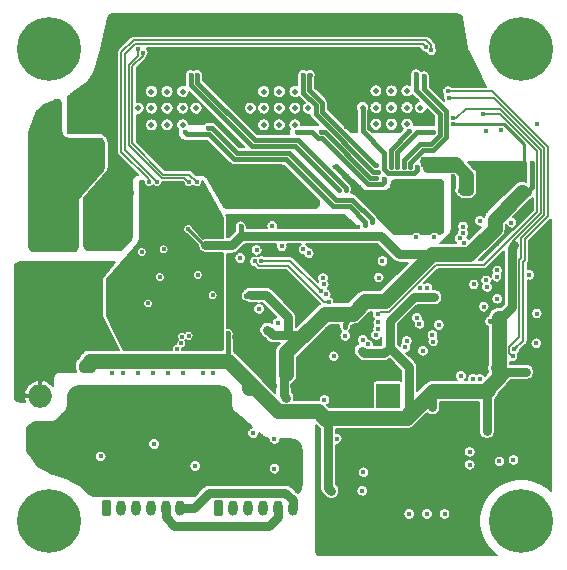
<source format=gbr>
G04 #@! TF.GenerationSoftware,KiCad,Pcbnew,(5.1.5)-2*
G04 #@! TF.CreationDate,2020-02-05T02:18:03-08:00*
G04 #@! TF.ProjectId,Motor_Gen2,4d6f746f-725f-4476-956e-322e6b696361,rev?*
G04 #@! TF.SameCoordinates,Original*
G04 #@! TF.FileFunction,Copper,L3,Inr*
G04 #@! TF.FilePolarity,Positive*
%FSLAX46Y46*%
G04 Gerber Fmt 4.6, Leading zero omitted, Abs format (unit mm)*
G04 Created by KiCad (PCBNEW (5.1.5)-2) date 2020-02-05 02:18:03*
%MOMM*%
%LPD*%
G04 APERTURE LIST*
%ADD10C,0.500000*%
%ADD11C,0.800000*%
%ADD12C,5.400000*%
%ADD13O,2.000000X2.000000*%
%ADD14R,2.000000X2.000000*%
%ADD15O,0.800000X1.300000*%
%ADD16C,0.100000*%
%ADD17C,2.000000*%
%ADD18C,0.381000*%
%ADD19C,0.381000*%
%ADD20C,0.762000*%
%ADD21C,1.270000*%
%ADD22C,0.254000*%
%ADD23C,0.152400*%
%ADD24C,0.203200*%
G04 APERTURE END LIST*
D10*
X109000000Y-85000000D03*
X107680000Y-85000000D03*
X106550000Y-85000000D03*
X110320000Y-85000000D03*
X111450000Y-85000000D03*
X110320000Y-86410000D03*
X109000000Y-86410000D03*
X110320000Y-83590000D03*
X109000000Y-83590000D03*
X107680000Y-83590000D03*
X107680000Y-86410000D03*
X99500000Y-85050000D03*
X98180000Y-85050000D03*
X97050000Y-85050000D03*
X100820000Y-85050000D03*
X101950000Y-85050000D03*
X100820000Y-86460000D03*
X99500000Y-86460000D03*
X100820000Y-83640000D03*
X99500000Y-83640000D03*
X98180000Y-83640000D03*
X98180000Y-86460000D03*
X90000000Y-85050000D03*
X88680000Y-85050000D03*
X87550000Y-85050000D03*
X91320000Y-85050000D03*
X92450000Y-85050000D03*
X91320000Y-86460000D03*
X90000000Y-86460000D03*
X91320000Y-83640000D03*
X90000000Y-83640000D03*
X88680000Y-83640000D03*
X88680000Y-86460000D03*
D11*
X121431891Y-118568109D03*
X120000000Y-117975000D03*
X118568109Y-118568109D03*
X117975000Y-120000000D03*
X118568109Y-121431891D03*
X120000000Y-122025000D03*
X121431891Y-121431891D03*
X122025000Y-120000000D03*
D12*
X120000000Y-120000000D03*
D11*
X81431891Y-118568109D03*
X80000000Y-117975000D03*
X78568109Y-118568109D03*
X77975000Y-120000000D03*
X78568109Y-121431891D03*
X80000000Y-122025000D03*
X81431891Y-121431891D03*
X82025000Y-120000000D03*
D12*
X80000000Y-120000000D03*
D11*
X81431891Y-78568109D03*
X80000000Y-77975000D03*
X78568109Y-78568109D03*
X77975000Y-80000000D03*
X78568109Y-81431891D03*
X80000000Y-82025000D03*
X81431891Y-81431891D03*
X82025000Y-80000000D03*
D12*
X80000000Y-80000000D03*
D13*
X79250000Y-109400000D03*
D14*
X108710000Y-109400000D03*
D15*
X91125000Y-118900000D03*
X89875000Y-118900000D03*
X88625000Y-118900000D03*
X87375000Y-118900000D03*
X86125000Y-118900000D03*
G04 #@! TA.AperFunction,ViaPad*
D16*
G36*
X85094603Y-118250963D02*
G01*
X85114018Y-118253843D01*
X85133057Y-118258612D01*
X85151537Y-118265224D01*
X85169279Y-118273616D01*
X85186114Y-118283706D01*
X85201879Y-118295398D01*
X85216421Y-118308579D01*
X85229602Y-118323121D01*
X85241294Y-118338886D01*
X85251384Y-118355721D01*
X85259776Y-118373463D01*
X85266388Y-118391943D01*
X85271157Y-118410982D01*
X85274037Y-118430397D01*
X85275000Y-118450000D01*
X85275000Y-119350000D01*
X85274037Y-119369603D01*
X85271157Y-119389018D01*
X85266388Y-119408057D01*
X85259776Y-119426537D01*
X85251384Y-119444279D01*
X85241294Y-119461114D01*
X85229602Y-119476879D01*
X85216421Y-119491421D01*
X85201879Y-119504602D01*
X85186114Y-119516294D01*
X85169279Y-119526384D01*
X85151537Y-119534776D01*
X85133057Y-119541388D01*
X85114018Y-119546157D01*
X85094603Y-119549037D01*
X85075000Y-119550000D01*
X84675000Y-119550000D01*
X84655397Y-119549037D01*
X84635982Y-119546157D01*
X84616943Y-119541388D01*
X84598463Y-119534776D01*
X84580721Y-119526384D01*
X84563886Y-119516294D01*
X84548121Y-119504602D01*
X84533579Y-119491421D01*
X84520398Y-119476879D01*
X84508706Y-119461114D01*
X84498616Y-119444279D01*
X84490224Y-119426537D01*
X84483612Y-119408057D01*
X84478843Y-119389018D01*
X84475963Y-119369603D01*
X84475000Y-119350000D01*
X84475000Y-118450000D01*
X84475963Y-118430397D01*
X84478843Y-118410982D01*
X84483612Y-118391943D01*
X84490224Y-118373463D01*
X84498616Y-118355721D01*
X84508706Y-118338886D01*
X84520398Y-118323121D01*
X84533579Y-118308579D01*
X84548121Y-118295398D01*
X84563886Y-118283706D01*
X84580721Y-118273616D01*
X84598463Y-118265224D01*
X84616943Y-118258612D01*
X84635982Y-118253843D01*
X84655397Y-118250963D01*
X84675000Y-118250000D01*
X85075000Y-118250000D01*
X85094603Y-118250963D01*
G37*
G04 #@! TD.AperFunction*
D15*
X100625000Y-118900000D03*
X99375000Y-118900000D03*
X98125000Y-118900000D03*
X96875000Y-118900000D03*
X95625000Y-118900000D03*
G04 #@! TA.AperFunction,ViaPad*
D16*
G36*
X94594603Y-118250963D02*
G01*
X94614018Y-118253843D01*
X94633057Y-118258612D01*
X94651537Y-118265224D01*
X94669279Y-118273616D01*
X94686114Y-118283706D01*
X94701879Y-118295398D01*
X94716421Y-118308579D01*
X94729602Y-118323121D01*
X94741294Y-118338886D01*
X94751384Y-118355721D01*
X94759776Y-118373463D01*
X94766388Y-118391943D01*
X94771157Y-118410982D01*
X94774037Y-118430397D01*
X94775000Y-118450000D01*
X94775000Y-119350000D01*
X94774037Y-119369603D01*
X94771157Y-119389018D01*
X94766388Y-119408057D01*
X94759776Y-119426537D01*
X94751384Y-119444279D01*
X94741294Y-119461114D01*
X94729602Y-119476879D01*
X94716421Y-119491421D01*
X94701879Y-119504602D01*
X94686114Y-119516294D01*
X94669279Y-119526384D01*
X94651537Y-119534776D01*
X94633057Y-119541388D01*
X94614018Y-119546157D01*
X94594603Y-119549037D01*
X94575000Y-119550000D01*
X94175000Y-119550000D01*
X94155397Y-119549037D01*
X94135982Y-119546157D01*
X94116943Y-119541388D01*
X94098463Y-119534776D01*
X94080721Y-119526384D01*
X94063886Y-119516294D01*
X94048121Y-119504602D01*
X94033579Y-119491421D01*
X94020398Y-119476879D01*
X94008706Y-119461114D01*
X93998616Y-119444279D01*
X93990224Y-119426537D01*
X93983612Y-119408057D01*
X93978843Y-119389018D01*
X93975963Y-119369603D01*
X93975000Y-119350000D01*
X93975000Y-118450000D01*
X93975963Y-118430397D01*
X93978843Y-118410982D01*
X93983612Y-118391943D01*
X93990224Y-118373463D01*
X93998616Y-118355721D01*
X94008706Y-118338886D01*
X94020398Y-118323121D01*
X94033579Y-118308579D01*
X94048121Y-118295398D01*
X94063886Y-118283706D01*
X94080721Y-118273616D01*
X94098463Y-118265224D01*
X94116943Y-118258612D01*
X94135982Y-118253843D01*
X94155397Y-118250963D01*
X94175000Y-118250000D01*
X94575000Y-118250000D01*
X94594603Y-118250963D01*
G37*
G04 #@! TD.AperFunction*
D11*
X121431891Y-78568109D03*
X120000000Y-77975000D03*
X118568109Y-78568109D03*
X117975000Y-80000000D03*
X118568109Y-81431891D03*
X120000000Y-82025000D03*
X121431891Y-81431891D03*
X122025000Y-80000000D03*
D12*
X120000000Y-80000000D03*
D17*
X84300000Y-95900000D03*
D14*
X79300000Y-95900000D03*
D18*
X93243400Y-96672400D03*
X96723200Y-100914200D03*
X120900000Y-89700000D03*
X120900000Y-90373200D03*
X120900000Y-91000000D03*
X100101400Y-107543600D03*
X100076000Y-109550200D03*
X106527600Y-117449600D03*
X105079800Y-103555800D03*
X104368600Y-113030000D03*
X96240600Y-95046800D03*
X98501200Y-103809800D03*
X91795600Y-95300800D03*
X114500000Y-101750000D03*
X111150400Y-104470200D03*
X120218200Y-90347800D03*
X120218200Y-89687400D03*
X120218200Y-91059000D03*
X100000000Y-100000000D03*
X103200200Y-98348800D03*
X98069400Y-96824800D03*
X96004890Y-101916857D03*
X117906800Y-96545400D03*
X114198400Y-86410800D03*
X106629200Y-103149400D03*
X121285000Y-106426000D03*
X121335800Y-108889800D03*
X113334800Y-110337600D03*
X113868200Y-107721400D03*
X107035600Y-99669600D03*
X119278400Y-106629200D03*
X115849400Y-107340400D03*
X113106200Y-115951000D03*
X113106200Y-113334800D03*
X115671600Y-116611400D03*
X115900200Y-111023400D03*
X116281200Y-110007400D03*
X103530400Y-103733600D03*
X100584000Y-108559600D03*
X101126700Y-103241689D03*
X93903800Y-107454730D03*
X93014800Y-107454730D03*
X86283800Y-107442000D03*
X85369400Y-107442000D03*
X80518000Y-103860600D03*
X81864200Y-103886000D03*
X82423000Y-105206800D03*
X83388200Y-105206800D03*
X104927400Y-116865400D03*
X110515400Y-121005600D03*
X112014000Y-121005600D03*
X113512600Y-121005600D03*
X118872000Y-95377000D03*
X102108008Y-102006400D03*
X97815400Y-107569000D03*
X104698800Y-97205800D03*
X108178600Y-97104200D03*
X95148400Y-95326200D03*
X95500000Y-98300000D03*
X105000000Y-100700000D03*
X108500000Y-107900000D03*
X118211600Y-101752400D03*
X97300000Y-104400000D03*
X85250000Y-98250000D03*
X83000000Y-98250000D03*
X80750000Y-98250000D03*
X78500000Y-98250000D03*
X78500000Y-100500000D03*
X80750000Y-100500000D03*
X83000000Y-100500000D03*
X78500000Y-102750000D03*
X78500000Y-104750000D03*
X78500000Y-107000000D03*
X85500000Y-105250000D03*
X95200000Y-102500000D03*
X97866200Y-103428800D03*
X97891600Y-94996000D03*
X102717600Y-109448600D03*
X102717600Y-114300000D03*
X104419400Y-116103400D03*
X102700000Y-112200000D03*
X102700000Y-116300000D03*
X102700000Y-120300000D03*
X105300000Y-121400000D03*
X108800000Y-121400000D03*
X120400000Y-112500000D03*
X121500000Y-98700000D03*
X118400000Y-89800000D03*
X115874800Y-100584000D03*
X113207800Y-100482400D03*
X113614200Y-104978200D03*
X106197400Y-95123000D03*
X95681800Y-104394000D03*
X106705400Y-109143800D03*
X109905800Y-112318800D03*
X107442000Y-113309400D03*
X108750000Y-118000000D03*
X109750000Y-114750000D03*
X112000000Y-111750000D03*
X102500000Y-94750000D03*
X106250000Y-97500000D03*
X99136199Y-108550000D03*
X114200000Y-90800000D03*
X111391700Y-107175300D03*
X120853200Y-96570800D03*
X114223800Y-85877400D03*
X119278400Y-96570800D03*
X120370600Y-107365800D03*
X118516400Y-107975400D03*
X112445800Y-110363000D03*
X117602000Y-107061000D03*
X117068600Y-112369600D03*
X97459800Y-108762800D03*
X96951800Y-108762800D03*
X106578400Y-105511600D03*
X112623600Y-101041200D03*
X117348000Y-103073200D03*
X95148400Y-104114600D03*
X82905600Y-107035600D03*
X83591400Y-107035600D03*
X108232402Y-97990198D03*
X103911400Y-117449600D03*
X107924600Y-99390200D03*
X114884200Y-107721400D03*
X116738400Y-85547200D03*
X107823000Y-102463600D03*
X87858600Y-97231200D03*
X89712800Y-97002600D03*
X90017600Y-100838000D03*
X91592400Y-101295200D03*
X93776800Y-99745800D03*
X86029800Y-100203000D03*
X87172800Y-99466400D03*
X88671400Y-104114600D03*
X90424000Y-98856800D03*
X94386400Y-101803200D03*
X94386400Y-98907600D03*
X94386400Y-94843600D03*
X94411800Y-104292400D03*
X88595200Y-95656400D03*
X90600000Y-95900000D03*
X90601800Y-94970600D03*
X87833200Y-91414600D03*
X91211401Y-91414600D03*
X85902800Y-103860600D03*
X92075000Y-94818200D03*
X119329200Y-114833400D03*
X118135400Y-114960400D03*
X80492600Y-112547400D03*
X81889600Y-112547400D03*
X82423000Y-113919000D03*
X83388200Y-113919000D03*
X85902800Y-115112800D03*
X85394800Y-116459000D03*
X91719400Y-116433600D03*
X92989400Y-116738400D03*
X93903800Y-116738400D03*
X81203800Y-111023400D03*
X95500000Y-114000000D03*
X97000000Y-114000000D03*
X97500000Y-116000000D03*
X101000000Y-117500000D03*
X101000000Y-114500000D03*
X101000000Y-116000000D03*
X80000000Y-115300000D03*
X78500000Y-112500000D03*
X91287600Y-114046000D03*
X97967800Y-112826800D03*
X83500000Y-116750000D03*
X112001600Y-119400000D03*
X110501600Y-119400000D03*
X112369600Y-80162400D03*
X88457150Y-91324050D03*
X87503000Y-80010000D03*
X91821000Y-91338400D03*
X120662721Y-99161600D03*
X117957600Y-101193600D03*
X121310400Y-102438200D03*
X111455200Y-100241950D03*
X112039400Y-100253800D03*
X111912400Y-79857600D03*
X89128600Y-91313000D03*
X111760000Y-82321400D03*
X110591600Y-90017600D03*
X102082600Y-82219800D03*
X107670600Y-89865200D03*
X87934800Y-80340200D03*
X92532200Y-91338400D03*
X92557600Y-82219800D03*
X105130600Y-91998800D03*
X112547400Y-87071200D03*
X109498893Y-89992200D03*
X103047800Y-87071200D03*
X107721400Y-90957400D03*
X107340400Y-94716600D03*
X93497400Y-86690200D03*
X115976400Y-99974400D03*
X113847839Y-84147271D03*
X119253000Y-106045000D03*
X113792000Y-83616800D03*
X119405714Y-105480100D03*
X102006400Y-97332800D03*
X104114600Y-106057710D03*
X106984800Y-105029000D03*
X97586800Y-97053400D03*
X106569277Y-104661126D03*
X99720400Y-96748600D03*
X97790000Y-102030900D03*
X107696000Y-104241608D03*
X99364800Y-103225600D03*
X107880403Y-103741076D03*
X98907600Y-95034100D03*
X91211400Y-104952800D03*
X110290682Y-104753482D03*
X90855800Y-105410000D03*
X110188715Y-105286515D03*
X112623600Y-95986600D03*
X115176300Y-96431100D03*
X115062000Y-95618300D03*
X115060905Y-95081981D03*
X114769900Y-96075500D03*
X117957600Y-98780600D03*
X117902551Y-99318249D03*
X117010732Y-99639398D03*
X117094000Y-100177600D03*
X116814589Y-101854000D03*
X87503000Y-107442006D03*
X112471200Y-104241600D03*
X88798400Y-107442000D03*
X112538073Y-104814732D03*
X90068400Y-107441992D03*
X111662289Y-105591689D03*
X97500000Y-90000000D03*
X110650000Y-95425000D03*
X108381800Y-91033600D03*
X100990400Y-87071200D03*
X91516200Y-87071200D03*
X110515400Y-86995000D03*
X106783877Y-94898790D03*
X95000000Y-84100000D03*
X95000000Y-83500000D03*
X104500000Y-84100000D03*
X104500000Y-83500000D03*
X112025000Y-95425000D03*
X112025000Y-94450000D03*
X110650000Y-94450000D03*
X109250000Y-95050000D03*
X110650000Y-91675000D03*
X112025000Y-91675000D03*
X113300000Y-91575000D03*
X108940600Y-89992200D03*
X83250000Y-95250000D03*
X83250000Y-96750000D03*
X86750000Y-95250000D03*
X85500000Y-96750000D03*
X85500000Y-95250000D03*
X87000000Y-92250000D03*
X85500000Y-92250000D03*
X83750000Y-92250000D03*
X97500000Y-92250000D03*
X99000000Y-92250000D03*
X98250000Y-91250000D03*
X100500000Y-92250000D03*
X104250000Y-90000000D03*
X87000000Y-90500000D03*
X85500000Y-90500000D03*
X90000000Y-90000000D03*
X96000000Y-90000000D03*
X99000000Y-90000000D03*
X96000000Y-92250000D03*
X96750000Y-91250000D03*
X95250000Y-91250000D03*
X91500000Y-90000000D03*
X93000000Y-90000000D03*
X94500000Y-90000000D03*
X93750000Y-91250000D03*
X99750000Y-91250000D03*
X106250000Y-91750000D03*
X105250000Y-90750000D03*
X94894400Y-86969600D03*
X105156000Y-86614000D03*
X84600000Y-80250000D03*
X84000000Y-82000000D03*
X85521800Y-81250000D03*
X115316000Y-80060800D03*
X115468400Y-80822800D03*
X117000000Y-87000000D03*
X113200000Y-80200000D03*
X113200000Y-82400000D03*
X116600000Y-83100000D03*
X121300000Y-86400000D03*
X111074200Y-82169000D03*
X110058200Y-90017600D03*
X91998800Y-82219800D03*
X104571800Y-91998800D03*
X107873800Y-103174800D03*
X105079800Y-104317800D03*
X84000000Y-89500000D03*
X82250000Y-89500000D03*
X80750000Y-89500000D03*
X114808000Y-92024200D03*
X115570000Y-92024200D03*
X111658400Y-89382600D03*
X82250000Y-96750000D03*
X80750000Y-96750000D03*
X80750000Y-95250000D03*
X82250000Y-95250000D03*
X82250000Y-93500000D03*
X80750000Y-93500000D03*
X79000000Y-93500000D03*
X79000000Y-91500000D03*
X82250000Y-91500000D03*
X80750000Y-91500000D03*
X79000000Y-89500000D03*
X82250000Y-87750000D03*
X80750000Y-87750000D03*
X79000000Y-87750000D03*
X79000000Y-86000000D03*
X80800000Y-86000000D03*
X80800000Y-84400000D03*
X118262400Y-86918800D03*
X111125000Y-90032840D03*
X111696500Y-89845027D03*
X116484400Y-94589600D03*
X119151400Y-94742000D03*
X89382600Y-99364800D03*
X92608400Y-99161600D03*
X88392000Y-101574600D03*
X93853000Y-100888800D03*
X115620800Y-114147600D03*
X115620800Y-115239800D03*
X106629200Y-115874800D03*
X84378800Y-114528600D03*
X92379800Y-115341400D03*
X113501600Y-119400000D03*
X101523800Y-82219800D03*
X107848400Y-90424000D03*
X121259600Y-104952800D03*
X101549200Y-97002600D03*
X88900000Y-113487200D03*
X113004600Y-103403400D03*
X91363800Y-107442000D03*
X91262200Y-104394000D03*
X111366855Y-103306720D03*
X91821000Y-104317800D03*
X111150400Y-102793802D03*
X115900200Y-107975400D03*
X116459000Y-107975400D03*
X103440062Y-100820289D03*
X103200200Y-99441000D03*
X103260931Y-99972967D03*
X97434400Y-98018600D03*
X103672902Y-101447600D03*
X102999546Y-100519518D03*
X97993200Y-97967800D03*
X99085400Y-113055400D03*
X97282000Y-112572800D03*
X99085400Y-115570000D03*
X96197480Y-97739200D03*
X103327200Y-109753400D03*
X111099600Y-95986600D03*
D19*
X120900000Y-89700000D02*
X120900000Y-90373200D01*
X120900000Y-90373200D02*
X120900000Y-91000000D01*
X120900000Y-91000000D02*
X120900000Y-91723400D01*
X120900000Y-91723400D02*
X120472200Y-92151200D01*
D20*
X120472200Y-92151200D02*
X120065800Y-92151200D01*
X105359200Y-102438200D02*
X103352600Y-102438200D01*
D19*
X105359200Y-103006993D02*
X105359200Y-102438200D01*
X105079800Y-103286393D02*
X105359200Y-103006993D01*
X105079800Y-103555800D02*
X105079800Y-103286393D01*
D20*
X103001563Y-102438200D02*
X101198163Y-104241600D01*
X103352600Y-102438200D02*
X103001563Y-102438200D01*
D19*
X97002600Y-100914200D02*
X97066099Y-100850701D01*
D21*
X117729000Y-94488000D02*
X120065800Y-92151200D01*
X117729000Y-95263166D02*
X117729000Y-94488000D01*
X115557776Y-97434390D02*
X117729000Y-95263166D01*
X105714294Y-102438200D02*
X105359200Y-102438200D01*
D20*
X99910901Y-107734099D02*
X100101400Y-107543600D01*
X99860099Y-107784901D02*
X99910901Y-107734099D01*
X99860099Y-109334299D02*
X99860099Y-107784901D01*
X100076000Y-109550200D02*
X99860099Y-109334299D01*
D21*
X100101400Y-105715306D02*
X103378506Y-102438200D01*
X103378506Y-102438200D02*
X105714294Y-102438200D01*
X100101400Y-107543600D02*
X100101400Y-105715306D01*
X105714294Y-102438200D02*
X106781094Y-101371400D01*
X112392882Y-97434390D02*
X115557776Y-97434390D01*
X108455872Y-101371400D02*
X112392882Y-97434390D01*
X106781094Y-101371400D02*
X108455872Y-101371400D01*
D20*
X112392882Y-97434390D02*
X109651790Y-97434390D01*
X109651790Y-97434390D02*
X108089699Y-95872299D01*
D19*
X96240600Y-95808798D02*
X96240600Y-95316207D01*
X96304101Y-95872299D02*
X96240600Y-95808798D01*
X96240600Y-95316207D02*
X96240600Y-95046800D01*
D20*
X108089699Y-95872299D02*
X96304101Y-95872299D01*
X93243400Y-96672400D02*
X95504000Y-96672400D01*
X95504000Y-96672400D02*
X96291400Y-95885000D01*
X96304101Y-95872299D02*
X96291400Y-95885000D01*
X100203000Y-102717600D02*
X100203000Y-104241600D01*
X98336101Y-100850701D02*
X100203000Y-102717600D01*
X97066099Y-100850701D02*
X98336101Y-100850701D01*
X101198163Y-104241600D02*
X100203000Y-104241600D01*
D19*
X97066101Y-100723701D02*
X97104200Y-100761800D01*
X96913699Y-100723701D02*
X97066101Y-100723701D01*
X96723200Y-100914200D02*
X96913699Y-100723701D01*
X97104200Y-100761800D02*
X97002600Y-100914200D01*
D20*
X98933000Y-104241600D02*
X98691699Y-104000299D01*
X98691699Y-104000299D02*
X98501200Y-103809800D01*
X100203000Y-104241600D02*
X98933000Y-104241600D01*
D22*
X93167200Y-96672400D02*
X91795600Y-95300800D01*
X93243400Y-96672400D02*
X93167200Y-96672400D01*
X114198400Y-86410800D02*
X118522960Y-86410800D01*
X120218200Y-88106040D02*
X120218200Y-89687400D01*
X118522960Y-86410800D02*
X120218200Y-88106040D01*
D21*
X96951800Y-108762800D02*
X97459800Y-108762800D01*
X103479600Y-111252000D02*
X109804200Y-111252000D01*
D20*
X110515400Y-110540800D02*
X109804200Y-111252000D01*
X110869518Y-101041200D02*
X108839000Y-103071718D01*
X112623600Y-101041200D02*
X110869518Y-101041200D01*
X108839000Y-103071718D02*
X108839000Y-105312974D01*
X108839000Y-105312974D02*
X110515400Y-106989374D01*
X110515400Y-106989374D02*
X110515400Y-110540800D01*
X106637327Y-105752901D02*
X106487213Y-105602787D01*
X108839000Y-105312974D02*
X108399073Y-105752901D01*
X108399073Y-105752901D02*
X106637327Y-105752901D01*
D21*
X109804200Y-111252000D02*
X110275322Y-111252000D01*
D20*
X112445800Y-109081522D02*
X112574021Y-108953301D01*
X112445800Y-110363000D02*
X112445800Y-109081522D01*
X117068600Y-109042200D02*
X117170200Y-108940600D01*
X117068600Y-112369600D02*
X117068600Y-109042200D01*
D21*
X118123003Y-107810605D02*
X118123003Y-102806197D01*
X117170200Y-108763408D02*
X118123003Y-107810605D01*
X117170200Y-108940600D02*
X117170200Y-108763408D01*
D20*
X118745000Y-107365800D02*
X117170200Y-108940600D01*
X120370600Y-107365800D02*
X118745000Y-107365800D01*
D19*
X117856000Y-103073200D02*
X117348000Y-103073200D01*
X118123003Y-102806197D02*
X117856000Y-103073200D01*
D21*
X97459800Y-108762800D02*
X95123000Y-106426000D01*
X95123000Y-106426000D02*
X83515200Y-106426000D01*
D20*
X83591400Y-106502200D02*
X83515200Y-106426000D01*
X83591400Y-107035600D02*
X83591400Y-106502200D01*
X83439000Y-106502200D02*
X83591400Y-106502200D01*
X82905600Y-106756200D02*
X83413600Y-106248200D01*
X82905600Y-107035600D02*
X82905600Y-106756200D01*
X83413600Y-106248200D02*
X83439000Y-106502200D01*
X83591400Y-107035600D02*
X82905600Y-107035600D01*
D21*
X110275322Y-111252000D02*
X112535922Y-108991400D01*
X117119400Y-108991400D02*
X117170200Y-108940600D01*
X112535922Y-108991400D02*
X117119400Y-108991400D01*
D20*
X119202200Y-96848718D02*
X119379259Y-96671659D01*
X119202200Y-101904800D02*
X119202200Y-96848718D01*
X118123003Y-102806197D02*
X118300803Y-102806197D01*
X118300803Y-102806197D02*
X119202200Y-101904800D01*
X103390699Y-111340901D02*
X103479600Y-111252000D01*
D21*
X99237800Y-110540800D02*
X99415609Y-110718609D01*
X102768407Y-110718609D02*
X103390699Y-111340901D01*
X99415609Y-110718609D02*
X102768407Y-110718609D01*
X97459800Y-108762800D02*
X99237800Y-110540800D01*
D20*
X103390699Y-111340901D02*
X103441501Y-111391703D01*
X103390699Y-111594899D02*
X103644699Y-111848899D01*
X103390699Y-111340901D02*
X103390699Y-111594899D01*
X103644699Y-117182899D02*
X103911400Y-117449600D01*
X103644699Y-111848899D02*
X103644699Y-117182899D01*
D19*
X95148400Y-106400600D02*
X95123000Y-106426000D01*
X95148400Y-104114600D02*
X95148400Y-106400600D01*
D23*
X114493207Y-85877400D02*
X115280607Y-85090000D01*
X121640599Y-93928467D02*
X119278400Y-96290666D01*
X114223800Y-85877400D02*
X114493207Y-85877400D01*
X121640600Y-88569800D02*
X121640599Y-93928467D01*
X119278400Y-96290666D02*
X119278400Y-96570800D01*
X115280607Y-85090000D02*
X118160800Y-85090000D01*
X118160800Y-85090000D02*
X121640600Y-88569800D01*
X118186934Y-85547200D02*
X116738400Y-85547200D01*
X121335790Y-88696056D02*
X118186934Y-85547200D01*
X121335790Y-93802210D02*
X121335790Y-88696056D01*
X107823000Y-102463600D02*
X108013499Y-102273101D01*
X108013499Y-102273101D02*
X108775499Y-102273101D01*
X108775499Y-102273101D02*
X112750600Y-98298000D01*
X112750600Y-98298000D02*
X116840000Y-98298000D01*
X116840000Y-98298000D02*
X121335790Y-93802210D01*
X112369600Y-79694530D02*
X111961159Y-79286089D01*
X112369600Y-80162400D02*
X112369600Y-79694530D01*
X87175574Y-79286090D02*
X86131371Y-80330293D01*
X111961159Y-79286089D02*
X87175574Y-79286090D01*
X86131371Y-80330293D02*
X86131371Y-81305400D01*
X86131371Y-81305400D02*
X86131372Y-88746838D01*
X86131372Y-88746838D02*
X88457150Y-91072616D01*
X88457150Y-91072616D02*
X88457150Y-91324050D01*
X87503000Y-80610341D02*
X86740991Y-81372350D01*
X87503000Y-80010000D02*
X87503000Y-80610341D01*
X86740991Y-81372350D02*
X86740990Y-81372351D01*
X86740991Y-81372350D02*
X86740991Y-88163391D01*
X86740991Y-88163391D02*
X89547699Y-90970099D01*
X89547699Y-90970099D02*
X91452699Y-90970099D01*
X91452699Y-90970099D02*
X91630501Y-91147901D01*
X91630501Y-91147901D02*
X91821000Y-91338400D01*
X87301831Y-79590899D02*
X86436181Y-80456549D01*
X111912400Y-79857600D02*
X111645699Y-79590899D01*
X111645699Y-79590899D02*
X87301831Y-79590899D01*
X86436181Y-80456549D02*
X86436181Y-81246094D01*
X86436181Y-81246094D02*
X86436181Y-88620581D01*
X86436181Y-88620581D02*
X89128600Y-91313000D01*
D19*
X110591600Y-89748193D02*
X110591600Y-90017600D01*
X111656356Y-88595210D02*
X110591600Y-89659966D01*
X110591600Y-89659966D02*
X110591600Y-89748193D01*
X111760000Y-82321400D02*
X111760000Y-83446646D01*
X113614208Y-87513101D02*
X112532099Y-88595210D01*
X111760000Y-83446646D02*
X113614210Y-85300857D01*
X113614210Y-85300857D02*
X113614208Y-87513101D01*
X112532099Y-88595210D02*
X111656356Y-88595210D01*
X103124010Y-85353690D02*
X107635520Y-89865200D01*
X107635520Y-89865200D02*
X107670600Y-89865200D01*
X102082600Y-82245200D02*
X102057210Y-82270590D01*
X102082600Y-82219800D02*
X102082600Y-82245200D01*
X102057210Y-82270590D02*
X102057210Y-83525362D01*
X102057210Y-83525362D02*
X103124010Y-84592161D01*
X103124010Y-84592161D02*
X103124010Y-85353690D01*
D23*
X91859088Y-90665288D02*
X89673954Y-90665288D01*
X87045802Y-88037136D02*
X87045802Y-81498605D01*
X92532200Y-91338400D02*
X91859088Y-90665288D01*
X87045802Y-81498605D02*
X87934800Y-80609607D01*
X87934800Y-80609607D02*
X87934800Y-80340200D01*
X89673954Y-90665288D02*
X87045802Y-88037136D01*
D19*
X105130600Y-91998800D02*
X105130600Y-91803245D01*
X105130600Y-91803245D02*
X101084355Y-87757000D01*
X97434400Y-87757000D02*
X92557600Y-82880200D01*
X92557600Y-82880200D02*
X92557600Y-82219800D01*
X101084355Y-87757000D02*
X97434400Y-87757000D01*
X109498893Y-89992200D02*
X109498893Y-88765861D01*
X111193554Y-87071200D02*
X112547400Y-87071200D01*
X109498893Y-88765861D02*
X111193554Y-87071200D01*
X107660912Y-90957408D02*
X107219020Y-90957408D01*
X107721400Y-90957400D02*
X107660919Y-90957401D01*
X107660919Y-90957401D02*
X107660912Y-90957408D01*
X103332812Y-87071200D02*
X103047800Y-87071200D01*
X107219020Y-90957408D02*
X103332812Y-87071200D01*
X104284755Y-92786200D02*
X105679408Y-92786200D01*
X95900427Y-88823820D02*
X93766807Y-86690200D01*
X93766807Y-86690200D02*
X93497400Y-86690200D01*
X100322375Y-88823820D02*
X95900427Y-88823820D01*
X107340400Y-94447193D02*
X107340400Y-94716600D01*
X100322375Y-88823820D02*
X104284755Y-92786200D01*
X105679408Y-92786200D02*
X107340400Y-94447193D01*
D23*
X119062501Y-105854501D02*
X119253000Y-106045000D01*
X118986613Y-105778613D02*
X119062501Y-105854501D01*
X121945411Y-88443544D02*
X121945411Y-93700589D01*
X117649138Y-84147271D02*
X121945411Y-88443544D01*
X119988868Y-96011264D02*
X119988868Y-97765332D01*
X119988868Y-97765332D02*
X119837200Y-97917000D01*
X121945409Y-93700591D02*
X121945408Y-94054724D01*
X121945411Y-93700589D02*
X121945409Y-93700591D01*
X113847839Y-84147271D02*
X117649138Y-84147271D01*
X121945408Y-94054724D02*
X119988868Y-96011264D01*
X119837200Y-104419400D02*
X118986613Y-105269987D01*
X119837200Y-97917000D02*
X119837200Y-104419400D01*
X118986613Y-105269987D02*
X118986613Y-105778613D01*
X119596213Y-105289601D02*
X119405714Y-105480100D01*
X113792000Y-83616800D02*
X117549732Y-83616800D01*
X117549732Y-83616800D02*
X122250222Y-88317288D01*
X122250222Y-88317288D02*
X122250222Y-93548222D01*
X120142010Y-104743804D02*
X119405714Y-105480100D01*
X122250222Y-94180976D02*
X120293678Y-96137520D01*
X122250222Y-93548222D02*
X122250222Y-94180976D01*
X120293678Y-96137520D02*
X120293677Y-97891589D01*
X120142010Y-98043256D02*
X120142010Y-104743804D01*
X120293677Y-97891589D02*
X120142010Y-98043256D01*
D19*
X108940600Y-88569800D02*
X110515400Y-86995000D01*
X108940600Y-89992200D02*
X108940600Y-88569800D01*
X102285800Y-87071200D02*
X100990400Y-87071200D01*
X102819210Y-87604610D02*
X102285800Y-87071200D01*
X108381800Y-91303007D02*
X108193989Y-91490818D01*
X103111868Y-87604610D02*
X102819210Y-87604610D01*
X108381800Y-91033600D02*
X108381800Y-91303007D01*
X108193989Y-91490818D02*
X106998076Y-91490818D01*
X106998076Y-91490818D02*
X103111868Y-87604610D01*
X100101430Y-89357230D02*
X104063810Y-93319610D01*
X91706699Y-87261699D02*
X93583952Y-87261699D01*
X104063810Y-93319610D02*
X105458463Y-93319610D01*
X91516200Y-87071200D02*
X91706699Y-87261699D01*
X93583952Y-87261699D02*
X95679483Y-89357230D01*
X106783877Y-94645024D02*
X106783877Y-94898790D01*
X100101430Y-89357230D02*
X95679483Y-89357230D01*
X105458463Y-93319610D02*
X106783877Y-94645024D01*
X111074200Y-83515200D02*
X111074200Y-82169000D01*
X113080801Y-85521801D02*
X111074200Y-83515200D01*
X113080800Y-87292155D02*
X113080801Y-85521801D01*
X112311155Y-88061800D02*
X113080800Y-87292155D01*
X111257611Y-88239600D02*
X111435411Y-88061800D01*
X110058200Y-90017600D02*
X110058200Y-89433400D01*
X110058200Y-89433400D02*
X111252000Y-88239600D01*
X111252000Y-88239600D02*
X111257611Y-88239600D01*
X111435411Y-88061800D02*
X112311155Y-88061800D01*
X91998800Y-83075754D02*
X91998800Y-82219800D01*
X97213455Y-88290410D02*
X91998800Y-83075754D01*
X100863410Y-88290410D02*
X97213455Y-88290410D01*
X104571800Y-91998800D02*
X100863410Y-88290410D01*
X111785400Y-89509600D02*
X111658400Y-89382600D01*
X111785400Y-89560400D02*
X111785400Y-89509600D01*
X106550000Y-85353553D02*
X106550000Y-85000000D01*
X106553000Y-85356553D02*
X106550000Y-85353553D01*
X106553000Y-86995000D02*
X106553000Y-85356553D01*
X108407190Y-88849190D02*
X106553000Y-86995000D01*
X108737401Y-90551001D02*
X108407190Y-90220790D01*
X111125000Y-90302247D02*
X110876246Y-90551001D01*
X111125000Y-90032840D02*
X111125000Y-90302247D01*
X108407190Y-90220790D02*
X108407190Y-88849190D01*
X110876246Y-90551001D02*
X108737401Y-90551001D01*
D20*
X115570000Y-92024200D02*
X115062000Y-92024200D01*
X111785400Y-89560400D02*
X114460400Y-89560400D01*
X115570000Y-90670000D02*
X115570000Y-92024200D01*
X114460400Y-89560400D02*
X115570000Y-90670000D01*
X115062000Y-90590626D02*
X114547473Y-90076099D01*
X115062000Y-92024200D02*
X115062000Y-90590626D01*
X114547473Y-90076099D02*
X111976099Y-90076099D01*
X92287000Y-118900000D02*
X93587000Y-117600000D01*
X91125000Y-118900000D02*
X92287000Y-118900000D01*
X100028626Y-117600000D02*
X100625000Y-118196374D01*
X100625000Y-118196374D02*
X100625000Y-118900000D01*
X93587000Y-117600000D02*
X100028626Y-117600000D01*
X99375000Y-119625000D02*
X99375000Y-118900000D01*
X90600000Y-120400000D02*
X98600000Y-120400000D01*
X98600000Y-120400000D02*
X99375000Y-119625000D01*
X89875000Y-118900000D02*
X89875000Y-119675000D01*
X89875000Y-119675000D02*
X90600000Y-120400000D01*
D19*
X107439966Y-90424000D02*
X102590600Y-85574634D01*
X107848400Y-90424000D02*
X107439966Y-90424000D01*
X101523800Y-83746306D02*
X101523800Y-82489207D01*
X102590600Y-84813106D02*
X101523800Y-83746306D01*
X101523800Y-82489207D02*
X101523800Y-82219800D01*
X102590600Y-85574634D02*
X102590600Y-84813106D01*
D23*
X97802701Y-98386901D02*
X100266501Y-98386901D01*
X97434400Y-98018600D02*
X97802701Y-98386901D01*
X100266501Y-98386901D02*
X103327200Y-101447600D01*
X103327200Y-101447600D02*
X103672902Y-101447600D01*
X100447828Y-97967800D02*
X102999546Y-100519518D01*
X97993200Y-97967800D02*
X100447828Y-97967800D01*
D24*
G36*
X94675175Y-108619345D02*
G01*
X94843615Y-108670440D01*
X94998851Y-108753416D01*
X95134917Y-108865083D01*
X95246584Y-109001149D01*
X95329560Y-109156385D01*
X95380655Y-109324825D01*
X95398400Y-109504994D01*
X95398400Y-110024131D01*
X95399009Y-110035235D01*
X95423279Y-110255979D01*
X95428104Y-110277656D01*
X95499755Y-110487854D01*
X95509174Y-110507965D01*
X95624783Y-110697574D01*
X95638347Y-110715157D01*
X95792390Y-110875119D01*
X95800530Y-110882695D01*
X97234296Y-112077500D01*
X97233217Y-112077500D01*
X97137526Y-112096534D01*
X97047387Y-112133870D01*
X96966264Y-112188075D01*
X96897275Y-112257064D01*
X96843070Y-112338187D01*
X96805734Y-112428326D01*
X96786700Y-112524017D01*
X96786700Y-112621583D01*
X96805734Y-112717274D01*
X96843070Y-112807413D01*
X96897275Y-112888536D01*
X96966264Y-112957525D01*
X97047387Y-113011730D01*
X97137526Y-113049066D01*
X97233217Y-113068100D01*
X97330783Y-113068100D01*
X97426474Y-113049066D01*
X97516613Y-113011730D01*
X97597736Y-112957525D01*
X97666725Y-112888536D01*
X97720930Y-112807413D01*
X97758266Y-112717274D01*
X97777300Y-112621583D01*
X97777300Y-112530004D01*
X98152372Y-112842564D01*
X98161825Y-112849556D01*
X98358328Y-112978003D01*
X98379331Y-112988492D01*
X98590100Y-113064801D01*
X98590100Y-113104183D01*
X98609134Y-113199874D01*
X98646470Y-113290013D01*
X98700675Y-113371136D01*
X98769664Y-113440125D01*
X98850787Y-113494330D01*
X98940926Y-113531666D01*
X99036617Y-113550700D01*
X99134183Y-113550700D01*
X99229874Y-113531666D01*
X99320013Y-113494330D01*
X99401136Y-113440125D01*
X99470125Y-113371136D01*
X99524330Y-113290013D01*
X99561666Y-113199874D01*
X99580700Y-113104183D01*
X99580700Y-113101600D01*
X100479007Y-113101600D01*
X100662296Y-113119652D01*
X100833737Y-113171658D01*
X100991737Y-113256111D01*
X101130230Y-113369770D01*
X101243889Y-113508263D01*
X101328342Y-113666263D01*
X101380348Y-113837704D01*
X101398400Y-114020993D01*
X101398400Y-116931831D01*
X101380411Y-117114806D01*
X101328586Y-117285968D01*
X101244417Y-117443768D01*
X101131129Y-117582152D01*
X101048595Y-117650101D01*
X100537384Y-117138890D01*
X100515906Y-117112720D01*
X100411479Y-117027019D01*
X100292340Y-116963338D01*
X100163066Y-116924123D01*
X100062315Y-116914200D01*
X100062305Y-116914200D01*
X100028626Y-116910883D01*
X99994947Y-116914200D01*
X93620686Y-116914200D01*
X93587000Y-116910882D01*
X93553314Y-116914200D01*
X93553311Y-116914200D01*
X93452560Y-116924123D01*
X93323286Y-116963338D01*
X93204147Y-117027019D01*
X93099720Y-117112720D01*
X93078242Y-117138891D01*
X92343299Y-117873834D01*
X83927220Y-117897212D01*
X83743242Y-117879544D01*
X83571110Y-117827654D01*
X83412459Y-117743066D01*
X83269552Y-117625868D01*
X82688426Y-117044742D01*
X82682421Y-117039202D01*
X82558066Y-116933400D01*
X82544821Y-116923853D01*
X82405124Y-116839337D01*
X82397969Y-116835392D01*
X81610019Y-116441417D01*
X81603462Y-116438425D01*
X81470380Y-116383301D01*
X81463629Y-116380781D01*
X80104046Y-115927586D01*
X79977638Y-115875226D01*
X79290704Y-115531759D01*
X79152271Y-115446853D01*
X79033847Y-115342311D01*
X78994110Y-115292617D01*
X91884500Y-115292617D01*
X91884500Y-115390183D01*
X91903534Y-115485874D01*
X91940870Y-115576013D01*
X91995075Y-115657136D01*
X92064064Y-115726125D01*
X92145187Y-115780330D01*
X92235326Y-115817666D01*
X92331017Y-115836700D01*
X92428583Y-115836700D01*
X92524274Y-115817666D01*
X92614413Y-115780330D01*
X92695536Y-115726125D01*
X92764525Y-115657136D01*
X92818730Y-115576013D01*
X92841426Y-115521217D01*
X98590100Y-115521217D01*
X98590100Y-115618783D01*
X98609134Y-115714474D01*
X98646470Y-115804613D01*
X98700675Y-115885736D01*
X98769664Y-115954725D01*
X98850787Y-116008930D01*
X98940926Y-116046266D01*
X99036617Y-116065300D01*
X99134183Y-116065300D01*
X99229874Y-116046266D01*
X99320013Y-116008930D01*
X99401136Y-115954725D01*
X99470125Y-115885736D01*
X99524330Y-115804613D01*
X99561666Y-115714474D01*
X99580700Y-115618783D01*
X99580700Y-115521217D01*
X99561666Y-115425526D01*
X99524330Y-115335387D01*
X99470125Y-115254264D01*
X99401136Y-115185275D01*
X99320013Y-115131070D01*
X99229874Y-115093734D01*
X99134183Y-115074700D01*
X99036617Y-115074700D01*
X98940926Y-115093734D01*
X98850787Y-115131070D01*
X98769664Y-115185275D01*
X98700675Y-115254264D01*
X98646470Y-115335387D01*
X98609134Y-115425526D01*
X98590100Y-115521217D01*
X92841426Y-115521217D01*
X92856066Y-115485874D01*
X92875100Y-115390183D01*
X92875100Y-115292617D01*
X92856066Y-115196926D01*
X92818730Y-115106787D01*
X92764525Y-115025664D01*
X92695536Y-114956675D01*
X92614413Y-114902470D01*
X92524274Y-114865134D01*
X92428583Y-114846100D01*
X92331017Y-114846100D01*
X92235326Y-114865134D01*
X92145187Y-114902470D01*
X92064064Y-114956675D01*
X91995075Y-115025664D01*
X91940870Y-115106787D01*
X91903534Y-115196926D01*
X91884500Y-115292617D01*
X78994110Y-115292617D01*
X78932426Y-115215479D01*
X78441986Y-114479817D01*
X83883500Y-114479817D01*
X83883500Y-114577383D01*
X83902534Y-114673074D01*
X83939870Y-114763213D01*
X83994075Y-114844336D01*
X84063064Y-114913325D01*
X84144187Y-114967530D01*
X84234326Y-115004866D01*
X84330017Y-115023900D01*
X84427583Y-115023900D01*
X84523274Y-115004866D01*
X84613413Y-114967530D01*
X84694536Y-114913325D01*
X84763525Y-114844336D01*
X84817730Y-114763213D01*
X84855066Y-114673074D01*
X84874100Y-114577383D01*
X84874100Y-114479817D01*
X84855066Y-114384126D01*
X84817730Y-114293987D01*
X84763525Y-114212864D01*
X84694536Y-114143875D01*
X84613413Y-114089670D01*
X84523274Y-114052334D01*
X84427583Y-114033300D01*
X84330017Y-114033300D01*
X84234326Y-114052334D01*
X84144187Y-114089670D01*
X84063064Y-114143875D01*
X83994075Y-114212864D01*
X83939870Y-114293987D01*
X83902534Y-114384126D01*
X83883500Y-114479817D01*
X78441986Y-114479817D01*
X78257941Y-114203749D01*
X78171414Y-114041531D01*
X78119589Y-113870363D01*
X78101600Y-113687392D01*
X78101600Y-113438417D01*
X88404700Y-113438417D01*
X88404700Y-113535983D01*
X88423734Y-113631674D01*
X88461070Y-113721813D01*
X88515275Y-113802936D01*
X88584264Y-113871925D01*
X88665387Y-113926130D01*
X88755526Y-113963466D01*
X88851217Y-113982500D01*
X88948783Y-113982500D01*
X89044474Y-113963466D01*
X89134613Y-113926130D01*
X89215736Y-113871925D01*
X89284725Y-113802936D01*
X89338930Y-113721813D01*
X89376266Y-113631674D01*
X89395300Y-113535983D01*
X89395300Y-113438417D01*
X89376266Y-113342726D01*
X89338930Y-113252587D01*
X89284725Y-113171464D01*
X89215736Y-113102475D01*
X89134613Y-113048270D01*
X89044474Y-113010934D01*
X88948783Y-112991900D01*
X88851217Y-112991900D01*
X88755526Y-113010934D01*
X88665387Y-113048270D01*
X88584264Y-113102475D01*
X88515275Y-113171464D01*
X88461070Y-113252587D01*
X88423734Y-113342726D01*
X88404700Y-113438417D01*
X78101600Y-113438417D01*
X78101600Y-112520993D01*
X78119652Y-112337704D01*
X78171658Y-112166263D01*
X78256111Y-112008263D01*
X78369770Y-111869770D01*
X78508263Y-111756111D01*
X78666263Y-111671658D01*
X78837704Y-111619652D01*
X79020993Y-111601600D01*
X80079159Y-111601600D01*
X80089117Y-111601111D01*
X80287329Y-111581589D01*
X80306864Y-111577703D01*
X80497458Y-111519887D01*
X80515859Y-111512265D01*
X80691512Y-111418376D01*
X80708072Y-111407311D01*
X80862034Y-111280958D01*
X80869422Y-111274262D01*
X81274262Y-110869422D01*
X81280958Y-110862034D01*
X81407311Y-110708072D01*
X81418376Y-110691512D01*
X81512265Y-110515859D01*
X81519887Y-110497458D01*
X81577703Y-110306864D01*
X81581589Y-110287329D01*
X81601111Y-110089117D01*
X81601600Y-110079159D01*
X81601600Y-109504994D01*
X81619345Y-109324825D01*
X81670440Y-109156385D01*
X81753416Y-109001149D01*
X81865083Y-108865083D01*
X82001149Y-108753416D01*
X82156385Y-108670440D01*
X82324825Y-108619345D01*
X82504994Y-108601600D01*
X94495006Y-108601600D01*
X94675175Y-108619345D01*
G37*
X94675175Y-108619345D02*
X94843615Y-108670440D01*
X94998851Y-108753416D01*
X95134917Y-108865083D01*
X95246584Y-109001149D01*
X95329560Y-109156385D01*
X95380655Y-109324825D01*
X95398400Y-109504994D01*
X95398400Y-110024131D01*
X95399009Y-110035235D01*
X95423279Y-110255979D01*
X95428104Y-110277656D01*
X95499755Y-110487854D01*
X95509174Y-110507965D01*
X95624783Y-110697574D01*
X95638347Y-110715157D01*
X95792390Y-110875119D01*
X95800530Y-110882695D01*
X97234296Y-112077500D01*
X97233217Y-112077500D01*
X97137526Y-112096534D01*
X97047387Y-112133870D01*
X96966264Y-112188075D01*
X96897275Y-112257064D01*
X96843070Y-112338187D01*
X96805734Y-112428326D01*
X96786700Y-112524017D01*
X96786700Y-112621583D01*
X96805734Y-112717274D01*
X96843070Y-112807413D01*
X96897275Y-112888536D01*
X96966264Y-112957525D01*
X97047387Y-113011730D01*
X97137526Y-113049066D01*
X97233217Y-113068100D01*
X97330783Y-113068100D01*
X97426474Y-113049066D01*
X97516613Y-113011730D01*
X97597736Y-112957525D01*
X97666725Y-112888536D01*
X97720930Y-112807413D01*
X97758266Y-112717274D01*
X97777300Y-112621583D01*
X97777300Y-112530004D01*
X98152372Y-112842564D01*
X98161825Y-112849556D01*
X98358328Y-112978003D01*
X98379331Y-112988492D01*
X98590100Y-113064801D01*
X98590100Y-113104183D01*
X98609134Y-113199874D01*
X98646470Y-113290013D01*
X98700675Y-113371136D01*
X98769664Y-113440125D01*
X98850787Y-113494330D01*
X98940926Y-113531666D01*
X99036617Y-113550700D01*
X99134183Y-113550700D01*
X99229874Y-113531666D01*
X99320013Y-113494330D01*
X99401136Y-113440125D01*
X99470125Y-113371136D01*
X99524330Y-113290013D01*
X99561666Y-113199874D01*
X99580700Y-113104183D01*
X99580700Y-113101600D01*
X100479007Y-113101600D01*
X100662296Y-113119652D01*
X100833737Y-113171658D01*
X100991737Y-113256111D01*
X101130230Y-113369770D01*
X101243889Y-113508263D01*
X101328342Y-113666263D01*
X101380348Y-113837704D01*
X101398400Y-114020993D01*
X101398400Y-116931831D01*
X101380411Y-117114806D01*
X101328586Y-117285968D01*
X101244417Y-117443768D01*
X101131129Y-117582152D01*
X101048595Y-117650101D01*
X100537384Y-117138890D01*
X100515906Y-117112720D01*
X100411479Y-117027019D01*
X100292340Y-116963338D01*
X100163066Y-116924123D01*
X100062315Y-116914200D01*
X100062305Y-116914200D01*
X100028626Y-116910883D01*
X99994947Y-116914200D01*
X93620686Y-116914200D01*
X93587000Y-116910882D01*
X93553314Y-116914200D01*
X93553311Y-116914200D01*
X93452560Y-116924123D01*
X93323286Y-116963338D01*
X93204147Y-117027019D01*
X93099720Y-117112720D01*
X93078242Y-117138891D01*
X92343299Y-117873834D01*
X83927220Y-117897212D01*
X83743242Y-117879544D01*
X83571110Y-117827654D01*
X83412459Y-117743066D01*
X83269552Y-117625868D01*
X82688426Y-117044742D01*
X82682421Y-117039202D01*
X82558066Y-116933400D01*
X82544821Y-116923853D01*
X82405124Y-116839337D01*
X82397969Y-116835392D01*
X81610019Y-116441417D01*
X81603462Y-116438425D01*
X81470380Y-116383301D01*
X81463629Y-116380781D01*
X80104046Y-115927586D01*
X79977638Y-115875226D01*
X79290704Y-115531759D01*
X79152271Y-115446853D01*
X79033847Y-115342311D01*
X78994110Y-115292617D01*
X91884500Y-115292617D01*
X91884500Y-115390183D01*
X91903534Y-115485874D01*
X91940870Y-115576013D01*
X91995075Y-115657136D01*
X92064064Y-115726125D01*
X92145187Y-115780330D01*
X92235326Y-115817666D01*
X92331017Y-115836700D01*
X92428583Y-115836700D01*
X92524274Y-115817666D01*
X92614413Y-115780330D01*
X92695536Y-115726125D01*
X92764525Y-115657136D01*
X92818730Y-115576013D01*
X92841426Y-115521217D01*
X98590100Y-115521217D01*
X98590100Y-115618783D01*
X98609134Y-115714474D01*
X98646470Y-115804613D01*
X98700675Y-115885736D01*
X98769664Y-115954725D01*
X98850787Y-116008930D01*
X98940926Y-116046266D01*
X99036617Y-116065300D01*
X99134183Y-116065300D01*
X99229874Y-116046266D01*
X99320013Y-116008930D01*
X99401136Y-115954725D01*
X99470125Y-115885736D01*
X99524330Y-115804613D01*
X99561666Y-115714474D01*
X99580700Y-115618783D01*
X99580700Y-115521217D01*
X99561666Y-115425526D01*
X99524330Y-115335387D01*
X99470125Y-115254264D01*
X99401136Y-115185275D01*
X99320013Y-115131070D01*
X99229874Y-115093734D01*
X99134183Y-115074700D01*
X99036617Y-115074700D01*
X98940926Y-115093734D01*
X98850787Y-115131070D01*
X98769664Y-115185275D01*
X98700675Y-115254264D01*
X98646470Y-115335387D01*
X98609134Y-115425526D01*
X98590100Y-115521217D01*
X92841426Y-115521217D01*
X92856066Y-115485874D01*
X92875100Y-115390183D01*
X92875100Y-115292617D01*
X92856066Y-115196926D01*
X92818730Y-115106787D01*
X92764525Y-115025664D01*
X92695536Y-114956675D01*
X92614413Y-114902470D01*
X92524274Y-114865134D01*
X92428583Y-114846100D01*
X92331017Y-114846100D01*
X92235326Y-114865134D01*
X92145187Y-114902470D01*
X92064064Y-114956675D01*
X91995075Y-115025664D01*
X91940870Y-115106787D01*
X91903534Y-115196926D01*
X91884500Y-115292617D01*
X78994110Y-115292617D01*
X78932426Y-115215479D01*
X78441986Y-114479817D01*
X83883500Y-114479817D01*
X83883500Y-114577383D01*
X83902534Y-114673074D01*
X83939870Y-114763213D01*
X83994075Y-114844336D01*
X84063064Y-114913325D01*
X84144187Y-114967530D01*
X84234326Y-115004866D01*
X84330017Y-115023900D01*
X84427583Y-115023900D01*
X84523274Y-115004866D01*
X84613413Y-114967530D01*
X84694536Y-114913325D01*
X84763525Y-114844336D01*
X84817730Y-114763213D01*
X84855066Y-114673074D01*
X84874100Y-114577383D01*
X84874100Y-114479817D01*
X84855066Y-114384126D01*
X84817730Y-114293987D01*
X84763525Y-114212864D01*
X84694536Y-114143875D01*
X84613413Y-114089670D01*
X84523274Y-114052334D01*
X84427583Y-114033300D01*
X84330017Y-114033300D01*
X84234326Y-114052334D01*
X84144187Y-114089670D01*
X84063064Y-114143875D01*
X83994075Y-114212864D01*
X83939870Y-114293987D01*
X83902534Y-114384126D01*
X83883500Y-114479817D01*
X78441986Y-114479817D01*
X78257941Y-114203749D01*
X78171414Y-114041531D01*
X78119589Y-113870363D01*
X78101600Y-113687392D01*
X78101600Y-113438417D01*
X88404700Y-113438417D01*
X88404700Y-113535983D01*
X88423734Y-113631674D01*
X88461070Y-113721813D01*
X88515275Y-113802936D01*
X88584264Y-113871925D01*
X88665387Y-113926130D01*
X88755526Y-113963466D01*
X88851217Y-113982500D01*
X88948783Y-113982500D01*
X89044474Y-113963466D01*
X89134613Y-113926130D01*
X89215736Y-113871925D01*
X89284725Y-113802936D01*
X89338930Y-113721813D01*
X89376266Y-113631674D01*
X89395300Y-113535983D01*
X89395300Y-113438417D01*
X89376266Y-113342726D01*
X89338930Y-113252587D01*
X89284725Y-113171464D01*
X89215736Y-113102475D01*
X89134613Y-113048270D01*
X89044474Y-113010934D01*
X88948783Y-112991900D01*
X88851217Y-112991900D01*
X88755526Y-113010934D01*
X88665387Y-113048270D01*
X88584264Y-113102475D01*
X88515275Y-113171464D01*
X88461070Y-113252587D01*
X88423734Y-113342726D01*
X88404700Y-113438417D01*
X78101600Y-113438417D01*
X78101600Y-112520993D01*
X78119652Y-112337704D01*
X78171658Y-112166263D01*
X78256111Y-112008263D01*
X78369770Y-111869770D01*
X78508263Y-111756111D01*
X78666263Y-111671658D01*
X78837704Y-111619652D01*
X79020993Y-111601600D01*
X80079159Y-111601600D01*
X80089117Y-111601111D01*
X80287329Y-111581589D01*
X80306864Y-111577703D01*
X80497458Y-111519887D01*
X80515859Y-111512265D01*
X80691512Y-111418376D01*
X80708072Y-111407311D01*
X80862034Y-111280958D01*
X80869422Y-111274262D01*
X81274262Y-110869422D01*
X81280958Y-110862034D01*
X81407311Y-110708072D01*
X81418376Y-110691512D01*
X81512265Y-110515859D01*
X81519887Y-110497458D01*
X81577703Y-110306864D01*
X81581589Y-110287329D01*
X81601111Y-110089117D01*
X81601600Y-110079159D01*
X81601600Y-109504994D01*
X81619345Y-109324825D01*
X81670440Y-109156385D01*
X81753416Y-109001149D01*
X81865083Y-108865083D01*
X82001149Y-108753416D01*
X82156385Y-108670440D01*
X82324825Y-108619345D01*
X82504994Y-108601600D01*
X94495006Y-108601600D01*
X94675175Y-108619345D01*
D23*
G36*
X88054156Y-91201803D02*
G01*
X88038050Y-91282772D01*
X88038050Y-91365328D01*
X88054156Y-91446297D01*
X88085748Y-91522568D01*
X88131614Y-91591211D01*
X88189989Y-91649586D01*
X88258632Y-91695452D01*
X88334903Y-91727044D01*
X88415872Y-91743150D01*
X88498428Y-91743150D01*
X88579397Y-91727044D01*
X88655668Y-91695452D01*
X88724311Y-91649586D01*
X88782686Y-91591211D01*
X88796567Y-91570437D01*
X88803064Y-91580161D01*
X88861439Y-91638536D01*
X88930082Y-91684402D01*
X89006353Y-91715994D01*
X89087322Y-91732100D01*
X89169878Y-91732100D01*
X89250847Y-91715994D01*
X89327118Y-91684402D01*
X89395761Y-91638536D01*
X89454136Y-91580161D01*
X89500002Y-91511518D01*
X89531594Y-91435247D01*
X89547700Y-91354278D01*
X89547700Y-91276372D01*
X89562657Y-91274899D01*
X91326448Y-91274899D01*
X91401900Y-91350351D01*
X91401900Y-91379678D01*
X91418006Y-91460647D01*
X91449598Y-91536918D01*
X91495464Y-91605561D01*
X91553839Y-91663936D01*
X91622482Y-91709802D01*
X91698753Y-91741394D01*
X91779722Y-91757500D01*
X91862278Y-91757500D01*
X91943247Y-91741394D01*
X92019518Y-91709802D01*
X92088161Y-91663936D01*
X92146536Y-91605561D01*
X92176600Y-91560567D01*
X92206664Y-91605561D01*
X92265039Y-91663936D01*
X92333682Y-91709802D01*
X92409953Y-91741394D01*
X92490922Y-91757500D01*
X92573478Y-91757500D01*
X92654447Y-91741394D01*
X92730718Y-91709802D01*
X92799361Y-91663936D01*
X92857736Y-91605561D01*
X92903602Y-91536918D01*
X92935194Y-91460647D01*
X92951300Y-91379678D01*
X92951300Y-91297122D01*
X92935194Y-91216153D01*
X92927495Y-91197565D01*
X92964640Y-91219615D01*
X93007434Y-91272761D01*
X94698000Y-94372132D01*
X94723800Y-94473310D01*
X94723800Y-96062800D01*
X93213459Y-96062800D01*
X93123898Y-96071621D01*
X93082019Y-96084325D01*
X92204143Y-95206450D01*
X92198594Y-95178553D01*
X92167002Y-95102282D01*
X92121136Y-95033639D01*
X92062761Y-94975264D01*
X91994118Y-94929398D01*
X91917847Y-94897806D01*
X91836878Y-94881700D01*
X91754322Y-94881700D01*
X91673353Y-94897806D01*
X91597082Y-94929398D01*
X91528439Y-94975264D01*
X91470064Y-95033639D01*
X91424198Y-95102282D01*
X91392606Y-95178553D01*
X91376500Y-95259522D01*
X91376500Y-95342078D01*
X91392606Y-95423047D01*
X91424198Y-95499318D01*
X91470064Y-95567961D01*
X91528439Y-95626336D01*
X91597082Y-95672202D01*
X91673353Y-95703794D01*
X91701250Y-95709343D01*
X92633851Y-96641945D01*
X92630851Y-96672400D01*
X92642621Y-96791902D01*
X92677479Y-96906812D01*
X92734084Y-97012714D01*
X92810262Y-97105538D01*
X92903086Y-97181716D01*
X93008988Y-97238321D01*
X93123898Y-97273179D01*
X93213459Y-97282000D01*
X94723800Y-97282000D01*
X94723800Y-105342494D01*
X94709191Y-105415940D01*
X94671840Y-105471840D01*
X94615940Y-105509191D01*
X94542494Y-105523800D01*
X91260474Y-105523800D01*
X91274900Y-105451278D01*
X91274900Y-105368722D01*
X91274662Y-105367527D01*
X91333647Y-105355794D01*
X91409918Y-105324202D01*
X91478561Y-105278336D01*
X91536936Y-105219961D01*
X91582802Y-105151318D01*
X91614394Y-105075047D01*
X91630500Y-104994078D01*
X91630500Y-104911522D01*
X91614394Y-104830553D01*
X91582802Y-104754282D01*
X91547479Y-104701418D01*
X91584844Y-104664053D01*
X91622482Y-104689202D01*
X91698753Y-104720794D01*
X91779722Y-104736900D01*
X91862278Y-104736900D01*
X91943247Y-104720794D01*
X92019518Y-104689202D01*
X92088161Y-104643336D01*
X92146536Y-104584961D01*
X92192402Y-104516318D01*
X92223994Y-104440047D01*
X92240100Y-104359078D01*
X92240100Y-104276522D01*
X92223994Y-104195553D01*
X92192402Y-104119282D01*
X92146536Y-104050639D01*
X92088161Y-103992264D01*
X92019518Y-103946398D01*
X91943247Y-103914806D01*
X91862278Y-103898700D01*
X91779722Y-103898700D01*
X91698753Y-103914806D01*
X91622482Y-103946398D01*
X91553839Y-103992264D01*
X91498356Y-104047747D01*
X91460718Y-104022598D01*
X91384447Y-103991006D01*
X91303478Y-103974900D01*
X91220922Y-103974900D01*
X91139953Y-103991006D01*
X91063682Y-104022598D01*
X90995039Y-104068464D01*
X90936664Y-104126839D01*
X90890798Y-104195482D01*
X90859206Y-104271753D01*
X90843100Y-104352722D01*
X90843100Y-104435278D01*
X90859206Y-104516247D01*
X90890798Y-104592518D01*
X90926121Y-104645382D01*
X90885864Y-104685639D01*
X90839998Y-104754282D01*
X90808406Y-104830553D01*
X90792300Y-104911522D01*
X90792300Y-104994078D01*
X90792538Y-104995273D01*
X90733553Y-105007006D01*
X90657282Y-105038598D01*
X90588639Y-105084464D01*
X90530264Y-105142839D01*
X90484398Y-105211482D01*
X90452806Y-105287753D01*
X90436700Y-105368722D01*
X90436700Y-105451278D01*
X90451126Y-105523800D01*
X86461556Y-105523800D01*
X86392288Y-105510872D01*
X86338448Y-105477596D01*
X86295904Y-105421418D01*
X84898517Y-102626646D01*
X84876200Y-102532109D01*
X84876200Y-101533322D01*
X87972900Y-101533322D01*
X87972900Y-101615878D01*
X87989006Y-101696847D01*
X88020598Y-101773118D01*
X88066464Y-101841761D01*
X88124839Y-101900136D01*
X88193482Y-101946002D01*
X88269753Y-101977594D01*
X88350722Y-101993700D01*
X88433278Y-101993700D01*
X88514247Y-101977594D01*
X88590518Y-101946002D01*
X88659161Y-101900136D01*
X88717536Y-101841761D01*
X88763402Y-101773118D01*
X88794994Y-101696847D01*
X88811100Y-101615878D01*
X88811100Y-101533322D01*
X88794994Y-101452353D01*
X88763402Y-101376082D01*
X88717536Y-101307439D01*
X88659161Y-101249064D01*
X88590518Y-101203198D01*
X88514247Y-101171606D01*
X88433278Y-101155500D01*
X88350722Y-101155500D01*
X88269753Y-101171606D01*
X88193482Y-101203198D01*
X88124839Y-101249064D01*
X88066464Y-101307439D01*
X88020598Y-101376082D01*
X87989006Y-101452353D01*
X87972900Y-101533322D01*
X84876200Y-101533322D01*
X84876200Y-100847522D01*
X93433900Y-100847522D01*
X93433900Y-100930078D01*
X93450006Y-101011047D01*
X93481598Y-101087318D01*
X93527464Y-101155961D01*
X93585839Y-101214336D01*
X93654482Y-101260202D01*
X93730753Y-101291794D01*
X93811722Y-101307900D01*
X93894278Y-101307900D01*
X93975247Y-101291794D01*
X94051518Y-101260202D01*
X94120161Y-101214336D01*
X94178536Y-101155961D01*
X94224402Y-101087318D01*
X94255994Y-101011047D01*
X94272100Y-100930078D01*
X94272100Y-100847522D01*
X94255994Y-100766553D01*
X94224402Y-100690282D01*
X94178536Y-100621639D01*
X94120161Y-100563264D01*
X94051518Y-100517398D01*
X93975247Y-100485806D01*
X93894278Y-100469700D01*
X93811722Y-100469700D01*
X93730753Y-100485806D01*
X93654482Y-100517398D01*
X93585839Y-100563264D01*
X93527464Y-100621639D01*
X93481598Y-100690282D01*
X93450006Y-100766553D01*
X93433900Y-100847522D01*
X84876200Y-100847522D01*
X84876200Y-99600800D01*
X84888473Y-99533241D01*
X84923722Y-99474320D01*
X85055670Y-99323522D01*
X88963500Y-99323522D01*
X88963500Y-99406078D01*
X88979606Y-99487047D01*
X89011198Y-99563318D01*
X89057064Y-99631961D01*
X89115439Y-99690336D01*
X89184082Y-99736202D01*
X89260353Y-99767794D01*
X89341322Y-99783900D01*
X89423878Y-99783900D01*
X89504847Y-99767794D01*
X89581118Y-99736202D01*
X89649761Y-99690336D01*
X89708136Y-99631961D01*
X89754002Y-99563318D01*
X89785594Y-99487047D01*
X89801700Y-99406078D01*
X89801700Y-99323522D01*
X89785594Y-99242553D01*
X89754002Y-99166282D01*
X89723293Y-99120322D01*
X92189300Y-99120322D01*
X92189300Y-99202878D01*
X92205406Y-99283847D01*
X92236998Y-99360118D01*
X92282864Y-99428761D01*
X92341239Y-99487136D01*
X92409882Y-99533002D01*
X92486153Y-99564594D01*
X92567122Y-99580700D01*
X92649678Y-99580700D01*
X92730647Y-99564594D01*
X92806918Y-99533002D01*
X92875561Y-99487136D01*
X92933936Y-99428761D01*
X92979802Y-99360118D01*
X93011394Y-99283847D01*
X93027500Y-99202878D01*
X93027500Y-99120322D01*
X93011394Y-99039353D01*
X92979802Y-98963082D01*
X92933936Y-98894439D01*
X92875561Y-98836064D01*
X92806918Y-98790198D01*
X92730647Y-98758606D01*
X92649678Y-98742500D01*
X92567122Y-98742500D01*
X92486153Y-98758606D01*
X92409882Y-98790198D01*
X92341239Y-98836064D01*
X92282864Y-98894439D01*
X92236998Y-98963082D01*
X92205406Y-99039353D01*
X92189300Y-99120322D01*
X89723293Y-99120322D01*
X89708136Y-99097639D01*
X89649761Y-99039264D01*
X89581118Y-98993398D01*
X89504847Y-98961806D01*
X89423878Y-98945700D01*
X89341322Y-98945700D01*
X89260353Y-98961806D01*
X89184082Y-98993398D01*
X89115439Y-99039264D01*
X89057064Y-99097639D01*
X89011198Y-99166282D01*
X88979606Y-99242553D01*
X88963500Y-99323522D01*
X85055670Y-99323522D01*
X86922569Y-97189922D01*
X87439500Y-97189922D01*
X87439500Y-97272478D01*
X87455606Y-97353447D01*
X87487198Y-97429718D01*
X87533064Y-97498361D01*
X87591439Y-97556736D01*
X87660082Y-97602602D01*
X87736353Y-97634194D01*
X87817322Y-97650300D01*
X87899878Y-97650300D01*
X87980847Y-97634194D01*
X88057118Y-97602602D01*
X88125761Y-97556736D01*
X88184136Y-97498361D01*
X88230002Y-97429718D01*
X88261594Y-97353447D01*
X88277700Y-97272478D01*
X88277700Y-97189922D01*
X88261594Y-97108953D01*
X88230002Y-97032682D01*
X88184136Y-96964039D01*
X88181419Y-96961322D01*
X89293700Y-96961322D01*
X89293700Y-97043878D01*
X89309806Y-97124847D01*
X89341398Y-97201118D01*
X89387264Y-97269761D01*
X89445639Y-97328136D01*
X89514282Y-97374002D01*
X89590553Y-97405594D01*
X89671522Y-97421700D01*
X89754078Y-97421700D01*
X89835047Y-97405594D01*
X89911318Y-97374002D01*
X89979961Y-97328136D01*
X90038336Y-97269761D01*
X90084202Y-97201118D01*
X90115794Y-97124847D01*
X90131900Y-97043878D01*
X90131900Y-96961322D01*
X90115794Y-96880353D01*
X90084202Y-96804082D01*
X90038336Y-96735439D01*
X89979961Y-96677064D01*
X89911318Y-96631198D01*
X89835047Y-96599606D01*
X89754078Y-96583500D01*
X89671522Y-96583500D01*
X89590553Y-96599606D01*
X89514282Y-96631198D01*
X89445639Y-96677064D01*
X89387264Y-96735439D01*
X89341398Y-96804082D01*
X89309806Y-96880353D01*
X89293700Y-96961322D01*
X88181419Y-96961322D01*
X88125761Y-96905664D01*
X88057118Y-96859798D01*
X87980847Y-96828206D01*
X87899878Y-96812100D01*
X87817322Y-96812100D01*
X87736353Y-96828206D01*
X87660082Y-96859798D01*
X87591439Y-96905664D01*
X87533064Y-96964039D01*
X87487198Y-97032682D01*
X87455606Y-97108953D01*
X87439500Y-97189922D01*
X86922569Y-97189922D01*
X87595490Y-96420870D01*
X87603535Y-96409812D01*
X87649417Y-96333118D01*
X87655793Y-96319609D01*
X87658999Y-96307618D01*
X87674973Y-96219686D01*
X87676200Y-96206066D01*
X87676200Y-91357506D01*
X87690809Y-91284060D01*
X87728160Y-91228160D01*
X87784060Y-91190809D01*
X87857506Y-91176200D01*
X88064761Y-91176200D01*
X88054156Y-91201803D01*
G37*
X88054156Y-91201803D02*
X88038050Y-91282772D01*
X88038050Y-91365328D01*
X88054156Y-91446297D01*
X88085748Y-91522568D01*
X88131614Y-91591211D01*
X88189989Y-91649586D01*
X88258632Y-91695452D01*
X88334903Y-91727044D01*
X88415872Y-91743150D01*
X88498428Y-91743150D01*
X88579397Y-91727044D01*
X88655668Y-91695452D01*
X88724311Y-91649586D01*
X88782686Y-91591211D01*
X88796567Y-91570437D01*
X88803064Y-91580161D01*
X88861439Y-91638536D01*
X88930082Y-91684402D01*
X89006353Y-91715994D01*
X89087322Y-91732100D01*
X89169878Y-91732100D01*
X89250847Y-91715994D01*
X89327118Y-91684402D01*
X89395761Y-91638536D01*
X89454136Y-91580161D01*
X89500002Y-91511518D01*
X89531594Y-91435247D01*
X89547700Y-91354278D01*
X89547700Y-91276372D01*
X89562657Y-91274899D01*
X91326448Y-91274899D01*
X91401900Y-91350351D01*
X91401900Y-91379678D01*
X91418006Y-91460647D01*
X91449598Y-91536918D01*
X91495464Y-91605561D01*
X91553839Y-91663936D01*
X91622482Y-91709802D01*
X91698753Y-91741394D01*
X91779722Y-91757500D01*
X91862278Y-91757500D01*
X91943247Y-91741394D01*
X92019518Y-91709802D01*
X92088161Y-91663936D01*
X92146536Y-91605561D01*
X92176600Y-91560567D01*
X92206664Y-91605561D01*
X92265039Y-91663936D01*
X92333682Y-91709802D01*
X92409953Y-91741394D01*
X92490922Y-91757500D01*
X92573478Y-91757500D01*
X92654447Y-91741394D01*
X92730718Y-91709802D01*
X92799361Y-91663936D01*
X92857736Y-91605561D01*
X92903602Y-91536918D01*
X92935194Y-91460647D01*
X92951300Y-91379678D01*
X92951300Y-91297122D01*
X92935194Y-91216153D01*
X92927495Y-91197565D01*
X92964640Y-91219615D01*
X93007434Y-91272761D01*
X94698000Y-94372132D01*
X94723800Y-94473310D01*
X94723800Y-96062800D01*
X93213459Y-96062800D01*
X93123898Y-96071621D01*
X93082019Y-96084325D01*
X92204143Y-95206450D01*
X92198594Y-95178553D01*
X92167002Y-95102282D01*
X92121136Y-95033639D01*
X92062761Y-94975264D01*
X91994118Y-94929398D01*
X91917847Y-94897806D01*
X91836878Y-94881700D01*
X91754322Y-94881700D01*
X91673353Y-94897806D01*
X91597082Y-94929398D01*
X91528439Y-94975264D01*
X91470064Y-95033639D01*
X91424198Y-95102282D01*
X91392606Y-95178553D01*
X91376500Y-95259522D01*
X91376500Y-95342078D01*
X91392606Y-95423047D01*
X91424198Y-95499318D01*
X91470064Y-95567961D01*
X91528439Y-95626336D01*
X91597082Y-95672202D01*
X91673353Y-95703794D01*
X91701250Y-95709343D01*
X92633851Y-96641945D01*
X92630851Y-96672400D01*
X92642621Y-96791902D01*
X92677479Y-96906812D01*
X92734084Y-97012714D01*
X92810262Y-97105538D01*
X92903086Y-97181716D01*
X93008988Y-97238321D01*
X93123898Y-97273179D01*
X93213459Y-97282000D01*
X94723800Y-97282000D01*
X94723800Y-105342494D01*
X94709191Y-105415940D01*
X94671840Y-105471840D01*
X94615940Y-105509191D01*
X94542494Y-105523800D01*
X91260474Y-105523800D01*
X91274900Y-105451278D01*
X91274900Y-105368722D01*
X91274662Y-105367527D01*
X91333647Y-105355794D01*
X91409918Y-105324202D01*
X91478561Y-105278336D01*
X91536936Y-105219961D01*
X91582802Y-105151318D01*
X91614394Y-105075047D01*
X91630500Y-104994078D01*
X91630500Y-104911522D01*
X91614394Y-104830553D01*
X91582802Y-104754282D01*
X91547479Y-104701418D01*
X91584844Y-104664053D01*
X91622482Y-104689202D01*
X91698753Y-104720794D01*
X91779722Y-104736900D01*
X91862278Y-104736900D01*
X91943247Y-104720794D01*
X92019518Y-104689202D01*
X92088161Y-104643336D01*
X92146536Y-104584961D01*
X92192402Y-104516318D01*
X92223994Y-104440047D01*
X92240100Y-104359078D01*
X92240100Y-104276522D01*
X92223994Y-104195553D01*
X92192402Y-104119282D01*
X92146536Y-104050639D01*
X92088161Y-103992264D01*
X92019518Y-103946398D01*
X91943247Y-103914806D01*
X91862278Y-103898700D01*
X91779722Y-103898700D01*
X91698753Y-103914806D01*
X91622482Y-103946398D01*
X91553839Y-103992264D01*
X91498356Y-104047747D01*
X91460718Y-104022598D01*
X91384447Y-103991006D01*
X91303478Y-103974900D01*
X91220922Y-103974900D01*
X91139953Y-103991006D01*
X91063682Y-104022598D01*
X90995039Y-104068464D01*
X90936664Y-104126839D01*
X90890798Y-104195482D01*
X90859206Y-104271753D01*
X90843100Y-104352722D01*
X90843100Y-104435278D01*
X90859206Y-104516247D01*
X90890798Y-104592518D01*
X90926121Y-104645382D01*
X90885864Y-104685639D01*
X90839998Y-104754282D01*
X90808406Y-104830553D01*
X90792300Y-104911522D01*
X90792300Y-104994078D01*
X90792538Y-104995273D01*
X90733553Y-105007006D01*
X90657282Y-105038598D01*
X90588639Y-105084464D01*
X90530264Y-105142839D01*
X90484398Y-105211482D01*
X90452806Y-105287753D01*
X90436700Y-105368722D01*
X90436700Y-105451278D01*
X90451126Y-105523800D01*
X86461556Y-105523800D01*
X86392288Y-105510872D01*
X86338448Y-105477596D01*
X86295904Y-105421418D01*
X84898517Y-102626646D01*
X84876200Y-102532109D01*
X84876200Y-101533322D01*
X87972900Y-101533322D01*
X87972900Y-101615878D01*
X87989006Y-101696847D01*
X88020598Y-101773118D01*
X88066464Y-101841761D01*
X88124839Y-101900136D01*
X88193482Y-101946002D01*
X88269753Y-101977594D01*
X88350722Y-101993700D01*
X88433278Y-101993700D01*
X88514247Y-101977594D01*
X88590518Y-101946002D01*
X88659161Y-101900136D01*
X88717536Y-101841761D01*
X88763402Y-101773118D01*
X88794994Y-101696847D01*
X88811100Y-101615878D01*
X88811100Y-101533322D01*
X88794994Y-101452353D01*
X88763402Y-101376082D01*
X88717536Y-101307439D01*
X88659161Y-101249064D01*
X88590518Y-101203198D01*
X88514247Y-101171606D01*
X88433278Y-101155500D01*
X88350722Y-101155500D01*
X88269753Y-101171606D01*
X88193482Y-101203198D01*
X88124839Y-101249064D01*
X88066464Y-101307439D01*
X88020598Y-101376082D01*
X87989006Y-101452353D01*
X87972900Y-101533322D01*
X84876200Y-101533322D01*
X84876200Y-100847522D01*
X93433900Y-100847522D01*
X93433900Y-100930078D01*
X93450006Y-101011047D01*
X93481598Y-101087318D01*
X93527464Y-101155961D01*
X93585839Y-101214336D01*
X93654482Y-101260202D01*
X93730753Y-101291794D01*
X93811722Y-101307900D01*
X93894278Y-101307900D01*
X93975247Y-101291794D01*
X94051518Y-101260202D01*
X94120161Y-101214336D01*
X94178536Y-101155961D01*
X94224402Y-101087318D01*
X94255994Y-101011047D01*
X94272100Y-100930078D01*
X94272100Y-100847522D01*
X94255994Y-100766553D01*
X94224402Y-100690282D01*
X94178536Y-100621639D01*
X94120161Y-100563264D01*
X94051518Y-100517398D01*
X93975247Y-100485806D01*
X93894278Y-100469700D01*
X93811722Y-100469700D01*
X93730753Y-100485806D01*
X93654482Y-100517398D01*
X93585839Y-100563264D01*
X93527464Y-100621639D01*
X93481598Y-100690282D01*
X93450006Y-100766553D01*
X93433900Y-100847522D01*
X84876200Y-100847522D01*
X84876200Y-99600800D01*
X84888473Y-99533241D01*
X84923722Y-99474320D01*
X85055670Y-99323522D01*
X88963500Y-99323522D01*
X88963500Y-99406078D01*
X88979606Y-99487047D01*
X89011198Y-99563318D01*
X89057064Y-99631961D01*
X89115439Y-99690336D01*
X89184082Y-99736202D01*
X89260353Y-99767794D01*
X89341322Y-99783900D01*
X89423878Y-99783900D01*
X89504847Y-99767794D01*
X89581118Y-99736202D01*
X89649761Y-99690336D01*
X89708136Y-99631961D01*
X89754002Y-99563318D01*
X89785594Y-99487047D01*
X89801700Y-99406078D01*
X89801700Y-99323522D01*
X89785594Y-99242553D01*
X89754002Y-99166282D01*
X89723293Y-99120322D01*
X92189300Y-99120322D01*
X92189300Y-99202878D01*
X92205406Y-99283847D01*
X92236998Y-99360118D01*
X92282864Y-99428761D01*
X92341239Y-99487136D01*
X92409882Y-99533002D01*
X92486153Y-99564594D01*
X92567122Y-99580700D01*
X92649678Y-99580700D01*
X92730647Y-99564594D01*
X92806918Y-99533002D01*
X92875561Y-99487136D01*
X92933936Y-99428761D01*
X92979802Y-99360118D01*
X93011394Y-99283847D01*
X93027500Y-99202878D01*
X93027500Y-99120322D01*
X93011394Y-99039353D01*
X92979802Y-98963082D01*
X92933936Y-98894439D01*
X92875561Y-98836064D01*
X92806918Y-98790198D01*
X92730647Y-98758606D01*
X92649678Y-98742500D01*
X92567122Y-98742500D01*
X92486153Y-98758606D01*
X92409882Y-98790198D01*
X92341239Y-98836064D01*
X92282864Y-98894439D01*
X92236998Y-98963082D01*
X92205406Y-99039353D01*
X92189300Y-99120322D01*
X89723293Y-99120322D01*
X89708136Y-99097639D01*
X89649761Y-99039264D01*
X89581118Y-98993398D01*
X89504847Y-98961806D01*
X89423878Y-98945700D01*
X89341322Y-98945700D01*
X89260353Y-98961806D01*
X89184082Y-98993398D01*
X89115439Y-99039264D01*
X89057064Y-99097639D01*
X89011198Y-99166282D01*
X88979606Y-99242553D01*
X88963500Y-99323522D01*
X85055670Y-99323522D01*
X86922569Y-97189922D01*
X87439500Y-97189922D01*
X87439500Y-97272478D01*
X87455606Y-97353447D01*
X87487198Y-97429718D01*
X87533064Y-97498361D01*
X87591439Y-97556736D01*
X87660082Y-97602602D01*
X87736353Y-97634194D01*
X87817322Y-97650300D01*
X87899878Y-97650300D01*
X87980847Y-97634194D01*
X88057118Y-97602602D01*
X88125761Y-97556736D01*
X88184136Y-97498361D01*
X88230002Y-97429718D01*
X88261594Y-97353447D01*
X88277700Y-97272478D01*
X88277700Y-97189922D01*
X88261594Y-97108953D01*
X88230002Y-97032682D01*
X88184136Y-96964039D01*
X88181419Y-96961322D01*
X89293700Y-96961322D01*
X89293700Y-97043878D01*
X89309806Y-97124847D01*
X89341398Y-97201118D01*
X89387264Y-97269761D01*
X89445639Y-97328136D01*
X89514282Y-97374002D01*
X89590553Y-97405594D01*
X89671522Y-97421700D01*
X89754078Y-97421700D01*
X89835047Y-97405594D01*
X89911318Y-97374002D01*
X89979961Y-97328136D01*
X90038336Y-97269761D01*
X90084202Y-97201118D01*
X90115794Y-97124847D01*
X90131900Y-97043878D01*
X90131900Y-96961322D01*
X90115794Y-96880353D01*
X90084202Y-96804082D01*
X90038336Y-96735439D01*
X89979961Y-96677064D01*
X89911318Y-96631198D01*
X89835047Y-96599606D01*
X89754078Y-96583500D01*
X89671522Y-96583500D01*
X89590553Y-96599606D01*
X89514282Y-96631198D01*
X89445639Y-96677064D01*
X89387264Y-96735439D01*
X89341398Y-96804082D01*
X89309806Y-96880353D01*
X89293700Y-96961322D01*
X88181419Y-96961322D01*
X88125761Y-96905664D01*
X88057118Y-96859798D01*
X87980847Y-96828206D01*
X87899878Y-96812100D01*
X87817322Y-96812100D01*
X87736353Y-96828206D01*
X87660082Y-96859798D01*
X87591439Y-96905664D01*
X87533064Y-96964039D01*
X87487198Y-97032682D01*
X87455606Y-97108953D01*
X87439500Y-97189922D01*
X86922569Y-97189922D01*
X87595490Y-96420870D01*
X87603535Y-96409812D01*
X87649417Y-96333118D01*
X87655793Y-96319609D01*
X87658999Y-96307618D01*
X87674973Y-96219686D01*
X87676200Y-96206066D01*
X87676200Y-91357506D01*
X87690809Y-91284060D01*
X87728160Y-91228160D01*
X87784060Y-91190809D01*
X87857506Y-91176200D01*
X88064761Y-91176200D01*
X88054156Y-91201803D01*
D24*
G36*
X122498400Y-117458708D02*
G01*
X122271663Y-117231971D01*
X121687998Y-116841978D01*
X121039464Y-116573347D01*
X120350984Y-116436400D01*
X119649016Y-116436400D01*
X118960536Y-116573347D01*
X118312002Y-116841978D01*
X117728337Y-117231971D01*
X117231971Y-117728337D01*
X116841978Y-118312002D01*
X116573347Y-118960536D01*
X116436400Y-119649016D01*
X116436400Y-120350984D01*
X116573347Y-121039464D01*
X116841978Y-121687998D01*
X117231971Y-122271663D01*
X117728337Y-122768029D01*
X117923451Y-122898400D01*
X103014661Y-122898400D01*
X102903040Y-122883705D01*
X102805240Y-122843195D01*
X102721252Y-122778748D01*
X102656805Y-122694760D01*
X102616295Y-122596960D01*
X102601600Y-122485339D01*
X102601600Y-119351217D01*
X110006300Y-119351217D01*
X110006300Y-119448783D01*
X110025334Y-119544474D01*
X110062670Y-119634613D01*
X110116875Y-119715736D01*
X110185864Y-119784725D01*
X110266987Y-119838930D01*
X110357126Y-119876266D01*
X110452817Y-119895300D01*
X110550383Y-119895300D01*
X110646074Y-119876266D01*
X110736213Y-119838930D01*
X110817336Y-119784725D01*
X110886325Y-119715736D01*
X110940530Y-119634613D01*
X110977866Y-119544474D01*
X110996900Y-119448783D01*
X110996900Y-119351217D01*
X111506300Y-119351217D01*
X111506300Y-119448783D01*
X111525334Y-119544474D01*
X111562670Y-119634613D01*
X111616875Y-119715736D01*
X111685864Y-119784725D01*
X111766987Y-119838930D01*
X111857126Y-119876266D01*
X111952817Y-119895300D01*
X112050383Y-119895300D01*
X112146074Y-119876266D01*
X112236213Y-119838930D01*
X112317336Y-119784725D01*
X112386325Y-119715736D01*
X112440530Y-119634613D01*
X112477866Y-119544474D01*
X112496900Y-119448783D01*
X112496900Y-119351217D01*
X113006300Y-119351217D01*
X113006300Y-119448783D01*
X113025334Y-119544474D01*
X113062670Y-119634613D01*
X113116875Y-119715736D01*
X113185864Y-119784725D01*
X113266987Y-119838930D01*
X113357126Y-119876266D01*
X113452817Y-119895300D01*
X113550383Y-119895300D01*
X113646074Y-119876266D01*
X113736213Y-119838930D01*
X113817336Y-119784725D01*
X113886325Y-119715736D01*
X113940530Y-119634613D01*
X113977866Y-119544474D01*
X113996900Y-119448783D01*
X113996900Y-119351217D01*
X113977866Y-119255526D01*
X113940530Y-119165387D01*
X113886325Y-119084264D01*
X113817336Y-119015275D01*
X113736213Y-118961070D01*
X113646074Y-118923734D01*
X113550383Y-118904700D01*
X113452817Y-118904700D01*
X113357126Y-118923734D01*
X113266987Y-118961070D01*
X113185864Y-119015275D01*
X113116875Y-119084264D01*
X113062670Y-119165387D01*
X113025334Y-119255526D01*
X113006300Y-119351217D01*
X112496900Y-119351217D01*
X112477866Y-119255526D01*
X112440530Y-119165387D01*
X112386325Y-119084264D01*
X112317336Y-119015275D01*
X112236213Y-118961070D01*
X112146074Y-118923734D01*
X112050383Y-118904700D01*
X111952817Y-118904700D01*
X111857126Y-118923734D01*
X111766987Y-118961070D01*
X111685864Y-119015275D01*
X111616875Y-119084264D01*
X111562670Y-119165387D01*
X111525334Y-119255526D01*
X111506300Y-119351217D01*
X110996900Y-119351217D01*
X110977866Y-119255526D01*
X110940530Y-119165387D01*
X110886325Y-119084264D01*
X110817336Y-119015275D01*
X110736213Y-118961070D01*
X110646074Y-118923734D01*
X110550383Y-118904700D01*
X110452817Y-118904700D01*
X110357126Y-118923734D01*
X110266987Y-118961070D01*
X110185864Y-119015275D01*
X110116875Y-119084264D01*
X110062670Y-119165387D01*
X110025334Y-119255526D01*
X110006300Y-119351217D01*
X102601600Y-119351217D01*
X102601600Y-111880879D01*
X102758806Y-112038085D01*
X102866047Y-112126097D01*
X102958899Y-112175727D01*
X102958900Y-117149210D01*
X102955582Y-117182899D01*
X102968823Y-117317339D01*
X103008038Y-117446613D01*
X103071719Y-117565752D01*
X103119024Y-117623393D01*
X103157420Y-117670179D01*
X103183585Y-117691652D01*
X103450288Y-117958355D01*
X103528547Y-118022580D01*
X103647685Y-118086261D01*
X103776959Y-118125476D01*
X103911399Y-118138717D01*
X104045840Y-118125476D01*
X104175113Y-118086261D01*
X104294253Y-118022580D01*
X104398679Y-117936879D01*
X104484380Y-117832453D01*
X104548061Y-117713313D01*
X104587276Y-117584040D01*
X104600517Y-117449599D01*
X104595713Y-117400817D01*
X106032300Y-117400817D01*
X106032300Y-117498383D01*
X106051334Y-117594074D01*
X106088670Y-117684213D01*
X106142875Y-117765336D01*
X106211864Y-117834325D01*
X106292987Y-117888530D01*
X106383126Y-117925866D01*
X106478817Y-117944900D01*
X106576383Y-117944900D01*
X106672074Y-117925866D01*
X106762213Y-117888530D01*
X106843336Y-117834325D01*
X106912325Y-117765336D01*
X106966530Y-117684213D01*
X107003866Y-117594074D01*
X107022900Y-117498383D01*
X107022900Y-117400817D01*
X107003866Y-117305126D01*
X106966530Y-117214987D01*
X106912325Y-117133864D01*
X106843336Y-117064875D01*
X106762213Y-117010670D01*
X106672074Y-116973334D01*
X106576383Y-116954300D01*
X106478817Y-116954300D01*
X106383126Y-116973334D01*
X106292987Y-117010670D01*
X106211864Y-117064875D01*
X106142875Y-117133864D01*
X106088670Y-117214987D01*
X106051334Y-117305126D01*
X106032300Y-117400817D01*
X104595713Y-117400817D01*
X104587276Y-117315159D01*
X104548061Y-117185885D01*
X104484380Y-117066747D01*
X104420155Y-116988488D01*
X104330499Y-116898832D01*
X104330499Y-115826017D01*
X106133900Y-115826017D01*
X106133900Y-115923583D01*
X106152934Y-116019274D01*
X106190270Y-116109413D01*
X106244475Y-116190536D01*
X106313464Y-116259525D01*
X106394587Y-116313730D01*
X106484726Y-116351066D01*
X106580417Y-116370100D01*
X106677983Y-116370100D01*
X106773674Y-116351066D01*
X106863813Y-116313730D01*
X106944936Y-116259525D01*
X107013925Y-116190536D01*
X107068130Y-116109413D01*
X107105466Y-116019274D01*
X107124500Y-115923583D01*
X107124500Y-115826017D01*
X107105466Y-115730326D01*
X107068130Y-115640187D01*
X107013925Y-115559064D01*
X106944936Y-115490075D01*
X106863813Y-115435870D01*
X106773674Y-115398534D01*
X106677983Y-115379500D01*
X106580417Y-115379500D01*
X106484726Y-115398534D01*
X106394587Y-115435870D01*
X106313464Y-115490075D01*
X106244475Y-115559064D01*
X106190270Y-115640187D01*
X106152934Y-115730326D01*
X106133900Y-115826017D01*
X104330499Y-115826017D01*
X104330499Y-115191017D01*
X115125500Y-115191017D01*
X115125500Y-115288583D01*
X115144534Y-115384274D01*
X115181870Y-115474413D01*
X115236075Y-115555536D01*
X115305064Y-115624525D01*
X115386187Y-115678730D01*
X115476326Y-115716066D01*
X115572017Y-115735100D01*
X115669583Y-115735100D01*
X115765274Y-115716066D01*
X115855413Y-115678730D01*
X115936536Y-115624525D01*
X116005525Y-115555536D01*
X116059730Y-115474413D01*
X116097066Y-115384274D01*
X116116100Y-115288583D01*
X116116100Y-115191017D01*
X116097066Y-115095326D01*
X116059730Y-115005187D01*
X116005525Y-114924064D01*
X115993078Y-114911617D01*
X117640100Y-114911617D01*
X117640100Y-115009183D01*
X117659134Y-115104874D01*
X117696470Y-115195013D01*
X117750675Y-115276136D01*
X117819664Y-115345125D01*
X117900787Y-115399330D01*
X117990926Y-115436666D01*
X118086617Y-115455700D01*
X118184183Y-115455700D01*
X118279874Y-115436666D01*
X118370013Y-115399330D01*
X118451136Y-115345125D01*
X118520125Y-115276136D01*
X118574330Y-115195013D01*
X118611666Y-115104874D01*
X118630700Y-115009183D01*
X118630700Y-114911617D01*
X118611666Y-114815926D01*
X118598698Y-114784617D01*
X118833900Y-114784617D01*
X118833900Y-114882183D01*
X118852934Y-114977874D01*
X118890270Y-115068013D01*
X118944475Y-115149136D01*
X119013464Y-115218125D01*
X119094587Y-115272330D01*
X119184726Y-115309666D01*
X119280417Y-115328700D01*
X119377983Y-115328700D01*
X119473674Y-115309666D01*
X119563813Y-115272330D01*
X119644936Y-115218125D01*
X119713925Y-115149136D01*
X119768130Y-115068013D01*
X119805466Y-114977874D01*
X119824500Y-114882183D01*
X119824500Y-114784617D01*
X119805466Y-114688926D01*
X119768130Y-114598787D01*
X119713925Y-114517664D01*
X119644936Y-114448675D01*
X119563813Y-114394470D01*
X119473674Y-114357134D01*
X119377983Y-114338100D01*
X119280417Y-114338100D01*
X119184726Y-114357134D01*
X119094587Y-114394470D01*
X119013464Y-114448675D01*
X118944475Y-114517664D01*
X118890270Y-114598787D01*
X118852934Y-114688926D01*
X118833900Y-114784617D01*
X118598698Y-114784617D01*
X118574330Y-114725787D01*
X118520125Y-114644664D01*
X118451136Y-114575675D01*
X118370013Y-114521470D01*
X118279874Y-114484134D01*
X118184183Y-114465100D01*
X118086617Y-114465100D01*
X117990926Y-114484134D01*
X117900787Y-114521470D01*
X117819664Y-114575675D01*
X117750675Y-114644664D01*
X117696470Y-114725787D01*
X117659134Y-114815926D01*
X117640100Y-114911617D01*
X115993078Y-114911617D01*
X115936536Y-114855075D01*
X115855413Y-114800870D01*
X115765274Y-114763534D01*
X115669583Y-114744500D01*
X115572017Y-114744500D01*
X115476326Y-114763534D01*
X115386187Y-114800870D01*
X115305064Y-114855075D01*
X115236075Y-114924064D01*
X115181870Y-115005187D01*
X115144534Y-115095326D01*
X115125500Y-115191017D01*
X104330499Y-115191017D01*
X104330499Y-114098817D01*
X115125500Y-114098817D01*
X115125500Y-114196383D01*
X115144534Y-114292074D01*
X115181870Y-114382213D01*
X115236075Y-114463336D01*
X115305064Y-114532325D01*
X115386187Y-114586530D01*
X115476326Y-114623866D01*
X115572017Y-114642900D01*
X115669583Y-114642900D01*
X115765274Y-114623866D01*
X115855413Y-114586530D01*
X115936536Y-114532325D01*
X116005525Y-114463336D01*
X116059730Y-114382213D01*
X116097066Y-114292074D01*
X116116100Y-114196383D01*
X116116100Y-114098817D01*
X116097066Y-114003126D01*
X116059730Y-113912987D01*
X116005525Y-113831864D01*
X115936536Y-113762875D01*
X115855413Y-113708670D01*
X115765274Y-113671334D01*
X115669583Y-113652300D01*
X115572017Y-113652300D01*
X115476326Y-113671334D01*
X115386187Y-113708670D01*
X115305064Y-113762875D01*
X115236075Y-113831864D01*
X115181870Y-113912987D01*
X115144534Y-114003126D01*
X115125500Y-114098817D01*
X104330499Y-114098817D01*
X104330499Y-113525300D01*
X104417383Y-113525300D01*
X104513074Y-113506266D01*
X104603213Y-113468930D01*
X104684336Y-113414725D01*
X104753325Y-113345736D01*
X104807530Y-113264613D01*
X104844866Y-113174474D01*
X104863900Y-113078783D01*
X104863900Y-112981217D01*
X104844866Y-112885526D01*
X104807530Y-112795387D01*
X104753325Y-112714264D01*
X104684336Y-112645275D01*
X104603213Y-112591070D01*
X104513074Y-112553734D01*
X104417383Y-112534700D01*
X104330499Y-112534700D01*
X104330499Y-112191800D01*
X110229165Y-112191800D01*
X110275322Y-112196346D01*
X110321479Y-112191800D01*
X110321489Y-112191800D01*
X110459555Y-112178202D01*
X110636708Y-112124463D01*
X110799973Y-112037196D01*
X110943076Y-111919754D01*
X110972513Y-111883885D01*
X111984664Y-110871735D01*
X112062947Y-110935981D01*
X112182086Y-110999662D01*
X112311360Y-111038877D01*
X112445800Y-111052118D01*
X112580239Y-111038877D01*
X112709513Y-110999662D01*
X112828652Y-110935981D01*
X112933079Y-110850280D01*
X113018781Y-110745853D01*
X113082462Y-110626714D01*
X113121677Y-110497440D01*
X113131600Y-110396689D01*
X113131600Y-109931200D01*
X116382801Y-109931200D01*
X116382800Y-112403288D01*
X116392723Y-112504039D01*
X116431938Y-112633313D01*
X116495619Y-112752452D01*
X116581320Y-112856879D01*
X116685747Y-112942581D01*
X116804886Y-113006262D01*
X116934160Y-113045477D01*
X117068600Y-113058718D01*
X117203039Y-113045477D01*
X117332313Y-113006262D01*
X117451452Y-112942581D01*
X117555879Y-112856880D01*
X117641581Y-112752453D01*
X117705262Y-112633314D01*
X117744477Y-112504040D01*
X117754400Y-112403289D01*
X117754400Y-109686035D01*
X117787154Y-109659154D01*
X117810052Y-109631252D01*
X117837954Y-109608354D01*
X117955396Y-109465251D01*
X118042663Y-109301986D01*
X118078353Y-109184331D01*
X118754898Y-108507788D01*
X118790757Y-108478359D01*
X118820187Y-108442499D01*
X118908199Y-108335257D01*
X118995466Y-108171991D01*
X119007929Y-108130905D01*
X119031986Y-108051600D01*
X120404289Y-108051600D01*
X120505040Y-108041677D01*
X120634314Y-108002462D01*
X120753453Y-107938781D01*
X120857880Y-107853080D01*
X120943581Y-107748653D01*
X121007262Y-107629514D01*
X121046477Y-107500240D01*
X121059718Y-107365800D01*
X121046477Y-107231360D01*
X121007262Y-107102086D01*
X120943581Y-106982947D01*
X120857880Y-106878520D01*
X120753453Y-106792819D01*
X120634314Y-106729138D01*
X120505040Y-106689923D01*
X120404289Y-106680000D01*
X119062803Y-106680000D01*
X119062803Y-106502327D01*
X119108526Y-106521266D01*
X119204217Y-106540300D01*
X119301783Y-106540300D01*
X119397474Y-106521266D01*
X119487613Y-106483930D01*
X119568736Y-106429725D01*
X119637725Y-106360736D01*
X119691930Y-106279613D01*
X119729266Y-106189474D01*
X119748300Y-106093783D01*
X119748300Y-105996217D01*
X119729266Y-105900526D01*
X119715990Y-105868473D01*
X119721450Y-105864825D01*
X119790439Y-105795836D01*
X119844644Y-105714713D01*
X119881980Y-105624574D01*
X119901014Y-105528883D01*
X119901014Y-105523614D01*
X120398184Y-105026445D01*
X120412721Y-105014515D01*
X120443622Y-104976862D01*
X120460332Y-104956501D01*
X120488385Y-104904017D01*
X120764300Y-104904017D01*
X120764300Y-105001583D01*
X120783334Y-105097274D01*
X120820670Y-105187413D01*
X120874875Y-105268536D01*
X120943864Y-105337525D01*
X121024987Y-105391730D01*
X121115126Y-105429066D01*
X121210817Y-105448100D01*
X121308383Y-105448100D01*
X121404074Y-105429066D01*
X121494213Y-105391730D01*
X121575336Y-105337525D01*
X121644325Y-105268536D01*
X121698530Y-105187413D01*
X121735866Y-105097274D01*
X121754900Y-105001583D01*
X121754900Y-104904017D01*
X121735866Y-104808326D01*
X121698530Y-104718187D01*
X121644325Y-104637064D01*
X121575336Y-104568075D01*
X121494213Y-104513870D01*
X121404074Y-104476534D01*
X121308383Y-104457500D01*
X121210817Y-104457500D01*
X121115126Y-104476534D01*
X121024987Y-104513870D01*
X120943864Y-104568075D01*
X120874875Y-104637064D01*
X120820670Y-104718187D01*
X120783334Y-104808326D01*
X120764300Y-104904017D01*
X120488385Y-104904017D01*
X120495711Y-104890312D01*
X120499366Y-104878262D01*
X120517497Y-104818493D01*
X120523010Y-104762517D01*
X120523010Y-104762514D01*
X120524853Y-104743804D01*
X120523010Y-104725094D01*
X120523010Y-102389417D01*
X120815100Y-102389417D01*
X120815100Y-102486983D01*
X120834134Y-102582674D01*
X120871470Y-102672813D01*
X120925675Y-102753936D01*
X120994664Y-102822925D01*
X121075787Y-102877130D01*
X121165926Y-102914466D01*
X121261617Y-102933500D01*
X121359183Y-102933500D01*
X121454874Y-102914466D01*
X121545013Y-102877130D01*
X121626136Y-102822925D01*
X121695125Y-102753936D01*
X121749330Y-102672813D01*
X121786666Y-102582674D01*
X121805700Y-102486983D01*
X121805700Y-102389417D01*
X121786666Y-102293726D01*
X121749330Y-102203587D01*
X121695125Y-102122464D01*
X121626136Y-102053475D01*
X121545013Y-101999270D01*
X121454874Y-101961934D01*
X121359183Y-101942900D01*
X121261617Y-101942900D01*
X121165926Y-101961934D01*
X121075787Y-101999270D01*
X120994664Y-102053475D01*
X120925675Y-102122464D01*
X120871470Y-102203587D01*
X120834134Y-102293726D01*
X120815100Y-102389417D01*
X120523010Y-102389417D01*
X120523010Y-99638813D01*
X120613938Y-99656900D01*
X120711504Y-99656900D01*
X120807195Y-99637866D01*
X120897334Y-99600530D01*
X120978457Y-99546325D01*
X121047446Y-99477336D01*
X121101651Y-99396213D01*
X121138987Y-99306074D01*
X121158021Y-99210383D01*
X121158021Y-99112817D01*
X121138987Y-99017126D01*
X121101651Y-98926987D01*
X121047446Y-98845864D01*
X120978457Y-98776875D01*
X120897334Y-98722670D01*
X120807195Y-98685334D01*
X120711504Y-98666300D01*
X120613938Y-98666300D01*
X120523010Y-98684387D01*
X120523010Y-98201071D01*
X120549855Y-98174226D01*
X120564387Y-98162300D01*
X120576313Y-98147768D01*
X120576317Y-98147764D01*
X120611999Y-98104284D01*
X120647378Y-98038097D01*
X120669163Y-97966278D01*
X120676520Y-97891589D01*
X120674676Y-97872869D01*
X120674678Y-96295334D01*
X122498400Y-94471613D01*
X122498400Y-117458708D01*
G37*
X122498400Y-117458708D02*
X122271663Y-117231971D01*
X121687998Y-116841978D01*
X121039464Y-116573347D01*
X120350984Y-116436400D01*
X119649016Y-116436400D01*
X118960536Y-116573347D01*
X118312002Y-116841978D01*
X117728337Y-117231971D01*
X117231971Y-117728337D01*
X116841978Y-118312002D01*
X116573347Y-118960536D01*
X116436400Y-119649016D01*
X116436400Y-120350984D01*
X116573347Y-121039464D01*
X116841978Y-121687998D01*
X117231971Y-122271663D01*
X117728337Y-122768029D01*
X117923451Y-122898400D01*
X103014661Y-122898400D01*
X102903040Y-122883705D01*
X102805240Y-122843195D01*
X102721252Y-122778748D01*
X102656805Y-122694760D01*
X102616295Y-122596960D01*
X102601600Y-122485339D01*
X102601600Y-119351217D01*
X110006300Y-119351217D01*
X110006300Y-119448783D01*
X110025334Y-119544474D01*
X110062670Y-119634613D01*
X110116875Y-119715736D01*
X110185864Y-119784725D01*
X110266987Y-119838930D01*
X110357126Y-119876266D01*
X110452817Y-119895300D01*
X110550383Y-119895300D01*
X110646074Y-119876266D01*
X110736213Y-119838930D01*
X110817336Y-119784725D01*
X110886325Y-119715736D01*
X110940530Y-119634613D01*
X110977866Y-119544474D01*
X110996900Y-119448783D01*
X110996900Y-119351217D01*
X111506300Y-119351217D01*
X111506300Y-119448783D01*
X111525334Y-119544474D01*
X111562670Y-119634613D01*
X111616875Y-119715736D01*
X111685864Y-119784725D01*
X111766987Y-119838930D01*
X111857126Y-119876266D01*
X111952817Y-119895300D01*
X112050383Y-119895300D01*
X112146074Y-119876266D01*
X112236213Y-119838930D01*
X112317336Y-119784725D01*
X112386325Y-119715736D01*
X112440530Y-119634613D01*
X112477866Y-119544474D01*
X112496900Y-119448783D01*
X112496900Y-119351217D01*
X113006300Y-119351217D01*
X113006300Y-119448783D01*
X113025334Y-119544474D01*
X113062670Y-119634613D01*
X113116875Y-119715736D01*
X113185864Y-119784725D01*
X113266987Y-119838930D01*
X113357126Y-119876266D01*
X113452817Y-119895300D01*
X113550383Y-119895300D01*
X113646074Y-119876266D01*
X113736213Y-119838930D01*
X113817336Y-119784725D01*
X113886325Y-119715736D01*
X113940530Y-119634613D01*
X113977866Y-119544474D01*
X113996900Y-119448783D01*
X113996900Y-119351217D01*
X113977866Y-119255526D01*
X113940530Y-119165387D01*
X113886325Y-119084264D01*
X113817336Y-119015275D01*
X113736213Y-118961070D01*
X113646074Y-118923734D01*
X113550383Y-118904700D01*
X113452817Y-118904700D01*
X113357126Y-118923734D01*
X113266987Y-118961070D01*
X113185864Y-119015275D01*
X113116875Y-119084264D01*
X113062670Y-119165387D01*
X113025334Y-119255526D01*
X113006300Y-119351217D01*
X112496900Y-119351217D01*
X112477866Y-119255526D01*
X112440530Y-119165387D01*
X112386325Y-119084264D01*
X112317336Y-119015275D01*
X112236213Y-118961070D01*
X112146074Y-118923734D01*
X112050383Y-118904700D01*
X111952817Y-118904700D01*
X111857126Y-118923734D01*
X111766987Y-118961070D01*
X111685864Y-119015275D01*
X111616875Y-119084264D01*
X111562670Y-119165387D01*
X111525334Y-119255526D01*
X111506300Y-119351217D01*
X110996900Y-119351217D01*
X110977866Y-119255526D01*
X110940530Y-119165387D01*
X110886325Y-119084264D01*
X110817336Y-119015275D01*
X110736213Y-118961070D01*
X110646074Y-118923734D01*
X110550383Y-118904700D01*
X110452817Y-118904700D01*
X110357126Y-118923734D01*
X110266987Y-118961070D01*
X110185864Y-119015275D01*
X110116875Y-119084264D01*
X110062670Y-119165387D01*
X110025334Y-119255526D01*
X110006300Y-119351217D01*
X102601600Y-119351217D01*
X102601600Y-111880879D01*
X102758806Y-112038085D01*
X102866047Y-112126097D01*
X102958899Y-112175727D01*
X102958900Y-117149210D01*
X102955582Y-117182899D01*
X102968823Y-117317339D01*
X103008038Y-117446613D01*
X103071719Y-117565752D01*
X103119024Y-117623393D01*
X103157420Y-117670179D01*
X103183585Y-117691652D01*
X103450288Y-117958355D01*
X103528547Y-118022580D01*
X103647685Y-118086261D01*
X103776959Y-118125476D01*
X103911399Y-118138717D01*
X104045840Y-118125476D01*
X104175113Y-118086261D01*
X104294253Y-118022580D01*
X104398679Y-117936879D01*
X104484380Y-117832453D01*
X104548061Y-117713313D01*
X104587276Y-117584040D01*
X104600517Y-117449599D01*
X104595713Y-117400817D01*
X106032300Y-117400817D01*
X106032300Y-117498383D01*
X106051334Y-117594074D01*
X106088670Y-117684213D01*
X106142875Y-117765336D01*
X106211864Y-117834325D01*
X106292987Y-117888530D01*
X106383126Y-117925866D01*
X106478817Y-117944900D01*
X106576383Y-117944900D01*
X106672074Y-117925866D01*
X106762213Y-117888530D01*
X106843336Y-117834325D01*
X106912325Y-117765336D01*
X106966530Y-117684213D01*
X107003866Y-117594074D01*
X107022900Y-117498383D01*
X107022900Y-117400817D01*
X107003866Y-117305126D01*
X106966530Y-117214987D01*
X106912325Y-117133864D01*
X106843336Y-117064875D01*
X106762213Y-117010670D01*
X106672074Y-116973334D01*
X106576383Y-116954300D01*
X106478817Y-116954300D01*
X106383126Y-116973334D01*
X106292987Y-117010670D01*
X106211864Y-117064875D01*
X106142875Y-117133864D01*
X106088670Y-117214987D01*
X106051334Y-117305126D01*
X106032300Y-117400817D01*
X104595713Y-117400817D01*
X104587276Y-117315159D01*
X104548061Y-117185885D01*
X104484380Y-117066747D01*
X104420155Y-116988488D01*
X104330499Y-116898832D01*
X104330499Y-115826017D01*
X106133900Y-115826017D01*
X106133900Y-115923583D01*
X106152934Y-116019274D01*
X106190270Y-116109413D01*
X106244475Y-116190536D01*
X106313464Y-116259525D01*
X106394587Y-116313730D01*
X106484726Y-116351066D01*
X106580417Y-116370100D01*
X106677983Y-116370100D01*
X106773674Y-116351066D01*
X106863813Y-116313730D01*
X106944936Y-116259525D01*
X107013925Y-116190536D01*
X107068130Y-116109413D01*
X107105466Y-116019274D01*
X107124500Y-115923583D01*
X107124500Y-115826017D01*
X107105466Y-115730326D01*
X107068130Y-115640187D01*
X107013925Y-115559064D01*
X106944936Y-115490075D01*
X106863813Y-115435870D01*
X106773674Y-115398534D01*
X106677983Y-115379500D01*
X106580417Y-115379500D01*
X106484726Y-115398534D01*
X106394587Y-115435870D01*
X106313464Y-115490075D01*
X106244475Y-115559064D01*
X106190270Y-115640187D01*
X106152934Y-115730326D01*
X106133900Y-115826017D01*
X104330499Y-115826017D01*
X104330499Y-115191017D01*
X115125500Y-115191017D01*
X115125500Y-115288583D01*
X115144534Y-115384274D01*
X115181870Y-115474413D01*
X115236075Y-115555536D01*
X115305064Y-115624525D01*
X115386187Y-115678730D01*
X115476326Y-115716066D01*
X115572017Y-115735100D01*
X115669583Y-115735100D01*
X115765274Y-115716066D01*
X115855413Y-115678730D01*
X115936536Y-115624525D01*
X116005525Y-115555536D01*
X116059730Y-115474413D01*
X116097066Y-115384274D01*
X116116100Y-115288583D01*
X116116100Y-115191017D01*
X116097066Y-115095326D01*
X116059730Y-115005187D01*
X116005525Y-114924064D01*
X115993078Y-114911617D01*
X117640100Y-114911617D01*
X117640100Y-115009183D01*
X117659134Y-115104874D01*
X117696470Y-115195013D01*
X117750675Y-115276136D01*
X117819664Y-115345125D01*
X117900787Y-115399330D01*
X117990926Y-115436666D01*
X118086617Y-115455700D01*
X118184183Y-115455700D01*
X118279874Y-115436666D01*
X118370013Y-115399330D01*
X118451136Y-115345125D01*
X118520125Y-115276136D01*
X118574330Y-115195013D01*
X118611666Y-115104874D01*
X118630700Y-115009183D01*
X118630700Y-114911617D01*
X118611666Y-114815926D01*
X118598698Y-114784617D01*
X118833900Y-114784617D01*
X118833900Y-114882183D01*
X118852934Y-114977874D01*
X118890270Y-115068013D01*
X118944475Y-115149136D01*
X119013464Y-115218125D01*
X119094587Y-115272330D01*
X119184726Y-115309666D01*
X119280417Y-115328700D01*
X119377983Y-115328700D01*
X119473674Y-115309666D01*
X119563813Y-115272330D01*
X119644936Y-115218125D01*
X119713925Y-115149136D01*
X119768130Y-115068013D01*
X119805466Y-114977874D01*
X119824500Y-114882183D01*
X119824500Y-114784617D01*
X119805466Y-114688926D01*
X119768130Y-114598787D01*
X119713925Y-114517664D01*
X119644936Y-114448675D01*
X119563813Y-114394470D01*
X119473674Y-114357134D01*
X119377983Y-114338100D01*
X119280417Y-114338100D01*
X119184726Y-114357134D01*
X119094587Y-114394470D01*
X119013464Y-114448675D01*
X118944475Y-114517664D01*
X118890270Y-114598787D01*
X118852934Y-114688926D01*
X118833900Y-114784617D01*
X118598698Y-114784617D01*
X118574330Y-114725787D01*
X118520125Y-114644664D01*
X118451136Y-114575675D01*
X118370013Y-114521470D01*
X118279874Y-114484134D01*
X118184183Y-114465100D01*
X118086617Y-114465100D01*
X117990926Y-114484134D01*
X117900787Y-114521470D01*
X117819664Y-114575675D01*
X117750675Y-114644664D01*
X117696470Y-114725787D01*
X117659134Y-114815926D01*
X117640100Y-114911617D01*
X115993078Y-114911617D01*
X115936536Y-114855075D01*
X115855413Y-114800870D01*
X115765274Y-114763534D01*
X115669583Y-114744500D01*
X115572017Y-114744500D01*
X115476326Y-114763534D01*
X115386187Y-114800870D01*
X115305064Y-114855075D01*
X115236075Y-114924064D01*
X115181870Y-115005187D01*
X115144534Y-115095326D01*
X115125500Y-115191017D01*
X104330499Y-115191017D01*
X104330499Y-114098817D01*
X115125500Y-114098817D01*
X115125500Y-114196383D01*
X115144534Y-114292074D01*
X115181870Y-114382213D01*
X115236075Y-114463336D01*
X115305064Y-114532325D01*
X115386187Y-114586530D01*
X115476326Y-114623866D01*
X115572017Y-114642900D01*
X115669583Y-114642900D01*
X115765274Y-114623866D01*
X115855413Y-114586530D01*
X115936536Y-114532325D01*
X116005525Y-114463336D01*
X116059730Y-114382213D01*
X116097066Y-114292074D01*
X116116100Y-114196383D01*
X116116100Y-114098817D01*
X116097066Y-114003126D01*
X116059730Y-113912987D01*
X116005525Y-113831864D01*
X115936536Y-113762875D01*
X115855413Y-113708670D01*
X115765274Y-113671334D01*
X115669583Y-113652300D01*
X115572017Y-113652300D01*
X115476326Y-113671334D01*
X115386187Y-113708670D01*
X115305064Y-113762875D01*
X115236075Y-113831864D01*
X115181870Y-113912987D01*
X115144534Y-114003126D01*
X115125500Y-114098817D01*
X104330499Y-114098817D01*
X104330499Y-113525300D01*
X104417383Y-113525300D01*
X104513074Y-113506266D01*
X104603213Y-113468930D01*
X104684336Y-113414725D01*
X104753325Y-113345736D01*
X104807530Y-113264613D01*
X104844866Y-113174474D01*
X104863900Y-113078783D01*
X104863900Y-112981217D01*
X104844866Y-112885526D01*
X104807530Y-112795387D01*
X104753325Y-112714264D01*
X104684336Y-112645275D01*
X104603213Y-112591070D01*
X104513074Y-112553734D01*
X104417383Y-112534700D01*
X104330499Y-112534700D01*
X104330499Y-112191800D01*
X110229165Y-112191800D01*
X110275322Y-112196346D01*
X110321479Y-112191800D01*
X110321489Y-112191800D01*
X110459555Y-112178202D01*
X110636708Y-112124463D01*
X110799973Y-112037196D01*
X110943076Y-111919754D01*
X110972513Y-111883885D01*
X111984664Y-110871735D01*
X112062947Y-110935981D01*
X112182086Y-110999662D01*
X112311360Y-111038877D01*
X112445800Y-111052118D01*
X112580239Y-111038877D01*
X112709513Y-110999662D01*
X112828652Y-110935981D01*
X112933079Y-110850280D01*
X113018781Y-110745853D01*
X113082462Y-110626714D01*
X113121677Y-110497440D01*
X113131600Y-110396689D01*
X113131600Y-109931200D01*
X116382801Y-109931200D01*
X116382800Y-112403288D01*
X116392723Y-112504039D01*
X116431938Y-112633313D01*
X116495619Y-112752452D01*
X116581320Y-112856879D01*
X116685747Y-112942581D01*
X116804886Y-113006262D01*
X116934160Y-113045477D01*
X117068600Y-113058718D01*
X117203039Y-113045477D01*
X117332313Y-113006262D01*
X117451452Y-112942581D01*
X117555879Y-112856880D01*
X117641581Y-112752453D01*
X117705262Y-112633314D01*
X117744477Y-112504040D01*
X117754400Y-112403289D01*
X117754400Y-109686035D01*
X117787154Y-109659154D01*
X117810052Y-109631252D01*
X117837954Y-109608354D01*
X117955396Y-109465251D01*
X118042663Y-109301986D01*
X118078353Y-109184331D01*
X118754898Y-108507788D01*
X118790757Y-108478359D01*
X118820187Y-108442499D01*
X118908199Y-108335257D01*
X118995466Y-108171991D01*
X119007929Y-108130905D01*
X119031986Y-108051600D01*
X120404289Y-108051600D01*
X120505040Y-108041677D01*
X120634314Y-108002462D01*
X120753453Y-107938781D01*
X120857880Y-107853080D01*
X120943581Y-107748653D01*
X121007262Y-107629514D01*
X121046477Y-107500240D01*
X121059718Y-107365800D01*
X121046477Y-107231360D01*
X121007262Y-107102086D01*
X120943581Y-106982947D01*
X120857880Y-106878520D01*
X120753453Y-106792819D01*
X120634314Y-106729138D01*
X120505040Y-106689923D01*
X120404289Y-106680000D01*
X119062803Y-106680000D01*
X119062803Y-106502327D01*
X119108526Y-106521266D01*
X119204217Y-106540300D01*
X119301783Y-106540300D01*
X119397474Y-106521266D01*
X119487613Y-106483930D01*
X119568736Y-106429725D01*
X119637725Y-106360736D01*
X119691930Y-106279613D01*
X119729266Y-106189474D01*
X119748300Y-106093783D01*
X119748300Y-105996217D01*
X119729266Y-105900526D01*
X119715990Y-105868473D01*
X119721450Y-105864825D01*
X119790439Y-105795836D01*
X119844644Y-105714713D01*
X119881980Y-105624574D01*
X119901014Y-105528883D01*
X119901014Y-105523614D01*
X120398184Y-105026445D01*
X120412721Y-105014515D01*
X120443622Y-104976862D01*
X120460332Y-104956501D01*
X120488385Y-104904017D01*
X120764300Y-104904017D01*
X120764300Y-105001583D01*
X120783334Y-105097274D01*
X120820670Y-105187413D01*
X120874875Y-105268536D01*
X120943864Y-105337525D01*
X121024987Y-105391730D01*
X121115126Y-105429066D01*
X121210817Y-105448100D01*
X121308383Y-105448100D01*
X121404074Y-105429066D01*
X121494213Y-105391730D01*
X121575336Y-105337525D01*
X121644325Y-105268536D01*
X121698530Y-105187413D01*
X121735866Y-105097274D01*
X121754900Y-105001583D01*
X121754900Y-104904017D01*
X121735866Y-104808326D01*
X121698530Y-104718187D01*
X121644325Y-104637064D01*
X121575336Y-104568075D01*
X121494213Y-104513870D01*
X121404074Y-104476534D01*
X121308383Y-104457500D01*
X121210817Y-104457500D01*
X121115126Y-104476534D01*
X121024987Y-104513870D01*
X120943864Y-104568075D01*
X120874875Y-104637064D01*
X120820670Y-104718187D01*
X120783334Y-104808326D01*
X120764300Y-104904017D01*
X120488385Y-104904017D01*
X120495711Y-104890312D01*
X120499366Y-104878262D01*
X120517497Y-104818493D01*
X120523010Y-104762517D01*
X120523010Y-104762514D01*
X120524853Y-104743804D01*
X120523010Y-104725094D01*
X120523010Y-102389417D01*
X120815100Y-102389417D01*
X120815100Y-102486983D01*
X120834134Y-102582674D01*
X120871470Y-102672813D01*
X120925675Y-102753936D01*
X120994664Y-102822925D01*
X121075787Y-102877130D01*
X121165926Y-102914466D01*
X121261617Y-102933500D01*
X121359183Y-102933500D01*
X121454874Y-102914466D01*
X121545013Y-102877130D01*
X121626136Y-102822925D01*
X121695125Y-102753936D01*
X121749330Y-102672813D01*
X121786666Y-102582674D01*
X121805700Y-102486983D01*
X121805700Y-102389417D01*
X121786666Y-102293726D01*
X121749330Y-102203587D01*
X121695125Y-102122464D01*
X121626136Y-102053475D01*
X121545013Y-101999270D01*
X121454874Y-101961934D01*
X121359183Y-101942900D01*
X121261617Y-101942900D01*
X121165926Y-101961934D01*
X121075787Y-101999270D01*
X120994664Y-102053475D01*
X120925675Y-102122464D01*
X120871470Y-102203587D01*
X120834134Y-102293726D01*
X120815100Y-102389417D01*
X120523010Y-102389417D01*
X120523010Y-99638813D01*
X120613938Y-99656900D01*
X120711504Y-99656900D01*
X120807195Y-99637866D01*
X120897334Y-99600530D01*
X120978457Y-99546325D01*
X121047446Y-99477336D01*
X121101651Y-99396213D01*
X121138987Y-99306074D01*
X121158021Y-99210383D01*
X121158021Y-99112817D01*
X121138987Y-99017126D01*
X121101651Y-98926987D01*
X121047446Y-98845864D01*
X120978457Y-98776875D01*
X120897334Y-98722670D01*
X120807195Y-98685334D01*
X120711504Y-98666300D01*
X120613938Y-98666300D01*
X120523010Y-98684387D01*
X120523010Y-98201071D01*
X120549855Y-98174226D01*
X120564387Y-98162300D01*
X120576313Y-98147768D01*
X120576317Y-98147764D01*
X120611999Y-98104284D01*
X120647378Y-98038097D01*
X120669163Y-97966278D01*
X120676520Y-97891589D01*
X120674676Y-97872869D01*
X120674678Y-96295334D01*
X122498400Y-94471613D01*
X122498400Y-117458708D01*
G36*
X107346734Y-102319126D02*
G01*
X107327700Y-102414817D01*
X107327700Y-102512383D01*
X107346734Y-102608074D01*
X107384070Y-102698213D01*
X107438275Y-102779336D01*
X107503539Y-102844600D01*
X107489075Y-102859064D01*
X107434870Y-102940187D01*
X107397534Y-103030326D01*
X107378500Y-103126017D01*
X107378500Y-103223583D01*
X107397534Y-103319274D01*
X107434870Y-103409413D01*
X107470595Y-103462879D01*
X107441473Y-103506463D01*
X107404137Y-103596602D01*
X107385103Y-103692293D01*
X107385103Y-103789859D01*
X107396303Y-103846166D01*
X107380264Y-103856883D01*
X107311275Y-103925872D01*
X107257070Y-104006995D01*
X107219734Y-104097134D01*
X107200700Y-104192825D01*
X107200700Y-104290391D01*
X107219734Y-104386082D01*
X107257070Y-104476221D01*
X107311275Y-104557344D01*
X107380264Y-104626333D01*
X107461387Y-104680538D01*
X107551526Y-104717874D01*
X107647217Y-104736908D01*
X107744783Y-104736908D01*
X107840474Y-104717874D01*
X107930613Y-104680538D01*
X108011736Y-104626333D01*
X108080725Y-104557344D01*
X108134930Y-104476221D01*
X108153201Y-104432111D01*
X108153201Y-105028907D01*
X108115006Y-105067101D01*
X107480100Y-105067101D01*
X107480100Y-104980217D01*
X107461066Y-104884526D01*
X107423730Y-104794387D01*
X107369525Y-104713264D01*
X107300536Y-104644275D01*
X107219413Y-104590070D01*
X107129274Y-104552734D01*
X107049566Y-104536879D01*
X107045543Y-104516652D01*
X107008207Y-104426513D01*
X106954002Y-104345390D01*
X106885013Y-104276401D01*
X106803890Y-104222196D01*
X106713751Y-104184860D01*
X106618060Y-104165826D01*
X106520494Y-104165826D01*
X106424803Y-104184860D01*
X106334664Y-104222196D01*
X106253541Y-104276401D01*
X106184552Y-104345390D01*
X106130347Y-104426513D01*
X106093011Y-104516652D01*
X106073977Y-104612343D01*
X106073977Y-104709909D01*
X106093011Y-104805600D01*
X106130347Y-104895739D01*
X106184552Y-104976862D01*
X106191122Y-104983432D01*
X106104360Y-105029807D01*
X105999933Y-105115507D01*
X105914233Y-105219934D01*
X105850552Y-105339073D01*
X105811337Y-105468347D01*
X105798096Y-105602787D01*
X105811337Y-105737227D01*
X105850552Y-105866501D01*
X105914233Y-105985640D01*
X105978458Y-106063899D01*
X106128569Y-106214010D01*
X106150047Y-106240181D01*
X106254474Y-106325882D01*
X106373613Y-106389563D01*
X106502887Y-106428778D01*
X106603638Y-106438701D01*
X106603647Y-106438701D01*
X106637326Y-106442018D01*
X106671005Y-106438701D01*
X108365394Y-106438701D01*
X108399073Y-106442018D01*
X108432752Y-106438701D01*
X108432762Y-106438701D01*
X108533513Y-106428778D01*
X108662787Y-106389563D01*
X108781926Y-106325882D01*
X108836914Y-106280755D01*
X109829600Y-107273441D01*
X109829600Y-108118320D01*
X109827206Y-108117040D01*
X109769751Y-108099611D01*
X109710000Y-108093726D01*
X107710000Y-108093726D01*
X107650249Y-108099611D01*
X107592794Y-108117040D01*
X107539843Y-108145342D01*
X107493432Y-108183432D01*
X107455342Y-108229843D01*
X107427040Y-108282794D01*
X107409611Y-108340249D01*
X107403726Y-108400000D01*
X107403726Y-110312200D01*
X103691074Y-110312200D01*
X103567443Y-110188568D01*
X103642936Y-110138125D01*
X103711925Y-110069136D01*
X103766130Y-109988013D01*
X103803466Y-109897874D01*
X103822500Y-109802183D01*
X103822500Y-109704617D01*
X103803466Y-109608926D01*
X103766130Y-109518787D01*
X103711925Y-109437664D01*
X103642936Y-109368675D01*
X103561813Y-109314470D01*
X103471674Y-109277134D01*
X103375983Y-109258100D01*
X103278417Y-109258100D01*
X103182726Y-109277134D01*
X103092587Y-109314470D01*
X103011464Y-109368675D01*
X102942475Y-109437664D01*
X102888270Y-109518787D01*
X102850934Y-109608926D01*
X102831900Y-109704617D01*
X102831900Y-109780515D01*
X102814574Y-109778809D01*
X102814564Y-109778809D01*
X102768407Y-109774263D01*
X102722250Y-109778809D01*
X100723310Y-109778809D01*
X100751876Y-109684640D01*
X100765117Y-109550199D01*
X100751876Y-109415759D01*
X100712661Y-109286486D01*
X100648980Y-109167347D01*
X100584755Y-109089088D01*
X100545899Y-109050232D01*
X100545899Y-108371638D01*
X100626051Y-108328796D01*
X100769154Y-108211354D01*
X100886596Y-108068251D01*
X100973863Y-107904986D01*
X101027602Y-107727833D01*
X101041200Y-107589767D01*
X101041200Y-106104582D01*
X101136855Y-106008927D01*
X103619300Y-106008927D01*
X103619300Y-106106493D01*
X103638334Y-106202184D01*
X103675670Y-106292323D01*
X103729875Y-106373446D01*
X103798864Y-106442435D01*
X103879987Y-106496640D01*
X103970126Y-106533976D01*
X104065817Y-106553010D01*
X104163383Y-106553010D01*
X104259074Y-106533976D01*
X104349213Y-106496640D01*
X104430336Y-106442435D01*
X104499325Y-106373446D01*
X104553530Y-106292323D01*
X104590866Y-106202184D01*
X104609900Y-106106493D01*
X104609900Y-106008927D01*
X104590866Y-105913236D01*
X104553530Y-105823097D01*
X104499325Y-105741974D01*
X104430336Y-105672985D01*
X104349213Y-105618780D01*
X104259074Y-105581444D01*
X104163383Y-105562410D01*
X104065817Y-105562410D01*
X103970126Y-105581444D01*
X103879987Y-105618780D01*
X103798864Y-105672985D01*
X103729875Y-105741974D01*
X103675670Y-105823097D01*
X103638334Y-105913236D01*
X103619300Y-106008927D01*
X101136855Y-106008927D01*
X103767784Y-103378000D01*
X104584500Y-103378000D01*
X104584500Y-103604583D01*
X104589271Y-103628570D01*
X104591667Y-103652895D01*
X104598762Y-103676285D01*
X104603534Y-103700274D01*
X104612895Y-103722875D01*
X104619989Y-103746259D01*
X104631506Y-103767807D01*
X104640870Y-103790413D01*
X104654463Y-103810757D01*
X104665981Y-103832305D01*
X104681483Y-103851194D01*
X104695075Y-103871536D01*
X104712375Y-103888836D01*
X104727876Y-103907724D01*
X104746764Y-103923225D01*
X104760339Y-103936800D01*
X104695075Y-104002064D01*
X104640870Y-104083187D01*
X104603534Y-104173326D01*
X104584500Y-104269017D01*
X104584500Y-104366583D01*
X104603534Y-104462274D01*
X104640870Y-104552413D01*
X104695075Y-104633536D01*
X104764064Y-104702525D01*
X104845187Y-104756730D01*
X104935326Y-104794066D01*
X105031017Y-104813100D01*
X105128583Y-104813100D01*
X105224274Y-104794066D01*
X105314413Y-104756730D01*
X105395536Y-104702525D01*
X105464525Y-104633536D01*
X105518730Y-104552413D01*
X105556066Y-104462274D01*
X105575100Y-104366583D01*
X105575100Y-104269017D01*
X105556066Y-104173326D01*
X105518730Y-104083187D01*
X105464525Y-104002064D01*
X105399261Y-103936800D01*
X105412836Y-103923225D01*
X105431724Y-103907724D01*
X105447225Y-103888836D01*
X105464525Y-103871536D01*
X105478117Y-103851194D01*
X105493619Y-103832305D01*
X105505137Y-103810756D01*
X105518730Y-103790413D01*
X105528092Y-103767810D01*
X105539611Y-103746260D01*
X105546706Y-103722872D01*
X105556066Y-103700274D01*
X105560837Y-103676288D01*
X105567933Y-103652896D01*
X105570329Y-103628569D01*
X105575100Y-103604583D01*
X105575100Y-103491552D01*
X105686813Y-103379839D01*
X105714294Y-103382546D01*
X105760451Y-103378000D01*
X105760461Y-103378000D01*
X105898527Y-103364402D01*
X106075680Y-103310663D01*
X106238945Y-103223396D01*
X106382048Y-103105954D01*
X106411485Y-103070085D01*
X107170371Y-102311200D01*
X107350017Y-102311200D01*
X107346734Y-102319126D01*
G37*
X107346734Y-102319126D02*
X107327700Y-102414817D01*
X107327700Y-102512383D01*
X107346734Y-102608074D01*
X107384070Y-102698213D01*
X107438275Y-102779336D01*
X107503539Y-102844600D01*
X107489075Y-102859064D01*
X107434870Y-102940187D01*
X107397534Y-103030326D01*
X107378500Y-103126017D01*
X107378500Y-103223583D01*
X107397534Y-103319274D01*
X107434870Y-103409413D01*
X107470595Y-103462879D01*
X107441473Y-103506463D01*
X107404137Y-103596602D01*
X107385103Y-103692293D01*
X107385103Y-103789859D01*
X107396303Y-103846166D01*
X107380264Y-103856883D01*
X107311275Y-103925872D01*
X107257070Y-104006995D01*
X107219734Y-104097134D01*
X107200700Y-104192825D01*
X107200700Y-104290391D01*
X107219734Y-104386082D01*
X107257070Y-104476221D01*
X107311275Y-104557344D01*
X107380264Y-104626333D01*
X107461387Y-104680538D01*
X107551526Y-104717874D01*
X107647217Y-104736908D01*
X107744783Y-104736908D01*
X107840474Y-104717874D01*
X107930613Y-104680538D01*
X108011736Y-104626333D01*
X108080725Y-104557344D01*
X108134930Y-104476221D01*
X108153201Y-104432111D01*
X108153201Y-105028907D01*
X108115006Y-105067101D01*
X107480100Y-105067101D01*
X107480100Y-104980217D01*
X107461066Y-104884526D01*
X107423730Y-104794387D01*
X107369525Y-104713264D01*
X107300536Y-104644275D01*
X107219413Y-104590070D01*
X107129274Y-104552734D01*
X107049566Y-104536879D01*
X107045543Y-104516652D01*
X107008207Y-104426513D01*
X106954002Y-104345390D01*
X106885013Y-104276401D01*
X106803890Y-104222196D01*
X106713751Y-104184860D01*
X106618060Y-104165826D01*
X106520494Y-104165826D01*
X106424803Y-104184860D01*
X106334664Y-104222196D01*
X106253541Y-104276401D01*
X106184552Y-104345390D01*
X106130347Y-104426513D01*
X106093011Y-104516652D01*
X106073977Y-104612343D01*
X106073977Y-104709909D01*
X106093011Y-104805600D01*
X106130347Y-104895739D01*
X106184552Y-104976862D01*
X106191122Y-104983432D01*
X106104360Y-105029807D01*
X105999933Y-105115507D01*
X105914233Y-105219934D01*
X105850552Y-105339073D01*
X105811337Y-105468347D01*
X105798096Y-105602787D01*
X105811337Y-105737227D01*
X105850552Y-105866501D01*
X105914233Y-105985640D01*
X105978458Y-106063899D01*
X106128569Y-106214010D01*
X106150047Y-106240181D01*
X106254474Y-106325882D01*
X106373613Y-106389563D01*
X106502887Y-106428778D01*
X106603638Y-106438701D01*
X106603647Y-106438701D01*
X106637326Y-106442018D01*
X106671005Y-106438701D01*
X108365394Y-106438701D01*
X108399073Y-106442018D01*
X108432752Y-106438701D01*
X108432762Y-106438701D01*
X108533513Y-106428778D01*
X108662787Y-106389563D01*
X108781926Y-106325882D01*
X108836914Y-106280755D01*
X109829600Y-107273441D01*
X109829600Y-108118320D01*
X109827206Y-108117040D01*
X109769751Y-108099611D01*
X109710000Y-108093726D01*
X107710000Y-108093726D01*
X107650249Y-108099611D01*
X107592794Y-108117040D01*
X107539843Y-108145342D01*
X107493432Y-108183432D01*
X107455342Y-108229843D01*
X107427040Y-108282794D01*
X107409611Y-108340249D01*
X107403726Y-108400000D01*
X107403726Y-110312200D01*
X103691074Y-110312200D01*
X103567443Y-110188568D01*
X103642936Y-110138125D01*
X103711925Y-110069136D01*
X103766130Y-109988013D01*
X103803466Y-109897874D01*
X103822500Y-109802183D01*
X103822500Y-109704617D01*
X103803466Y-109608926D01*
X103766130Y-109518787D01*
X103711925Y-109437664D01*
X103642936Y-109368675D01*
X103561813Y-109314470D01*
X103471674Y-109277134D01*
X103375983Y-109258100D01*
X103278417Y-109258100D01*
X103182726Y-109277134D01*
X103092587Y-109314470D01*
X103011464Y-109368675D01*
X102942475Y-109437664D01*
X102888270Y-109518787D01*
X102850934Y-109608926D01*
X102831900Y-109704617D01*
X102831900Y-109780515D01*
X102814574Y-109778809D01*
X102814564Y-109778809D01*
X102768407Y-109774263D01*
X102722250Y-109778809D01*
X100723310Y-109778809D01*
X100751876Y-109684640D01*
X100765117Y-109550199D01*
X100751876Y-109415759D01*
X100712661Y-109286486D01*
X100648980Y-109167347D01*
X100584755Y-109089088D01*
X100545899Y-109050232D01*
X100545899Y-108371638D01*
X100626051Y-108328796D01*
X100769154Y-108211354D01*
X100886596Y-108068251D01*
X100973863Y-107904986D01*
X101027602Y-107727833D01*
X101041200Y-107589767D01*
X101041200Y-106104582D01*
X101136855Y-106008927D01*
X103619300Y-106008927D01*
X103619300Y-106106493D01*
X103638334Y-106202184D01*
X103675670Y-106292323D01*
X103729875Y-106373446D01*
X103798864Y-106442435D01*
X103879987Y-106496640D01*
X103970126Y-106533976D01*
X104065817Y-106553010D01*
X104163383Y-106553010D01*
X104259074Y-106533976D01*
X104349213Y-106496640D01*
X104430336Y-106442435D01*
X104499325Y-106373446D01*
X104553530Y-106292323D01*
X104590866Y-106202184D01*
X104609900Y-106106493D01*
X104609900Y-106008927D01*
X104590866Y-105913236D01*
X104553530Y-105823097D01*
X104499325Y-105741974D01*
X104430336Y-105672985D01*
X104349213Y-105618780D01*
X104259074Y-105581444D01*
X104163383Y-105562410D01*
X104065817Y-105562410D01*
X103970126Y-105581444D01*
X103879987Y-105618780D01*
X103798864Y-105672985D01*
X103729875Y-105741974D01*
X103675670Y-105823097D01*
X103638334Y-105913236D01*
X103619300Y-106008927D01*
X101136855Y-106008927D01*
X103767784Y-103378000D01*
X104584500Y-103378000D01*
X104584500Y-103604583D01*
X104589271Y-103628570D01*
X104591667Y-103652895D01*
X104598762Y-103676285D01*
X104603534Y-103700274D01*
X104612895Y-103722875D01*
X104619989Y-103746259D01*
X104631506Y-103767807D01*
X104640870Y-103790413D01*
X104654463Y-103810757D01*
X104665981Y-103832305D01*
X104681483Y-103851194D01*
X104695075Y-103871536D01*
X104712375Y-103888836D01*
X104727876Y-103907724D01*
X104746764Y-103923225D01*
X104760339Y-103936800D01*
X104695075Y-104002064D01*
X104640870Y-104083187D01*
X104603534Y-104173326D01*
X104584500Y-104269017D01*
X104584500Y-104366583D01*
X104603534Y-104462274D01*
X104640870Y-104552413D01*
X104695075Y-104633536D01*
X104764064Y-104702525D01*
X104845187Y-104756730D01*
X104935326Y-104794066D01*
X105031017Y-104813100D01*
X105128583Y-104813100D01*
X105224274Y-104794066D01*
X105314413Y-104756730D01*
X105395536Y-104702525D01*
X105464525Y-104633536D01*
X105518730Y-104552413D01*
X105556066Y-104462274D01*
X105575100Y-104366583D01*
X105575100Y-104269017D01*
X105556066Y-104173326D01*
X105518730Y-104083187D01*
X105464525Y-104002064D01*
X105399261Y-103936800D01*
X105412836Y-103923225D01*
X105431724Y-103907724D01*
X105447225Y-103888836D01*
X105464525Y-103871536D01*
X105478117Y-103851194D01*
X105493619Y-103832305D01*
X105505137Y-103810756D01*
X105518730Y-103790413D01*
X105528092Y-103767810D01*
X105539611Y-103746260D01*
X105546706Y-103722872D01*
X105556066Y-103700274D01*
X105560837Y-103676288D01*
X105567933Y-103652896D01*
X105570329Y-103628569D01*
X105575100Y-103604583D01*
X105575100Y-103491552D01*
X105686813Y-103379839D01*
X105714294Y-103382546D01*
X105760451Y-103378000D01*
X105760461Y-103378000D01*
X105898527Y-103364402D01*
X106075680Y-103310663D01*
X106238945Y-103223396D01*
X106382048Y-103105954D01*
X106411485Y-103070085D01*
X107170371Y-102311200D01*
X107350017Y-102311200D01*
X107346734Y-102319126D01*
G36*
X84632471Y-99228596D02*
G01*
X84600290Y-99272827D01*
X84554408Y-99349521D01*
X84532473Y-99394064D01*
X84516082Y-99451523D01*
X84500108Y-99539455D01*
X84495200Y-99593934D01*
X84495200Y-102540983D01*
X84503354Y-102611011D01*
X84529747Y-102722814D01*
X84553772Y-102789097D01*
X85902324Y-105486200D01*
X83469033Y-105486200D01*
X83330967Y-105499798D01*
X83153814Y-105553537D01*
X82990549Y-105640804D01*
X82847446Y-105758246D01*
X82730004Y-105901349D01*
X82660442Y-106031491D01*
X82444486Y-106247447D01*
X82418321Y-106268920D01*
X82396846Y-106295087D01*
X82396845Y-106295088D01*
X82384715Y-106309869D01*
X82332619Y-106373347D01*
X82268938Y-106492486D01*
X82229723Y-106621760D01*
X82219800Y-106722511D01*
X82219800Y-106722521D01*
X82216483Y-106756200D01*
X82219800Y-106789879D01*
X82219800Y-107001911D01*
X82216482Y-107035600D01*
X82229723Y-107170040D01*
X82268938Y-107299314D01*
X82321900Y-107398400D01*
X80928726Y-107398400D01*
X80915129Y-107399314D01*
X80780383Y-107417511D01*
X80754164Y-107424724D01*
X80629070Y-107478010D01*
X80605702Y-107491920D01*
X80499224Y-107576478D01*
X80480383Y-107596087D01*
X80400148Y-107705860D01*
X80387183Y-107729765D01*
X80338939Y-107856888D01*
X80332780Y-107883375D01*
X80319983Y-108018742D01*
X80319613Y-108032365D01*
X80342614Y-108607399D01*
X80233485Y-108467038D01*
X80032576Y-108293096D01*
X79801593Y-108161692D01*
X79549412Y-108077875D01*
X79338900Y-108136214D01*
X79338900Y-109311100D01*
X79358900Y-109311100D01*
X79358900Y-109488900D01*
X79338900Y-109488900D01*
X79338900Y-109508900D01*
X79161100Y-109508900D01*
X79161100Y-109488900D01*
X77986423Y-109488900D01*
X77927879Y-109699412D01*
X77984350Y-109885581D01*
X77990773Y-109898400D01*
X77514661Y-109898400D01*
X77403040Y-109883705D01*
X77305240Y-109843195D01*
X77221252Y-109778748D01*
X77156805Y-109694760D01*
X77116295Y-109596960D01*
X77101600Y-109485339D01*
X77101600Y-109100588D01*
X77927879Y-109100588D01*
X77986423Y-109311100D01*
X79161100Y-109311100D01*
X79161100Y-108136214D01*
X78950588Y-108077875D01*
X78698407Y-108161692D01*
X78467424Y-108293096D01*
X78266515Y-108467038D01*
X78103401Y-108676833D01*
X77984350Y-108914419D01*
X77927879Y-109100588D01*
X77101600Y-109100588D01*
X77101600Y-98514661D01*
X77116295Y-98403040D01*
X77156805Y-98305240D01*
X77221252Y-98221252D01*
X77305240Y-98156805D01*
X77403040Y-98116295D01*
X77514661Y-98101600D01*
X85618592Y-98101600D01*
X84632471Y-99228596D01*
G37*
X84632471Y-99228596D02*
X84600290Y-99272827D01*
X84554408Y-99349521D01*
X84532473Y-99394064D01*
X84516082Y-99451523D01*
X84500108Y-99539455D01*
X84495200Y-99593934D01*
X84495200Y-102540983D01*
X84503354Y-102611011D01*
X84529747Y-102722814D01*
X84553772Y-102789097D01*
X85902324Y-105486200D01*
X83469033Y-105486200D01*
X83330967Y-105499798D01*
X83153814Y-105553537D01*
X82990549Y-105640804D01*
X82847446Y-105758246D01*
X82730004Y-105901349D01*
X82660442Y-106031491D01*
X82444486Y-106247447D01*
X82418321Y-106268920D01*
X82396846Y-106295087D01*
X82396845Y-106295088D01*
X82384715Y-106309869D01*
X82332619Y-106373347D01*
X82268938Y-106492486D01*
X82229723Y-106621760D01*
X82219800Y-106722511D01*
X82219800Y-106722521D01*
X82216483Y-106756200D01*
X82219800Y-106789879D01*
X82219800Y-107001911D01*
X82216482Y-107035600D01*
X82229723Y-107170040D01*
X82268938Y-107299314D01*
X82321900Y-107398400D01*
X80928726Y-107398400D01*
X80915129Y-107399314D01*
X80780383Y-107417511D01*
X80754164Y-107424724D01*
X80629070Y-107478010D01*
X80605702Y-107491920D01*
X80499224Y-107576478D01*
X80480383Y-107596087D01*
X80400148Y-107705860D01*
X80387183Y-107729765D01*
X80338939Y-107856888D01*
X80332780Y-107883375D01*
X80319983Y-108018742D01*
X80319613Y-108032365D01*
X80342614Y-108607399D01*
X80233485Y-108467038D01*
X80032576Y-108293096D01*
X79801593Y-108161692D01*
X79549412Y-108077875D01*
X79338900Y-108136214D01*
X79338900Y-109311100D01*
X79358900Y-109311100D01*
X79358900Y-109488900D01*
X79338900Y-109488900D01*
X79338900Y-109508900D01*
X79161100Y-109508900D01*
X79161100Y-109488900D01*
X77986423Y-109488900D01*
X77927879Y-109699412D01*
X77984350Y-109885581D01*
X77990773Y-109898400D01*
X77514661Y-109898400D01*
X77403040Y-109883705D01*
X77305240Y-109843195D01*
X77221252Y-109778748D01*
X77156805Y-109694760D01*
X77116295Y-109596960D01*
X77101600Y-109485339D01*
X77101600Y-109100588D01*
X77927879Y-109100588D01*
X77986423Y-109311100D01*
X79161100Y-109311100D01*
X79161100Y-108136214D01*
X78950588Y-108077875D01*
X78698407Y-108161692D01*
X78467424Y-108293096D01*
X78266515Y-108467038D01*
X78103401Y-108676833D01*
X77984350Y-108914419D01*
X77927879Y-109100588D01*
X77101600Y-109100588D01*
X77101600Y-98514661D01*
X77116295Y-98403040D01*
X77156805Y-98305240D01*
X77221252Y-98221252D01*
X77305240Y-98156805D01*
X77403040Y-98116295D01*
X77514661Y-98101600D01*
X85618592Y-98101600D01*
X84632471Y-99228596D01*
G36*
X99244134Y-96604126D02*
G01*
X99225100Y-96699817D01*
X99225100Y-96797383D01*
X99244134Y-96893074D01*
X99281470Y-96983213D01*
X99335675Y-97064336D01*
X99404664Y-97133325D01*
X99485787Y-97187530D01*
X99575926Y-97224866D01*
X99671617Y-97243900D01*
X99769183Y-97243900D01*
X99864874Y-97224866D01*
X99955013Y-97187530D01*
X100036136Y-97133325D01*
X100105125Y-97064336D01*
X100159330Y-96983213D01*
X100196666Y-96893074D01*
X100215700Y-96797383D01*
X100215700Y-96699817D01*
X100196666Y-96604126D01*
X100177601Y-96558099D01*
X101328037Y-96558099D01*
X101314587Y-96563670D01*
X101233464Y-96617875D01*
X101164475Y-96686864D01*
X101110270Y-96767987D01*
X101072934Y-96858126D01*
X101053900Y-96953817D01*
X101053900Y-97051383D01*
X101072934Y-97147074D01*
X101110270Y-97237213D01*
X101164475Y-97318336D01*
X101233464Y-97387325D01*
X101314587Y-97441530D01*
X101404726Y-97478866D01*
X101500417Y-97497900D01*
X101538677Y-97497900D01*
X101567470Y-97567413D01*
X101621675Y-97648536D01*
X101690664Y-97717525D01*
X101771787Y-97771730D01*
X101861926Y-97809066D01*
X101957617Y-97828100D01*
X102055183Y-97828100D01*
X102150874Y-97809066D01*
X102241013Y-97771730D01*
X102322136Y-97717525D01*
X102391125Y-97648536D01*
X102445330Y-97567413D01*
X102482666Y-97477274D01*
X102501700Y-97381583D01*
X102501700Y-97284017D01*
X102482666Y-97188326D01*
X102445330Y-97098187D01*
X102391125Y-97017064D01*
X102322136Y-96948075D01*
X102241013Y-96893870D01*
X102150874Y-96856534D01*
X102055183Y-96837500D01*
X102016923Y-96837500D01*
X101988130Y-96767987D01*
X101933925Y-96686864D01*
X101864936Y-96617875D01*
X101783813Y-96563670D01*
X101770363Y-96558099D01*
X107805632Y-96558099D01*
X109143037Y-97895505D01*
X109164510Y-97921670D01*
X109190675Y-97943143D01*
X109190677Y-97943145D01*
X109221654Y-97968567D01*
X109268937Y-98007371D01*
X109388076Y-98071052D01*
X109517350Y-98110267D01*
X109618101Y-98120190D01*
X109618110Y-98120190D01*
X109651789Y-98123507D01*
X109685468Y-98120190D01*
X110378005Y-98120190D01*
X108066596Y-100431600D01*
X106827250Y-100431600D01*
X106781093Y-100427054D01*
X106734936Y-100431600D01*
X106734927Y-100431600D01*
X106596861Y-100445198D01*
X106419708Y-100498937D01*
X106357019Y-100532445D01*
X106256442Y-100586204D01*
X106207214Y-100626605D01*
X106113340Y-100703646D01*
X106083910Y-100739507D01*
X105325018Y-101498400D01*
X104167801Y-101498400D01*
X104168202Y-101496383D01*
X104168202Y-101398817D01*
X104149168Y-101303126D01*
X104111832Y-101212987D01*
X104057627Y-101131864D01*
X103988638Y-101062875D01*
X103907515Y-101008670D01*
X103899514Y-101005356D01*
X103916328Y-100964763D01*
X103935362Y-100869072D01*
X103935362Y-100771506D01*
X103916328Y-100675815D01*
X103878992Y-100585676D01*
X103824787Y-100504553D01*
X103755798Y-100435564D01*
X103674675Y-100381359D01*
X103588637Y-100345722D01*
X103645656Y-100288703D01*
X103699861Y-100207580D01*
X103737197Y-100117441D01*
X103756231Y-100021750D01*
X103756231Y-99924184D01*
X103737197Y-99828493D01*
X103699861Y-99738354D01*
X103646328Y-99658236D01*
X103676466Y-99585474D01*
X103695500Y-99489783D01*
X103695500Y-99392217D01*
X103685396Y-99341417D01*
X107429300Y-99341417D01*
X107429300Y-99438983D01*
X107448334Y-99534674D01*
X107485670Y-99624813D01*
X107539875Y-99705936D01*
X107608864Y-99774925D01*
X107689987Y-99829130D01*
X107780126Y-99866466D01*
X107875817Y-99885500D01*
X107973383Y-99885500D01*
X108069074Y-99866466D01*
X108159213Y-99829130D01*
X108240336Y-99774925D01*
X108309325Y-99705936D01*
X108363530Y-99624813D01*
X108400866Y-99534674D01*
X108419900Y-99438983D01*
X108419900Y-99341417D01*
X108400866Y-99245726D01*
X108363530Y-99155587D01*
X108309325Y-99074464D01*
X108240336Y-99005475D01*
X108159213Y-98951270D01*
X108069074Y-98913934D01*
X107973383Y-98894900D01*
X107875817Y-98894900D01*
X107780126Y-98913934D01*
X107689987Y-98951270D01*
X107608864Y-99005475D01*
X107539875Y-99074464D01*
X107485670Y-99155587D01*
X107448334Y-99245726D01*
X107429300Y-99341417D01*
X103685396Y-99341417D01*
X103676466Y-99296526D01*
X103639130Y-99206387D01*
X103584925Y-99125264D01*
X103515936Y-99056275D01*
X103434813Y-99002070D01*
X103344674Y-98964734D01*
X103248983Y-98945700D01*
X103151417Y-98945700D01*
X103055726Y-98964734D01*
X102965587Y-99002070D01*
X102884464Y-99056275D01*
X102815475Y-99125264D01*
X102761270Y-99206387D01*
X102723934Y-99296526D01*
X102704900Y-99392217D01*
X102704900Y-99489783D01*
X102723934Y-99585474D01*
X102761270Y-99675613D01*
X102814803Y-99755731D01*
X102803021Y-99784178D01*
X100960258Y-97941415D01*
X107737102Y-97941415D01*
X107737102Y-98038981D01*
X107756136Y-98134672D01*
X107793472Y-98224811D01*
X107847677Y-98305934D01*
X107916666Y-98374923D01*
X107997789Y-98429128D01*
X108087928Y-98466464D01*
X108183619Y-98485498D01*
X108281185Y-98485498D01*
X108376876Y-98466464D01*
X108467015Y-98429128D01*
X108548138Y-98374923D01*
X108617127Y-98305934D01*
X108671332Y-98224811D01*
X108708668Y-98134672D01*
X108727702Y-98038981D01*
X108727702Y-97941415D01*
X108708668Y-97845724D01*
X108671332Y-97755585D01*
X108617127Y-97674462D01*
X108548138Y-97605473D01*
X108467015Y-97551268D01*
X108376876Y-97513932D01*
X108281185Y-97494898D01*
X108183619Y-97494898D01*
X108087928Y-97513932D01*
X107997789Y-97551268D01*
X107916666Y-97605473D01*
X107847677Y-97674462D01*
X107793472Y-97755585D01*
X107756136Y-97845724D01*
X107737102Y-97941415D01*
X100960258Y-97941415D01*
X100730474Y-97711632D01*
X100718539Y-97697089D01*
X100660524Y-97649478D01*
X100594336Y-97614099D01*
X100522517Y-97592313D01*
X100466541Y-97586800D01*
X100466538Y-97586800D01*
X100447828Y-97584957D01*
X100429118Y-97586800D01*
X98312661Y-97586800D01*
X98308936Y-97583075D01*
X98227813Y-97528870D01*
X98137674Y-97491534D01*
X98041983Y-97472500D01*
X97944417Y-97472500D01*
X97848726Y-97491534D01*
X97758587Y-97528870D01*
X97677464Y-97583075D01*
X97676120Y-97584419D01*
X97669013Y-97579670D01*
X97594243Y-97548700D01*
X97635583Y-97548700D01*
X97731274Y-97529666D01*
X97821413Y-97492330D01*
X97902536Y-97438125D01*
X97971525Y-97369136D01*
X98025730Y-97288013D01*
X98063066Y-97197874D01*
X98082100Y-97102183D01*
X98082100Y-97004617D01*
X98063066Y-96908926D01*
X98025730Y-96818787D01*
X97971525Y-96737664D01*
X97902536Y-96668675D01*
X97821413Y-96614470D01*
X97731274Y-96577134D01*
X97635583Y-96558100D01*
X97538017Y-96558100D01*
X97442326Y-96577134D01*
X97352187Y-96614470D01*
X97271064Y-96668675D01*
X97202075Y-96737664D01*
X97147870Y-96818787D01*
X97110534Y-96908926D01*
X97091500Y-97004617D01*
X97091500Y-97102183D01*
X97110534Y-97197874D01*
X97147870Y-97288013D01*
X97202075Y-97369136D01*
X97271064Y-97438125D01*
X97352187Y-97492330D01*
X97426957Y-97523300D01*
X97385617Y-97523300D01*
X97289926Y-97542334D01*
X97199787Y-97579670D01*
X97118664Y-97633875D01*
X97049675Y-97702864D01*
X96995470Y-97783987D01*
X96958134Y-97874126D01*
X96939100Y-97969817D01*
X96939100Y-98067383D01*
X96958134Y-98163074D01*
X96995470Y-98253213D01*
X97049675Y-98334336D01*
X97118664Y-98403325D01*
X97199787Y-98457530D01*
X97289926Y-98494866D01*
X97385617Y-98513900D01*
X97390885Y-98513900D01*
X97520059Y-98643074D01*
X97531990Y-98657612D01*
X97546525Y-98669540D01*
X97590004Y-98705223D01*
X97603293Y-98712326D01*
X97656193Y-98740602D01*
X97728012Y-98762388D01*
X97783988Y-98767901D01*
X97783997Y-98767901D01*
X97802700Y-98769743D01*
X97821403Y-98767901D01*
X100108687Y-98767901D01*
X102945046Y-101604261D01*
X102853854Y-101653004D01*
X102756639Y-101732787D01*
X102710752Y-101770446D01*
X102681324Y-101806304D01*
X102626657Y-101860971D01*
X102618710Y-101865219D01*
X102514283Y-101950920D01*
X102492805Y-101977091D01*
X100914096Y-103555800D01*
X100888800Y-103555800D01*
X100888800Y-102751286D01*
X100892118Y-102717600D01*
X100888800Y-102683911D01*
X100878877Y-102583160D01*
X100839662Y-102453886D01*
X100775981Y-102334747D01*
X100754442Y-102308502D01*
X100711755Y-102256487D01*
X100711749Y-102256481D01*
X100690279Y-102230320D01*
X100664119Y-102208851D01*
X98844859Y-100389592D01*
X98823381Y-100363421D01*
X98718954Y-100277720D01*
X98599815Y-100214039D01*
X98470541Y-100174824D01*
X98369790Y-100164901D01*
X98369780Y-100164901D01*
X98336101Y-100161584D01*
X98302422Y-100164901D01*
X97032410Y-100164901D01*
X96931659Y-100174824D01*
X96802385Y-100214039D01*
X96683246Y-100277720D01*
X96656874Y-100299363D01*
X96637194Y-100309882D01*
X96561775Y-100371777D01*
X96546265Y-100390676D01*
X96407470Y-100529471D01*
X96407464Y-100529475D01*
X96338475Y-100598464D01*
X96324879Y-100618811D01*
X96309381Y-100637696D01*
X96297865Y-100659240D01*
X96284270Y-100679587D01*
X96274906Y-100702194D01*
X96263389Y-100723741D01*
X96256296Y-100747123D01*
X96246934Y-100769726D01*
X96242161Y-100793723D01*
X96235068Y-100817105D01*
X96232673Y-100841421D01*
X96227900Y-100865417D01*
X96227900Y-100889883D01*
X96225505Y-100914200D01*
X96227900Y-100938517D01*
X96227900Y-100962983D01*
X96232673Y-100986979D01*
X96235068Y-101011295D01*
X96242161Y-101034677D01*
X96246934Y-101058674D01*
X96256296Y-101081277D01*
X96263389Y-101104659D01*
X96274906Y-101126206D01*
X96284270Y-101148813D01*
X96297865Y-101169160D01*
X96309381Y-101190704D01*
X96324880Y-101209590D01*
X96338475Y-101229936D01*
X96355776Y-101247237D01*
X96371276Y-101266124D01*
X96390163Y-101281624D01*
X96407464Y-101298925D01*
X96427810Y-101312520D01*
X96446696Y-101328019D01*
X96468240Y-101339535D01*
X96488587Y-101353130D01*
X96511194Y-101362494D01*
X96532741Y-101374011D01*
X96556123Y-101381104D01*
X96578726Y-101390466D01*
X96602723Y-101395239D01*
X96626105Y-101402332D01*
X96650421Y-101404727D01*
X96663261Y-101407281D01*
X96683246Y-101423682D01*
X96802385Y-101487363D01*
X96931659Y-101526578D01*
X97032410Y-101536501D01*
X97736687Y-101536501D01*
X97645526Y-101554634D01*
X97555387Y-101591970D01*
X97474264Y-101646175D01*
X97405275Y-101715164D01*
X97351070Y-101796287D01*
X97313734Y-101886426D01*
X97294700Y-101982117D01*
X97294700Y-102079683D01*
X97313734Y-102175374D01*
X97351070Y-102265513D01*
X97405275Y-102346636D01*
X97474264Y-102415625D01*
X97555387Y-102469830D01*
X97645526Y-102507166D01*
X97741217Y-102526200D01*
X97838783Y-102526200D01*
X97934474Y-102507166D01*
X98024613Y-102469830D01*
X98105736Y-102415625D01*
X98174725Y-102346636D01*
X98228930Y-102265513D01*
X98266266Y-102175374D01*
X98285300Y-102079683D01*
X98285300Y-101982117D01*
X98266266Y-101886426D01*
X98228930Y-101796287D01*
X98174725Y-101715164D01*
X98105736Y-101646175D01*
X98024613Y-101591970D01*
X97934474Y-101554634D01*
X97843313Y-101536501D01*
X98052034Y-101536501D01*
X99257477Y-102741944D01*
X99220326Y-102749334D01*
X99130187Y-102786670D01*
X99049064Y-102840875D01*
X98980075Y-102909864D01*
X98925870Y-102990987D01*
X98888534Y-103081126D01*
X98869500Y-103176817D01*
X98869500Y-103229041D01*
X98764914Y-103173139D01*
X98635640Y-103133924D01*
X98501200Y-103120683D01*
X98366760Y-103133924D01*
X98237486Y-103173139D01*
X98118347Y-103236820D01*
X98013920Y-103322520D01*
X97928220Y-103426947D01*
X97864539Y-103546086D01*
X97825324Y-103675360D01*
X97812083Y-103809800D01*
X97825324Y-103944240D01*
X97864539Y-104073514D01*
X97928220Y-104192653D01*
X97992445Y-104270912D01*
X98424242Y-104702709D01*
X98445720Y-104728880D01*
X98550147Y-104814581D01*
X98669286Y-104878262D01*
X98798560Y-104917477D01*
X98899311Y-104927400D01*
X98899320Y-104927400D01*
X98932999Y-104930717D01*
X98966678Y-104927400D01*
X99560230Y-104927400D01*
X99469510Y-105018120D01*
X99433647Y-105047552D01*
X99390558Y-105100056D01*
X99316204Y-105190655D01*
X99228938Y-105353920D01*
X99175199Y-105531073D01*
X99157054Y-105715306D01*
X99161601Y-105761473D01*
X99161600Y-107589766D01*
X99175198Y-107727832D01*
X99176258Y-107731328D01*
X99170982Y-107784901D01*
X99174300Y-107818589D01*
X99174299Y-109148222D01*
X98156992Y-108130916D01*
X98156983Y-108130905D01*
X98156982Y-108130904D01*
X98127554Y-108095046D01*
X98091695Y-108065617D01*
X95820191Y-105794115D01*
X95790754Y-105758246D01*
X95647651Y-105640804D01*
X95643700Y-105638692D01*
X95643700Y-104065817D01*
X95638929Y-104041831D01*
X95636533Y-104017504D01*
X95629437Y-103994112D01*
X95624666Y-103970126D01*
X95615306Y-103947528D01*
X95608211Y-103924140D01*
X95596692Y-103902590D01*
X95587330Y-103879987D01*
X95573737Y-103859644D01*
X95562219Y-103838095D01*
X95546717Y-103819206D01*
X95533125Y-103798864D01*
X95515825Y-103781564D01*
X95500324Y-103762676D01*
X95481436Y-103747175D01*
X95464136Y-103729875D01*
X95443794Y-103716283D01*
X95424905Y-103700781D01*
X95403357Y-103689263D01*
X95383013Y-103675670D01*
X95360407Y-103666306D01*
X95338859Y-103654789D01*
X95315475Y-103647695D01*
X95292874Y-103638334D01*
X95268885Y-103633562D01*
X95245495Y-103626467D01*
X95221169Y-103624071D01*
X95197183Y-103619300D01*
X95172727Y-103619300D01*
X95148400Y-103616904D01*
X95124073Y-103619300D01*
X95104800Y-103619300D01*
X95104800Y-97690417D01*
X95702180Y-97690417D01*
X95702180Y-97787983D01*
X95721214Y-97883674D01*
X95758550Y-97973813D01*
X95812755Y-98054936D01*
X95881744Y-98123925D01*
X95962867Y-98178130D01*
X96053006Y-98215466D01*
X96148697Y-98234500D01*
X96246263Y-98234500D01*
X96341954Y-98215466D01*
X96432093Y-98178130D01*
X96513216Y-98123925D01*
X96582205Y-98054936D01*
X96636410Y-97973813D01*
X96673746Y-97883674D01*
X96692780Y-97787983D01*
X96692780Y-97690417D01*
X96673746Y-97594726D01*
X96636410Y-97504587D01*
X96582205Y-97423464D01*
X96513216Y-97354475D01*
X96432093Y-97300270D01*
X96341954Y-97262934D01*
X96246263Y-97243900D01*
X96148697Y-97243900D01*
X96053006Y-97262934D01*
X95962867Y-97300270D01*
X95881744Y-97354475D01*
X95812755Y-97423464D01*
X95758550Y-97504587D01*
X95721214Y-97594726D01*
X95702180Y-97690417D01*
X95104800Y-97690417D01*
X95104800Y-97358200D01*
X95470321Y-97358200D01*
X95504000Y-97361517D01*
X95537679Y-97358200D01*
X95537689Y-97358200D01*
X95638440Y-97348277D01*
X95767714Y-97309062D01*
X95886853Y-97245381D01*
X95991280Y-97159680D01*
X96012758Y-97133509D01*
X96588168Y-96558099D01*
X99263199Y-96558099D01*
X99244134Y-96604126D01*
G37*
X99244134Y-96604126D02*
X99225100Y-96699817D01*
X99225100Y-96797383D01*
X99244134Y-96893074D01*
X99281470Y-96983213D01*
X99335675Y-97064336D01*
X99404664Y-97133325D01*
X99485787Y-97187530D01*
X99575926Y-97224866D01*
X99671617Y-97243900D01*
X99769183Y-97243900D01*
X99864874Y-97224866D01*
X99955013Y-97187530D01*
X100036136Y-97133325D01*
X100105125Y-97064336D01*
X100159330Y-96983213D01*
X100196666Y-96893074D01*
X100215700Y-96797383D01*
X100215700Y-96699817D01*
X100196666Y-96604126D01*
X100177601Y-96558099D01*
X101328037Y-96558099D01*
X101314587Y-96563670D01*
X101233464Y-96617875D01*
X101164475Y-96686864D01*
X101110270Y-96767987D01*
X101072934Y-96858126D01*
X101053900Y-96953817D01*
X101053900Y-97051383D01*
X101072934Y-97147074D01*
X101110270Y-97237213D01*
X101164475Y-97318336D01*
X101233464Y-97387325D01*
X101314587Y-97441530D01*
X101404726Y-97478866D01*
X101500417Y-97497900D01*
X101538677Y-97497900D01*
X101567470Y-97567413D01*
X101621675Y-97648536D01*
X101690664Y-97717525D01*
X101771787Y-97771730D01*
X101861926Y-97809066D01*
X101957617Y-97828100D01*
X102055183Y-97828100D01*
X102150874Y-97809066D01*
X102241013Y-97771730D01*
X102322136Y-97717525D01*
X102391125Y-97648536D01*
X102445330Y-97567413D01*
X102482666Y-97477274D01*
X102501700Y-97381583D01*
X102501700Y-97284017D01*
X102482666Y-97188326D01*
X102445330Y-97098187D01*
X102391125Y-97017064D01*
X102322136Y-96948075D01*
X102241013Y-96893870D01*
X102150874Y-96856534D01*
X102055183Y-96837500D01*
X102016923Y-96837500D01*
X101988130Y-96767987D01*
X101933925Y-96686864D01*
X101864936Y-96617875D01*
X101783813Y-96563670D01*
X101770363Y-96558099D01*
X107805632Y-96558099D01*
X109143037Y-97895505D01*
X109164510Y-97921670D01*
X109190675Y-97943143D01*
X109190677Y-97943145D01*
X109221654Y-97968567D01*
X109268937Y-98007371D01*
X109388076Y-98071052D01*
X109517350Y-98110267D01*
X109618101Y-98120190D01*
X109618110Y-98120190D01*
X109651789Y-98123507D01*
X109685468Y-98120190D01*
X110378005Y-98120190D01*
X108066596Y-100431600D01*
X106827250Y-100431600D01*
X106781093Y-100427054D01*
X106734936Y-100431600D01*
X106734927Y-100431600D01*
X106596861Y-100445198D01*
X106419708Y-100498937D01*
X106357019Y-100532445D01*
X106256442Y-100586204D01*
X106207214Y-100626605D01*
X106113340Y-100703646D01*
X106083910Y-100739507D01*
X105325018Y-101498400D01*
X104167801Y-101498400D01*
X104168202Y-101496383D01*
X104168202Y-101398817D01*
X104149168Y-101303126D01*
X104111832Y-101212987D01*
X104057627Y-101131864D01*
X103988638Y-101062875D01*
X103907515Y-101008670D01*
X103899514Y-101005356D01*
X103916328Y-100964763D01*
X103935362Y-100869072D01*
X103935362Y-100771506D01*
X103916328Y-100675815D01*
X103878992Y-100585676D01*
X103824787Y-100504553D01*
X103755798Y-100435564D01*
X103674675Y-100381359D01*
X103588637Y-100345722D01*
X103645656Y-100288703D01*
X103699861Y-100207580D01*
X103737197Y-100117441D01*
X103756231Y-100021750D01*
X103756231Y-99924184D01*
X103737197Y-99828493D01*
X103699861Y-99738354D01*
X103646328Y-99658236D01*
X103676466Y-99585474D01*
X103695500Y-99489783D01*
X103695500Y-99392217D01*
X103685396Y-99341417D01*
X107429300Y-99341417D01*
X107429300Y-99438983D01*
X107448334Y-99534674D01*
X107485670Y-99624813D01*
X107539875Y-99705936D01*
X107608864Y-99774925D01*
X107689987Y-99829130D01*
X107780126Y-99866466D01*
X107875817Y-99885500D01*
X107973383Y-99885500D01*
X108069074Y-99866466D01*
X108159213Y-99829130D01*
X108240336Y-99774925D01*
X108309325Y-99705936D01*
X108363530Y-99624813D01*
X108400866Y-99534674D01*
X108419900Y-99438983D01*
X108419900Y-99341417D01*
X108400866Y-99245726D01*
X108363530Y-99155587D01*
X108309325Y-99074464D01*
X108240336Y-99005475D01*
X108159213Y-98951270D01*
X108069074Y-98913934D01*
X107973383Y-98894900D01*
X107875817Y-98894900D01*
X107780126Y-98913934D01*
X107689987Y-98951270D01*
X107608864Y-99005475D01*
X107539875Y-99074464D01*
X107485670Y-99155587D01*
X107448334Y-99245726D01*
X107429300Y-99341417D01*
X103685396Y-99341417D01*
X103676466Y-99296526D01*
X103639130Y-99206387D01*
X103584925Y-99125264D01*
X103515936Y-99056275D01*
X103434813Y-99002070D01*
X103344674Y-98964734D01*
X103248983Y-98945700D01*
X103151417Y-98945700D01*
X103055726Y-98964734D01*
X102965587Y-99002070D01*
X102884464Y-99056275D01*
X102815475Y-99125264D01*
X102761270Y-99206387D01*
X102723934Y-99296526D01*
X102704900Y-99392217D01*
X102704900Y-99489783D01*
X102723934Y-99585474D01*
X102761270Y-99675613D01*
X102814803Y-99755731D01*
X102803021Y-99784178D01*
X100960258Y-97941415D01*
X107737102Y-97941415D01*
X107737102Y-98038981D01*
X107756136Y-98134672D01*
X107793472Y-98224811D01*
X107847677Y-98305934D01*
X107916666Y-98374923D01*
X107997789Y-98429128D01*
X108087928Y-98466464D01*
X108183619Y-98485498D01*
X108281185Y-98485498D01*
X108376876Y-98466464D01*
X108467015Y-98429128D01*
X108548138Y-98374923D01*
X108617127Y-98305934D01*
X108671332Y-98224811D01*
X108708668Y-98134672D01*
X108727702Y-98038981D01*
X108727702Y-97941415D01*
X108708668Y-97845724D01*
X108671332Y-97755585D01*
X108617127Y-97674462D01*
X108548138Y-97605473D01*
X108467015Y-97551268D01*
X108376876Y-97513932D01*
X108281185Y-97494898D01*
X108183619Y-97494898D01*
X108087928Y-97513932D01*
X107997789Y-97551268D01*
X107916666Y-97605473D01*
X107847677Y-97674462D01*
X107793472Y-97755585D01*
X107756136Y-97845724D01*
X107737102Y-97941415D01*
X100960258Y-97941415D01*
X100730474Y-97711632D01*
X100718539Y-97697089D01*
X100660524Y-97649478D01*
X100594336Y-97614099D01*
X100522517Y-97592313D01*
X100466541Y-97586800D01*
X100466538Y-97586800D01*
X100447828Y-97584957D01*
X100429118Y-97586800D01*
X98312661Y-97586800D01*
X98308936Y-97583075D01*
X98227813Y-97528870D01*
X98137674Y-97491534D01*
X98041983Y-97472500D01*
X97944417Y-97472500D01*
X97848726Y-97491534D01*
X97758587Y-97528870D01*
X97677464Y-97583075D01*
X97676120Y-97584419D01*
X97669013Y-97579670D01*
X97594243Y-97548700D01*
X97635583Y-97548700D01*
X97731274Y-97529666D01*
X97821413Y-97492330D01*
X97902536Y-97438125D01*
X97971525Y-97369136D01*
X98025730Y-97288013D01*
X98063066Y-97197874D01*
X98082100Y-97102183D01*
X98082100Y-97004617D01*
X98063066Y-96908926D01*
X98025730Y-96818787D01*
X97971525Y-96737664D01*
X97902536Y-96668675D01*
X97821413Y-96614470D01*
X97731274Y-96577134D01*
X97635583Y-96558100D01*
X97538017Y-96558100D01*
X97442326Y-96577134D01*
X97352187Y-96614470D01*
X97271064Y-96668675D01*
X97202075Y-96737664D01*
X97147870Y-96818787D01*
X97110534Y-96908926D01*
X97091500Y-97004617D01*
X97091500Y-97102183D01*
X97110534Y-97197874D01*
X97147870Y-97288013D01*
X97202075Y-97369136D01*
X97271064Y-97438125D01*
X97352187Y-97492330D01*
X97426957Y-97523300D01*
X97385617Y-97523300D01*
X97289926Y-97542334D01*
X97199787Y-97579670D01*
X97118664Y-97633875D01*
X97049675Y-97702864D01*
X96995470Y-97783987D01*
X96958134Y-97874126D01*
X96939100Y-97969817D01*
X96939100Y-98067383D01*
X96958134Y-98163074D01*
X96995470Y-98253213D01*
X97049675Y-98334336D01*
X97118664Y-98403325D01*
X97199787Y-98457530D01*
X97289926Y-98494866D01*
X97385617Y-98513900D01*
X97390885Y-98513900D01*
X97520059Y-98643074D01*
X97531990Y-98657612D01*
X97546525Y-98669540D01*
X97590004Y-98705223D01*
X97603293Y-98712326D01*
X97656193Y-98740602D01*
X97728012Y-98762388D01*
X97783988Y-98767901D01*
X97783997Y-98767901D01*
X97802700Y-98769743D01*
X97821403Y-98767901D01*
X100108687Y-98767901D01*
X102945046Y-101604261D01*
X102853854Y-101653004D01*
X102756639Y-101732787D01*
X102710752Y-101770446D01*
X102681324Y-101806304D01*
X102626657Y-101860971D01*
X102618710Y-101865219D01*
X102514283Y-101950920D01*
X102492805Y-101977091D01*
X100914096Y-103555800D01*
X100888800Y-103555800D01*
X100888800Y-102751286D01*
X100892118Y-102717600D01*
X100888800Y-102683911D01*
X100878877Y-102583160D01*
X100839662Y-102453886D01*
X100775981Y-102334747D01*
X100754442Y-102308502D01*
X100711755Y-102256487D01*
X100711749Y-102256481D01*
X100690279Y-102230320D01*
X100664119Y-102208851D01*
X98844859Y-100389592D01*
X98823381Y-100363421D01*
X98718954Y-100277720D01*
X98599815Y-100214039D01*
X98470541Y-100174824D01*
X98369790Y-100164901D01*
X98369780Y-100164901D01*
X98336101Y-100161584D01*
X98302422Y-100164901D01*
X97032410Y-100164901D01*
X96931659Y-100174824D01*
X96802385Y-100214039D01*
X96683246Y-100277720D01*
X96656874Y-100299363D01*
X96637194Y-100309882D01*
X96561775Y-100371777D01*
X96546265Y-100390676D01*
X96407470Y-100529471D01*
X96407464Y-100529475D01*
X96338475Y-100598464D01*
X96324879Y-100618811D01*
X96309381Y-100637696D01*
X96297865Y-100659240D01*
X96284270Y-100679587D01*
X96274906Y-100702194D01*
X96263389Y-100723741D01*
X96256296Y-100747123D01*
X96246934Y-100769726D01*
X96242161Y-100793723D01*
X96235068Y-100817105D01*
X96232673Y-100841421D01*
X96227900Y-100865417D01*
X96227900Y-100889883D01*
X96225505Y-100914200D01*
X96227900Y-100938517D01*
X96227900Y-100962983D01*
X96232673Y-100986979D01*
X96235068Y-101011295D01*
X96242161Y-101034677D01*
X96246934Y-101058674D01*
X96256296Y-101081277D01*
X96263389Y-101104659D01*
X96274906Y-101126206D01*
X96284270Y-101148813D01*
X96297865Y-101169160D01*
X96309381Y-101190704D01*
X96324880Y-101209590D01*
X96338475Y-101229936D01*
X96355776Y-101247237D01*
X96371276Y-101266124D01*
X96390163Y-101281624D01*
X96407464Y-101298925D01*
X96427810Y-101312520D01*
X96446696Y-101328019D01*
X96468240Y-101339535D01*
X96488587Y-101353130D01*
X96511194Y-101362494D01*
X96532741Y-101374011D01*
X96556123Y-101381104D01*
X96578726Y-101390466D01*
X96602723Y-101395239D01*
X96626105Y-101402332D01*
X96650421Y-101404727D01*
X96663261Y-101407281D01*
X96683246Y-101423682D01*
X96802385Y-101487363D01*
X96931659Y-101526578D01*
X97032410Y-101536501D01*
X97736687Y-101536501D01*
X97645526Y-101554634D01*
X97555387Y-101591970D01*
X97474264Y-101646175D01*
X97405275Y-101715164D01*
X97351070Y-101796287D01*
X97313734Y-101886426D01*
X97294700Y-101982117D01*
X97294700Y-102079683D01*
X97313734Y-102175374D01*
X97351070Y-102265513D01*
X97405275Y-102346636D01*
X97474264Y-102415625D01*
X97555387Y-102469830D01*
X97645526Y-102507166D01*
X97741217Y-102526200D01*
X97838783Y-102526200D01*
X97934474Y-102507166D01*
X98024613Y-102469830D01*
X98105736Y-102415625D01*
X98174725Y-102346636D01*
X98228930Y-102265513D01*
X98266266Y-102175374D01*
X98285300Y-102079683D01*
X98285300Y-101982117D01*
X98266266Y-101886426D01*
X98228930Y-101796287D01*
X98174725Y-101715164D01*
X98105736Y-101646175D01*
X98024613Y-101591970D01*
X97934474Y-101554634D01*
X97843313Y-101536501D01*
X98052034Y-101536501D01*
X99257477Y-102741944D01*
X99220326Y-102749334D01*
X99130187Y-102786670D01*
X99049064Y-102840875D01*
X98980075Y-102909864D01*
X98925870Y-102990987D01*
X98888534Y-103081126D01*
X98869500Y-103176817D01*
X98869500Y-103229041D01*
X98764914Y-103173139D01*
X98635640Y-103133924D01*
X98501200Y-103120683D01*
X98366760Y-103133924D01*
X98237486Y-103173139D01*
X98118347Y-103236820D01*
X98013920Y-103322520D01*
X97928220Y-103426947D01*
X97864539Y-103546086D01*
X97825324Y-103675360D01*
X97812083Y-103809800D01*
X97825324Y-103944240D01*
X97864539Y-104073514D01*
X97928220Y-104192653D01*
X97992445Y-104270912D01*
X98424242Y-104702709D01*
X98445720Y-104728880D01*
X98550147Y-104814581D01*
X98669286Y-104878262D01*
X98798560Y-104917477D01*
X98899311Y-104927400D01*
X98899320Y-104927400D01*
X98932999Y-104930717D01*
X98966678Y-104927400D01*
X99560230Y-104927400D01*
X99469510Y-105018120D01*
X99433647Y-105047552D01*
X99390558Y-105100056D01*
X99316204Y-105190655D01*
X99228938Y-105353920D01*
X99175199Y-105531073D01*
X99157054Y-105715306D01*
X99161601Y-105761473D01*
X99161600Y-107589766D01*
X99175198Y-107727832D01*
X99176258Y-107731328D01*
X99170982Y-107784901D01*
X99174300Y-107818589D01*
X99174299Y-109148222D01*
X98156992Y-108130916D01*
X98156983Y-108130905D01*
X98156982Y-108130904D01*
X98127554Y-108095046D01*
X98091695Y-108065617D01*
X95820191Y-105794115D01*
X95790754Y-105758246D01*
X95647651Y-105640804D01*
X95643700Y-105638692D01*
X95643700Y-104065817D01*
X95638929Y-104041831D01*
X95636533Y-104017504D01*
X95629437Y-103994112D01*
X95624666Y-103970126D01*
X95615306Y-103947528D01*
X95608211Y-103924140D01*
X95596692Y-103902590D01*
X95587330Y-103879987D01*
X95573737Y-103859644D01*
X95562219Y-103838095D01*
X95546717Y-103819206D01*
X95533125Y-103798864D01*
X95515825Y-103781564D01*
X95500324Y-103762676D01*
X95481436Y-103747175D01*
X95464136Y-103729875D01*
X95443794Y-103716283D01*
X95424905Y-103700781D01*
X95403357Y-103689263D01*
X95383013Y-103675670D01*
X95360407Y-103666306D01*
X95338859Y-103654789D01*
X95315475Y-103647695D01*
X95292874Y-103638334D01*
X95268885Y-103633562D01*
X95245495Y-103626467D01*
X95221169Y-103624071D01*
X95197183Y-103619300D01*
X95172727Y-103619300D01*
X95148400Y-103616904D01*
X95124073Y-103619300D01*
X95104800Y-103619300D01*
X95104800Y-97690417D01*
X95702180Y-97690417D01*
X95702180Y-97787983D01*
X95721214Y-97883674D01*
X95758550Y-97973813D01*
X95812755Y-98054936D01*
X95881744Y-98123925D01*
X95962867Y-98178130D01*
X96053006Y-98215466D01*
X96148697Y-98234500D01*
X96246263Y-98234500D01*
X96341954Y-98215466D01*
X96432093Y-98178130D01*
X96513216Y-98123925D01*
X96582205Y-98054936D01*
X96636410Y-97973813D01*
X96673746Y-97883674D01*
X96692780Y-97787983D01*
X96692780Y-97690417D01*
X96673746Y-97594726D01*
X96636410Y-97504587D01*
X96582205Y-97423464D01*
X96513216Y-97354475D01*
X96432093Y-97300270D01*
X96341954Y-97262934D01*
X96246263Y-97243900D01*
X96148697Y-97243900D01*
X96053006Y-97262934D01*
X95962867Y-97300270D01*
X95881744Y-97354475D01*
X95812755Y-97423464D01*
X95758550Y-97504587D01*
X95721214Y-97594726D01*
X95702180Y-97690417D01*
X95104800Y-97690417D01*
X95104800Y-97358200D01*
X95470321Y-97358200D01*
X95504000Y-97361517D01*
X95537679Y-97358200D01*
X95537689Y-97358200D01*
X95638440Y-97348277D01*
X95767714Y-97309062D01*
X95886853Y-97245381D01*
X95991280Y-97159680D01*
X96012758Y-97133509D01*
X96588168Y-96558099D01*
X99263199Y-96558099D01*
X99244134Y-96604126D01*
G36*
X118516400Y-101620732D02*
G01*
X118261629Y-101875503D01*
X118123003Y-101861850D01*
X117938771Y-101879995D01*
X117761618Y-101933734D01*
X117598353Y-102021001D01*
X117455250Y-102138443D01*
X117337808Y-102281546D01*
X117250541Y-102444811D01*
X117204451Y-102596750D01*
X117203526Y-102596934D01*
X117180928Y-102606294D01*
X117157540Y-102613389D01*
X117135990Y-102624908D01*
X117113387Y-102634270D01*
X117093044Y-102647863D01*
X117071495Y-102659381D01*
X117052606Y-102674883D01*
X117032264Y-102688475D01*
X117014964Y-102705775D01*
X116996076Y-102721276D01*
X116980575Y-102740164D01*
X116963275Y-102757464D01*
X116949683Y-102777806D01*
X116934181Y-102796695D01*
X116922663Y-102818244D01*
X116909070Y-102838587D01*
X116899708Y-102861190D01*
X116888189Y-102882740D01*
X116881094Y-102906128D01*
X116871734Y-102928726D01*
X116866963Y-102952712D01*
X116859867Y-102976104D01*
X116857471Y-103000432D01*
X116852700Y-103024417D01*
X116852700Y-103048873D01*
X116850304Y-103073200D01*
X116852700Y-103097527D01*
X116852700Y-103121983D01*
X116857471Y-103145968D01*
X116859867Y-103170296D01*
X116866963Y-103193688D01*
X116871734Y-103217674D01*
X116881094Y-103240272D01*
X116888189Y-103263660D01*
X116899708Y-103285210D01*
X116909070Y-103307813D01*
X116922663Y-103328156D01*
X116934181Y-103349705D01*
X116949683Y-103368594D01*
X116963275Y-103388936D01*
X116980575Y-103406236D01*
X116996076Y-103425124D01*
X117014964Y-103440625D01*
X117032264Y-103457925D01*
X117052606Y-103471517D01*
X117071495Y-103487019D01*
X117093044Y-103498537D01*
X117113387Y-103512130D01*
X117135990Y-103521492D01*
X117157540Y-103533011D01*
X117180928Y-103540106D01*
X117183204Y-103541048D01*
X117183203Y-106796256D01*
X117163070Y-106826387D01*
X117125734Y-106916526D01*
X117106700Y-107012217D01*
X117106700Y-107109783D01*
X117125734Y-107205474D01*
X117163070Y-107295613D01*
X117183203Y-107325744D01*
X117183203Y-107421328D01*
X116884237Y-107720294D01*
X116843725Y-107659664D01*
X116774736Y-107590675D01*
X116693613Y-107536470D01*
X116603474Y-107499134D01*
X116507783Y-107480100D01*
X116410217Y-107480100D01*
X116314526Y-107499134D01*
X116224387Y-107536470D01*
X116179600Y-107566396D01*
X116134813Y-107536470D01*
X116044674Y-107499134D01*
X115948983Y-107480100D01*
X115851417Y-107480100D01*
X115755726Y-107499134D01*
X115665587Y-107536470D01*
X115584464Y-107590675D01*
X115515475Y-107659664D01*
X115461270Y-107740787D01*
X115423934Y-107830926D01*
X115404900Y-107926617D01*
X115404900Y-108024183D01*
X115410354Y-108051600D01*
X115254461Y-108051600D01*
X115268925Y-108037136D01*
X115323130Y-107956013D01*
X115360466Y-107865874D01*
X115379500Y-107770183D01*
X115379500Y-107672617D01*
X115360466Y-107576926D01*
X115323130Y-107486787D01*
X115268925Y-107405664D01*
X115199936Y-107336675D01*
X115118813Y-107282470D01*
X115028674Y-107245134D01*
X114932983Y-107226100D01*
X114835417Y-107226100D01*
X114739726Y-107245134D01*
X114649587Y-107282470D01*
X114568464Y-107336675D01*
X114499475Y-107405664D01*
X114445270Y-107486787D01*
X114407934Y-107576926D01*
X114388900Y-107672617D01*
X114388900Y-107770183D01*
X114407934Y-107865874D01*
X114445270Y-107956013D01*
X114499475Y-108037136D01*
X114513939Y-108051600D01*
X112582078Y-108051600D01*
X112535921Y-108047054D01*
X112489764Y-108051600D01*
X112489755Y-108051600D01*
X112351689Y-108065198D01*
X112174536Y-108118937D01*
X112011271Y-108206204D01*
X112011269Y-108206205D01*
X112011270Y-108206205D01*
X111915936Y-108284444D01*
X111868168Y-108323646D01*
X111838740Y-108359504D01*
X111201200Y-108997045D01*
X111201200Y-107023060D01*
X111204518Y-106989374D01*
X111200704Y-106950651D01*
X111191277Y-106854934D01*
X111152062Y-106725660D01*
X111088381Y-106606521D01*
X111002679Y-106502094D01*
X110976514Y-106480621D01*
X110271037Y-105775144D01*
X110333189Y-105762781D01*
X110423328Y-105725445D01*
X110504451Y-105671240D01*
X110573440Y-105602251D01*
X110613093Y-105542906D01*
X111166989Y-105542906D01*
X111166989Y-105640472D01*
X111186023Y-105736163D01*
X111223359Y-105826302D01*
X111277564Y-105907425D01*
X111346553Y-105976414D01*
X111427676Y-106030619D01*
X111517815Y-106067955D01*
X111613506Y-106086989D01*
X111711072Y-106086989D01*
X111806763Y-106067955D01*
X111896902Y-106030619D01*
X111978025Y-105976414D01*
X112047014Y-105907425D01*
X112101219Y-105826302D01*
X112138555Y-105736163D01*
X112157589Y-105640472D01*
X112157589Y-105542906D01*
X112138555Y-105447215D01*
X112101219Y-105357076D01*
X112047014Y-105275953D01*
X111978025Y-105206964D01*
X111896902Y-105152759D01*
X111806763Y-105115423D01*
X111711072Y-105096389D01*
X111613506Y-105096389D01*
X111517815Y-105115423D01*
X111427676Y-105152759D01*
X111346553Y-105206964D01*
X111277564Y-105275953D01*
X111223359Y-105357076D01*
X111186023Y-105447215D01*
X111166989Y-105542906D01*
X110613093Y-105542906D01*
X110627645Y-105521128D01*
X110664981Y-105430989D01*
X110684015Y-105335298D01*
X110684015Y-105237732D01*
X110664981Y-105142041D01*
X110646706Y-105097919D01*
X110675407Y-105069218D01*
X110729612Y-104988095D01*
X110766948Y-104897956D01*
X110785982Y-104802265D01*
X110785982Y-104704699D01*
X110766948Y-104609008D01*
X110729612Y-104518869D01*
X110675407Y-104437746D01*
X110606418Y-104368757D01*
X110525295Y-104314552D01*
X110435156Y-104277216D01*
X110339465Y-104258182D01*
X110241899Y-104258182D01*
X110146208Y-104277216D01*
X110056069Y-104314552D01*
X109974946Y-104368757D01*
X109905957Y-104437746D01*
X109851752Y-104518869D01*
X109814416Y-104609008D01*
X109795382Y-104704699D01*
X109795382Y-104802265D01*
X109814416Y-104897956D01*
X109832691Y-104942078D01*
X109803990Y-104970779D01*
X109749785Y-105051902D01*
X109712449Y-105142041D01*
X109700086Y-105204193D01*
X109524800Y-105028907D01*
X109524800Y-104192817D01*
X111975900Y-104192817D01*
X111975900Y-104290383D01*
X111994934Y-104386074D01*
X112032270Y-104476213D01*
X112086475Y-104557336D01*
X112103195Y-104574056D01*
X112099143Y-104580119D01*
X112061807Y-104670258D01*
X112042773Y-104765949D01*
X112042773Y-104863515D01*
X112061807Y-104959206D01*
X112099143Y-105049345D01*
X112153348Y-105130468D01*
X112222337Y-105199457D01*
X112303460Y-105253662D01*
X112393599Y-105290998D01*
X112489290Y-105310032D01*
X112586856Y-105310032D01*
X112682547Y-105290998D01*
X112772686Y-105253662D01*
X112853809Y-105199457D01*
X112922798Y-105130468D01*
X112977003Y-105049345D01*
X113014339Y-104959206D01*
X113033373Y-104863515D01*
X113033373Y-104765949D01*
X113014339Y-104670258D01*
X112977003Y-104580119D01*
X112922798Y-104498996D01*
X112906078Y-104482276D01*
X112910130Y-104476213D01*
X112947466Y-104386074D01*
X112966500Y-104290383D01*
X112966500Y-104192817D01*
X112947466Y-104097126D01*
X112910130Y-104006987D01*
X112855925Y-103925864D01*
X112786936Y-103856875D01*
X112705813Y-103802670D01*
X112615674Y-103765334D01*
X112519983Y-103746300D01*
X112422417Y-103746300D01*
X112326726Y-103765334D01*
X112236587Y-103802670D01*
X112155464Y-103856875D01*
X112086475Y-103925864D01*
X112032270Y-104006987D01*
X111994934Y-104097126D01*
X111975900Y-104192817D01*
X109524800Y-104192817D01*
X109524800Y-103355785D01*
X110135566Y-102745019D01*
X110655100Y-102745019D01*
X110655100Y-102842585D01*
X110674134Y-102938276D01*
X110711470Y-103028415D01*
X110765675Y-103109538D01*
X110834664Y-103178527D01*
X110881170Y-103209601D01*
X110871555Y-103257937D01*
X110871555Y-103355503D01*
X110890589Y-103451194D01*
X110927925Y-103541333D01*
X110982130Y-103622456D01*
X111051119Y-103691445D01*
X111132242Y-103745650D01*
X111222381Y-103782986D01*
X111318072Y-103802020D01*
X111415638Y-103802020D01*
X111511329Y-103782986D01*
X111601468Y-103745650D01*
X111682591Y-103691445D01*
X111751580Y-103622456D01*
X111805785Y-103541333D01*
X111843121Y-103451194D01*
X111862155Y-103355503D01*
X111862155Y-103354617D01*
X112509300Y-103354617D01*
X112509300Y-103452183D01*
X112528334Y-103547874D01*
X112565670Y-103638013D01*
X112619875Y-103719136D01*
X112688864Y-103788125D01*
X112769987Y-103842330D01*
X112860126Y-103879666D01*
X112955817Y-103898700D01*
X113053383Y-103898700D01*
X113149074Y-103879666D01*
X113239213Y-103842330D01*
X113320336Y-103788125D01*
X113389325Y-103719136D01*
X113443530Y-103638013D01*
X113480866Y-103547874D01*
X113499900Y-103452183D01*
X113499900Y-103354617D01*
X113480866Y-103258926D01*
X113443530Y-103168787D01*
X113389325Y-103087664D01*
X113320336Y-103018675D01*
X113239213Y-102964470D01*
X113149074Y-102927134D01*
X113053383Y-102908100D01*
X112955817Y-102908100D01*
X112860126Y-102927134D01*
X112769987Y-102964470D01*
X112688864Y-103018675D01*
X112619875Y-103087664D01*
X112565670Y-103168787D01*
X112528334Y-103258926D01*
X112509300Y-103354617D01*
X111862155Y-103354617D01*
X111862155Y-103257937D01*
X111843121Y-103162246D01*
X111805785Y-103072107D01*
X111751580Y-102990984D01*
X111682591Y-102921995D01*
X111636085Y-102890921D01*
X111645700Y-102842585D01*
X111645700Y-102745019D01*
X111626666Y-102649328D01*
X111589330Y-102559189D01*
X111535125Y-102478066D01*
X111466136Y-102409077D01*
X111385013Y-102354872D01*
X111294874Y-102317536D01*
X111199183Y-102298502D01*
X111101617Y-102298502D01*
X111005926Y-102317536D01*
X110915787Y-102354872D01*
X110834664Y-102409077D01*
X110765675Y-102478066D01*
X110711470Y-102559189D01*
X110674134Y-102649328D01*
X110655100Y-102745019D01*
X110135566Y-102745019D01*
X111075368Y-101805217D01*
X116319289Y-101805217D01*
X116319289Y-101902783D01*
X116338323Y-101998474D01*
X116375659Y-102088613D01*
X116429864Y-102169736D01*
X116498853Y-102238725D01*
X116579976Y-102292930D01*
X116670115Y-102330266D01*
X116765806Y-102349300D01*
X116863372Y-102349300D01*
X116959063Y-102330266D01*
X117049202Y-102292930D01*
X117130325Y-102238725D01*
X117199314Y-102169736D01*
X117253519Y-102088613D01*
X117290855Y-101998474D01*
X117309889Y-101902783D01*
X117309889Y-101805217D01*
X117290855Y-101709526D01*
X117253519Y-101619387D01*
X117199314Y-101538264D01*
X117130325Y-101469275D01*
X117049202Y-101415070D01*
X116959063Y-101377734D01*
X116863372Y-101358700D01*
X116765806Y-101358700D01*
X116670115Y-101377734D01*
X116579976Y-101415070D01*
X116498853Y-101469275D01*
X116429864Y-101538264D01*
X116375659Y-101619387D01*
X116338323Y-101709526D01*
X116319289Y-101805217D01*
X111075368Y-101805217D01*
X111153586Y-101727000D01*
X112657289Y-101727000D01*
X112758040Y-101717077D01*
X112887314Y-101677862D01*
X113006453Y-101614181D01*
X113110880Y-101528480D01*
X113196581Y-101424053D01*
X113260262Y-101304914D01*
X113299477Y-101175640D01*
X113302512Y-101144817D01*
X117462300Y-101144817D01*
X117462300Y-101242383D01*
X117481334Y-101338074D01*
X117518670Y-101428213D01*
X117572875Y-101509336D01*
X117641864Y-101578325D01*
X117722987Y-101632530D01*
X117813126Y-101669866D01*
X117908817Y-101688900D01*
X118006383Y-101688900D01*
X118102074Y-101669866D01*
X118192213Y-101632530D01*
X118273336Y-101578325D01*
X118342325Y-101509336D01*
X118396530Y-101428213D01*
X118433866Y-101338074D01*
X118452900Y-101242383D01*
X118452900Y-101144817D01*
X118433866Y-101049126D01*
X118396530Y-100958987D01*
X118342325Y-100877864D01*
X118273336Y-100808875D01*
X118192213Y-100754670D01*
X118102074Y-100717334D01*
X118006383Y-100698300D01*
X117908817Y-100698300D01*
X117813126Y-100717334D01*
X117722987Y-100754670D01*
X117641864Y-100808875D01*
X117572875Y-100877864D01*
X117518670Y-100958987D01*
X117481334Y-101049126D01*
X117462300Y-101144817D01*
X113302512Y-101144817D01*
X113312718Y-101041200D01*
X113299477Y-100906760D01*
X113260262Y-100777486D01*
X113196581Y-100658347D01*
X113110880Y-100553920D01*
X113006453Y-100468219D01*
X112887314Y-100404538D01*
X112758040Y-100365323D01*
X112657289Y-100355400D01*
X112524194Y-100355400D01*
X112534700Y-100302583D01*
X112534700Y-100205017D01*
X112515666Y-100109326D01*
X112478330Y-100019187D01*
X112424125Y-99938064D01*
X112411678Y-99925617D01*
X115481100Y-99925617D01*
X115481100Y-100023183D01*
X115500134Y-100118874D01*
X115537470Y-100209013D01*
X115591675Y-100290136D01*
X115660664Y-100359125D01*
X115741787Y-100413330D01*
X115831926Y-100450666D01*
X115927617Y-100469700D01*
X116025183Y-100469700D01*
X116120874Y-100450666D01*
X116211013Y-100413330D01*
X116292136Y-100359125D01*
X116361125Y-100290136D01*
X116415330Y-100209013D01*
X116452666Y-100118874D01*
X116471700Y-100023183D01*
X116471700Y-99925617D01*
X116452666Y-99829926D01*
X116415330Y-99739787D01*
X116361125Y-99658664D01*
X116293076Y-99590615D01*
X116515432Y-99590615D01*
X116515432Y-99688181D01*
X116534466Y-99783872D01*
X116571802Y-99874011D01*
X116626007Y-99955134D01*
X116643000Y-99972127D01*
X116617734Y-100033126D01*
X116598700Y-100128817D01*
X116598700Y-100226383D01*
X116617734Y-100322074D01*
X116655070Y-100412213D01*
X116709275Y-100493336D01*
X116778264Y-100562325D01*
X116859387Y-100616530D01*
X116949526Y-100653866D01*
X117045217Y-100672900D01*
X117142783Y-100672900D01*
X117238474Y-100653866D01*
X117328613Y-100616530D01*
X117409736Y-100562325D01*
X117478725Y-100493336D01*
X117532930Y-100412213D01*
X117570266Y-100322074D01*
X117589300Y-100226383D01*
X117589300Y-100128817D01*
X117570266Y-100033126D01*
X117532930Y-99942987D01*
X117478725Y-99861864D01*
X117461732Y-99844871D01*
X117486998Y-99783872D01*
X117506032Y-99688181D01*
X117506032Y-99616334D01*
X117517826Y-99633985D01*
X117586815Y-99702974D01*
X117667938Y-99757179D01*
X117758077Y-99794515D01*
X117853768Y-99813549D01*
X117951334Y-99813549D01*
X118047025Y-99794515D01*
X118137164Y-99757179D01*
X118218287Y-99702974D01*
X118287276Y-99633985D01*
X118341481Y-99552862D01*
X118378817Y-99462723D01*
X118397851Y-99367032D01*
X118397851Y-99269466D01*
X118378817Y-99173775D01*
X118345051Y-99092256D01*
X118396530Y-99015213D01*
X118433866Y-98925074D01*
X118452900Y-98829383D01*
X118452900Y-98731817D01*
X118433866Y-98636126D01*
X118396530Y-98545987D01*
X118342325Y-98464864D01*
X118273336Y-98395875D01*
X118192213Y-98341670D01*
X118102074Y-98304334D01*
X118006383Y-98285300D01*
X117908817Y-98285300D01*
X117813126Y-98304334D01*
X117722987Y-98341670D01*
X117641864Y-98395875D01*
X117572875Y-98464864D01*
X117518670Y-98545987D01*
X117481334Y-98636126D01*
X117462300Y-98731817D01*
X117462300Y-98829383D01*
X117481334Y-98925074D01*
X117515100Y-99006593D01*
X117463621Y-99083636D01*
X117426285Y-99173775D01*
X117407251Y-99269466D01*
X117407251Y-99341313D01*
X117395457Y-99323662D01*
X117326468Y-99254673D01*
X117245345Y-99200468D01*
X117155206Y-99163132D01*
X117059515Y-99144098D01*
X116961949Y-99144098D01*
X116866258Y-99163132D01*
X116776119Y-99200468D01*
X116694996Y-99254673D01*
X116626007Y-99323662D01*
X116571802Y-99404785D01*
X116534466Y-99494924D01*
X116515432Y-99590615D01*
X116293076Y-99590615D01*
X116292136Y-99589675D01*
X116211013Y-99535470D01*
X116120874Y-99498134D01*
X116025183Y-99479100D01*
X115927617Y-99479100D01*
X115831926Y-99498134D01*
X115741787Y-99535470D01*
X115660664Y-99589675D01*
X115591675Y-99658664D01*
X115537470Y-99739787D01*
X115500134Y-99829926D01*
X115481100Y-99925617D01*
X112411678Y-99925617D01*
X112355136Y-99869075D01*
X112274013Y-99814870D01*
X112183874Y-99777534D01*
X112088183Y-99758500D01*
X111990617Y-99758500D01*
X111894926Y-99777534D01*
X111804787Y-99814870D01*
X111756167Y-99847357D01*
X111746510Y-99840904D01*
X112908415Y-98679000D01*
X116821290Y-98679000D01*
X116840000Y-98680843D01*
X116858710Y-98679000D01*
X116858713Y-98679000D01*
X116914689Y-98673487D01*
X116986508Y-98651701D01*
X117052696Y-98616322D01*
X117110711Y-98568711D01*
X117122646Y-98554168D01*
X118516401Y-97160413D01*
X118516400Y-101620732D01*
G37*
X118516400Y-101620732D02*
X118261629Y-101875503D01*
X118123003Y-101861850D01*
X117938771Y-101879995D01*
X117761618Y-101933734D01*
X117598353Y-102021001D01*
X117455250Y-102138443D01*
X117337808Y-102281546D01*
X117250541Y-102444811D01*
X117204451Y-102596750D01*
X117203526Y-102596934D01*
X117180928Y-102606294D01*
X117157540Y-102613389D01*
X117135990Y-102624908D01*
X117113387Y-102634270D01*
X117093044Y-102647863D01*
X117071495Y-102659381D01*
X117052606Y-102674883D01*
X117032264Y-102688475D01*
X117014964Y-102705775D01*
X116996076Y-102721276D01*
X116980575Y-102740164D01*
X116963275Y-102757464D01*
X116949683Y-102777806D01*
X116934181Y-102796695D01*
X116922663Y-102818244D01*
X116909070Y-102838587D01*
X116899708Y-102861190D01*
X116888189Y-102882740D01*
X116881094Y-102906128D01*
X116871734Y-102928726D01*
X116866963Y-102952712D01*
X116859867Y-102976104D01*
X116857471Y-103000432D01*
X116852700Y-103024417D01*
X116852700Y-103048873D01*
X116850304Y-103073200D01*
X116852700Y-103097527D01*
X116852700Y-103121983D01*
X116857471Y-103145968D01*
X116859867Y-103170296D01*
X116866963Y-103193688D01*
X116871734Y-103217674D01*
X116881094Y-103240272D01*
X116888189Y-103263660D01*
X116899708Y-103285210D01*
X116909070Y-103307813D01*
X116922663Y-103328156D01*
X116934181Y-103349705D01*
X116949683Y-103368594D01*
X116963275Y-103388936D01*
X116980575Y-103406236D01*
X116996076Y-103425124D01*
X117014964Y-103440625D01*
X117032264Y-103457925D01*
X117052606Y-103471517D01*
X117071495Y-103487019D01*
X117093044Y-103498537D01*
X117113387Y-103512130D01*
X117135990Y-103521492D01*
X117157540Y-103533011D01*
X117180928Y-103540106D01*
X117183204Y-103541048D01*
X117183203Y-106796256D01*
X117163070Y-106826387D01*
X117125734Y-106916526D01*
X117106700Y-107012217D01*
X117106700Y-107109783D01*
X117125734Y-107205474D01*
X117163070Y-107295613D01*
X117183203Y-107325744D01*
X117183203Y-107421328D01*
X116884237Y-107720294D01*
X116843725Y-107659664D01*
X116774736Y-107590675D01*
X116693613Y-107536470D01*
X116603474Y-107499134D01*
X116507783Y-107480100D01*
X116410217Y-107480100D01*
X116314526Y-107499134D01*
X116224387Y-107536470D01*
X116179600Y-107566396D01*
X116134813Y-107536470D01*
X116044674Y-107499134D01*
X115948983Y-107480100D01*
X115851417Y-107480100D01*
X115755726Y-107499134D01*
X115665587Y-107536470D01*
X115584464Y-107590675D01*
X115515475Y-107659664D01*
X115461270Y-107740787D01*
X115423934Y-107830926D01*
X115404900Y-107926617D01*
X115404900Y-108024183D01*
X115410354Y-108051600D01*
X115254461Y-108051600D01*
X115268925Y-108037136D01*
X115323130Y-107956013D01*
X115360466Y-107865874D01*
X115379500Y-107770183D01*
X115379500Y-107672617D01*
X115360466Y-107576926D01*
X115323130Y-107486787D01*
X115268925Y-107405664D01*
X115199936Y-107336675D01*
X115118813Y-107282470D01*
X115028674Y-107245134D01*
X114932983Y-107226100D01*
X114835417Y-107226100D01*
X114739726Y-107245134D01*
X114649587Y-107282470D01*
X114568464Y-107336675D01*
X114499475Y-107405664D01*
X114445270Y-107486787D01*
X114407934Y-107576926D01*
X114388900Y-107672617D01*
X114388900Y-107770183D01*
X114407934Y-107865874D01*
X114445270Y-107956013D01*
X114499475Y-108037136D01*
X114513939Y-108051600D01*
X112582078Y-108051600D01*
X112535921Y-108047054D01*
X112489764Y-108051600D01*
X112489755Y-108051600D01*
X112351689Y-108065198D01*
X112174536Y-108118937D01*
X112011271Y-108206204D01*
X112011269Y-108206205D01*
X112011270Y-108206205D01*
X111915936Y-108284444D01*
X111868168Y-108323646D01*
X111838740Y-108359504D01*
X111201200Y-108997045D01*
X111201200Y-107023060D01*
X111204518Y-106989374D01*
X111200704Y-106950651D01*
X111191277Y-106854934D01*
X111152062Y-106725660D01*
X111088381Y-106606521D01*
X111002679Y-106502094D01*
X110976514Y-106480621D01*
X110271037Y-105775144D01*
X110333189Y-105762781D01*
X110423328Y-105725445D01*
X110504451Y-105671240D01*
X110573440Y-105602251D01*
X110613093Y-105542906D01*
X111166989Y-105542906D01*
X111166989Y-105640472D01*
X111186023Y-105736163D01*
X111223359Y-105826302D01*
X111277564Y-105907425D01*
X111346553Y-105976414D01*
X111427676Y-106030619D01*
X111517815Y-106067955D01*
X111613506Y-106086989D01*
X111711072Y-106086989D01*
X111806763Y-106067955D01*
X111896902Y-106030619D01*
X111978025Y-105976414D01*
X112047014Y-105907425D01*
X112101219Y-105826302D01*
X112138555Y-105736163D01*
X112157589Y-105640472D01*
X112157589Y-105542906D01*
X112138555Y-105447215D01*
X112101219Y-105357076D01*
X112047014Y-105275953D01*
X111978025Y-105206964D01*
X111896902Y-105152759D01*
X111806763Y-105115423D01*
X111711072Y-105096389D01*
X111613506Y-105096389D01*
X111517815Y-105115423D01*
X111427676Y-105152759D01*
X111346553Y-105206964D01*
X111277564Y-105275953D01*
X111223359Y-105357076D01*
X111186023Y-105447215D01*
X111166989Y-105542906D01*
X110613093Y-105542906D01*
X110627645Y-105521128D01*
X110664981Y-105430989D01*
X110684015Y-105335298D01*
X110684015Y-105237732D01*
X110664981Y-105142041D01*
X110646706Y-105097919D01*
X110675407Y-105069218D01*
X110729612Y-104988095D01*
X110766948Y-104897956D01*
X110785982Y-104802265D01*
X110785982Y-104704699D01*
X110766948Y-104609008D01*
X110729612Y-104518869D01*
X110675407Y-104437746D01*
X110606418Y-104368757D01*
X110525295Y-104314552D01*
X110435156Y-104277216D01*
X110339465Y-104258182D01*
X110241899Y-104258182D01*
X110146208Y-104277216D01*
X110056069Y-104314552D01*
X109974946Y-104368757D01*
X109905957Y-104437746D01*
X109851752Y-104518869D01*
X109814416Y-104609008D01*
X109795382Y-104704699D01*
X109795382Y-104802265D01*
X109814416Y-104897956D01*
X109832691Y-104942078D01*
X109803990Y-104970779D01*
X109749785Y-105051902D01*
X109712449Y-105142041D01*
X109700086Y-105204193D01*
X109524800Y-105028907D01*
X109524800Y-104192817D01*
X111975900Y-104192817D01*
X111975900Y-104290383D01*
X111994934Y-104386074D01*
X112032270Y-104476213D01*
X112086475Y-104557336D01*
X112103195Y-104574056D01*
X112099143Y-104580119D01*
X112061807Y-104670258D01*
X112042773Y-104765949D01*
X112042773Y-104863515D01*
X112061807Y-104959206D01*
X112099143Y-105049345D01*
X112153348Y-105130468D01*
X112222337Y-105199457D01*
X112303460Y-105253662D01*
X112393599Y-105290998D01*
X112489290Y-105310032D01*
X112586856Y-105310032D01*
X112682547Y-105290998D01*
X112772686Y-105253662D01*
X112853809Y-105199457D01*
X112922798Y-105130468D01*
X112977003Y-105049345D01*
X113014339Y-104959206D01*
X113033373Y-104863515D01*
X113033373Y-104765949D01*
X113014339Y-104670258D01*
X112977003Y-104580119D01*
X112922798Y-104498996D01*
X112906078Y-104482276D01*
X112910130Y-104476213D01*
X112947466Y-104386074D01*
X112966500Y-104290383D01*
X112966500Y-104192817D01*
X112947466Y-104097126D01*
X112910130Y-104006987D01*
X112855925Y-103925864D01*
X112786936Y-103856875D01*
X112705813Y-103802670D01*
X112615674Y-103765334D01*
X112519983Y-103746300D01*
X112422417Y-103746300D01*
X112326726Y-103765334D01*
X112236587Y-103802670D01*
X112155464Y-103856875D01*
X112086475Y-103925864D01*
X112032270Y-104006987D01*
X111994934Y-104097126D01*
X111975900Y-104192817D01*
X109524800Y-104192817D01*
X109524800Y-103355785D01*
X110135566Y-102745019D01*
X110655100Y-102745019D01*
X110655100Y-102842585D01*
X110674134Y-102938276D01*
X110711470Y-103028415D01*
X110765675Y-103109538D01*
X110834664Y-103178527D01*
X110881170Y-103209601D01*
X110871555Y-103257937D01*
X110871555Y-103355503D01*
X110890589Y-103451194D01*
X110927925Y-103541333D01*
X110982130Y-103622456D01*
X111051119Y-103691445D01*
X111132242Y-103745650D01*
X111222381Y-103782986D01*
X111318072Y-103802020D01*
X111415638Y-103802020D01*
X111511329Y-103782986D01*
X111601468Y-103745650D01*
X111682591Y-103691445D01*
X111751580Y-103622456D01*
X111805785Y-103541333D01*
X111843121Y-103451194D01*
X111862155Y-103355503D01*
X111862155Y-103354617D01*
X112509300Y-103354617D01*
X112509300Y-103452183D01*
X112528334Y-103547874D01*
X112565670Y-103638013D01*
X112619875Y-103719136D01*
X112688864Y-103788125D01*
X112769987Y-103842330D01*
X112860126Y-103879666D01*
X112955817Y-103898700D01*
X113053383Y-103898700D01*
X113149074Y-103879666D01*
X113239213Y-103842330D01*
X113320336Y-103788125D01*
X113389325Y-103719136D01*
X113443530Y-103638013D01*
X113480866Y-103547874D01*
X113499900Y-103452183D01*
X113499900Y-103354617D01*
X113480866Y-103258926D01*
X113443530Y-103168787D01*
X113389325Y-103087664D01*
X113320336Y-103018675D01*
X113239213Y-102964470D01*
X113149074Y-102927134D01*
X113053383Y-102908100D01*
X112955817Y-102908100D01*
X112860126Y-102927134D01*
X112769987Y-102964470D01*
X112688864Y-103018675D01*
X112619875Y-103087664D01*
X112565670Y-103168787D01*
X112528334Y-103258926D01*
X112509300Y-103354617D01*
X111862155Y-103354617D01*
X111862155Y-103257937D01*
X111843121Y-103162246D01*
X111805785Y-103072107D01*
X111751580Y-102990984D01*
X111682591Y-102921995D01*
X111636085Y-102890921D01*
X111645700Y-102842585D01*
X111645700Y-102745019D01*
X111626666Y-102649328D01*
X111589330Y-102559189D01*
X111535125Y-102478066D01*
X111466136Y-102409077D01*
X111385013Y-102354872D01*
X111294874Y-102317536D01*
X111199183Y-102298502D01*
X111101617Y-102298502D01*
X111005926Y-102317536D01*
X110915787Y-102354872D01*
X110834664Y-102409077D01*
X110765675Y-102478066D01*
X110711470Y-102559189D01*
X110674134Y-102649328D01*
X110655100Y-102745019D01*
X110135566Y-102745019D01*
X111075368Y-101805217D01*
X116319289Y-101805217D01*
X116319289Y-101902783D01*
X116338323Y-101998474D01*
X116375659Y-102088613D01*
X116429864Y-102169736D01*
X116498853Y-102238725D01*
X116579976Y-102292930D01*
X116670115Y-102330266D01*
X116765806Y-102349300D01*
X116863372Y-102349300D01*
X116959063Y-102330266D01*
X117049202Y-102292930D01*
X117130325Y-102238725D01*
X117199314Y-102169736D01*
X117253519Y-102088613D01*
X117290855Y-101998474D01*
X117309889Y-101902783D01*
X117309889Y-101805217D01*
X117290855Y-101709526D01*
X117253519Y-101619387D01*
X117199314Y-101538264D01*
X117130325Y-101469275D01*
X117049202Y-101415070D01*
X116959063Y-101377734D01*
X116863372Y-101358700D01*
X116765806Y-101358700D01*
X116670115Y-101377734D01*
X116579976Y-101415070D01*
X116498853Y-101469275D01*
X116429864Y-101538264D01*
X116375659Y-101619387D01*
X116338323Y-101709526D01*
X116319289Y-101805217D01*
X111075368Y-101805217D01*
X111153586Y-101727000D01*
X112657289Y-101727000D01*
X112758040Y-101717077D01*
X112887314Y-101677862D01*
X113006453Y-101614181D01*
X113110880Y-101528480D01*
X113196581Y-101424053D01*
X113260262Y-101304914D01*
X113299477Y-101175640D01*
X113302512Y-101144817D01*
X117462300Y-101144817D01*
X117462300Y-101242383D01*
X117481334Y-101338074D01*
X117518670Y-101428213D01*
X117572875Y-101509336D01*
X117641864Y-101578325D01*
X117722987Y-101632530D01*
X117813126Y-101669866D01*
X117908817Y-101688900D01*
X118006383Y-101688900D01*
X118102074Y-101669866D01*
X118192213Y-101632530D01*
X118273336Y-101578325D01*
X118342325Y-101509336D01*
X118396530Y-101428213D01*
X118433866Y-101338074D01*
X118452900Y-101242383D01*
X118452900Y-101144817D01*
X118433866Y-101049126D01*
X118396530Y-100958987D01*
X118342325Y-100877864D01*
X118273336Y-100808875D01*
X118192213Y-100754670D01*
X118102074Y-100717334D01*
X118006383Y-100698300D01*
X117908817Y-100698300D01*
X117813126Y-100717334D01*
X117722987Y-100754670D01*
X117641864Y-100808875D01*
X117572875Y-100877864D01*
X117518670Y-100958987D01*
X117481334Y-101049126D01*
X117462300Y-101144817D01*
X113302512Y-101144817D01*
X113312718Y-101041200D01*
X113299477Y-100906760D01*
X113260262Y-100777486D01*
X113196581Y-100658347D01*
X113110880Y-100553920D01*
X113006453Y-100468219D01*
X112887314Y-100404538D01*
X112758040Y-100365323D01*
X112657289Y-100355400D01*
X112524194Y-100355400D01*
X112534700Y-100302583D01*
X112534700Y-100205017D01*
X112515666Y-100109326D01*
X112478330Y-100019187D01*
X112424125Y-99938064D01*
X112411678Y-99925617D01*
X115481100Y-99925617D01*
X115481100Y-100023183D01*
X115500134Y-100118874D01*
X115537470Y-100209013D01*
X115591675Y-100290136D01*
X115660664Y-100359125D01*
X115741787Y-100413330D01*
X115831926Y-100450666D01*
X115927617Y-100469700D01*
X116025183Y-100469700D01*
X116120874Y-100450666D01*
X116211013Y-100413330D01*
X116292136Y-100359125D01*
X116361125Y-100290136D01*
X116415330Y-100209013D01*
X116452666Y-100118874D01*
X116471700Y-100023183D01*
X116471700Y-99925617D01*
X116452666Y-99829926D01*
X116415330Y-99739787D01*
X116361125Y-99658664D01*
X116293076Y-99590615D01*
X116515432Y-99590615D01*
X116515432Y-99688181D01*
X116534466Y-99783872D01*
X116571802Y-99874011D01*
X116626007Y-99955134D01*
X116643000Y-99972127D01*
X116617734Y-100033126D01*
X116598700Y-100128817D01*
X116598700Y-100226383D01*
X116617734Y-100322074D01*
X116655070Y-100412213D01*
X116709275Y-100493336D01*
X116778264Y-100562325D01*
X116859387Y-100616530D01*
X116949526Y-100653866D01*
X117045217Y-100672900D01*
X117142783Y-100672900D01*
X117238474Y-100653866D01*
X117328613Y-100616530D01*
X117409736Y-100562325D01*
X117478725Y-100493336D01*
X117532930Y-100412213D01*
X117570266Y-100322074D01*
X117589300Y-100226383D01*
X117589300Y-100128817D01*
X117570266Y-100033126D01*
X117532930Y-99942987D01*
X117478725Y-99861864D01*
X117461732Y-99844871D01*
X117486998Y-99783872D01*
X117506032Y-99688181D01*
X117506032Y-99616334D01*
X117517826Y-99633985D01*
X117586815Y-99702974D01*
X117667938Y-99757179D01*
X117758077Y-99794515D01*
X117853768Y-99813549D01*
X117951334Y-99813549D01*
X118047025Y-99794515D01*
X118137164Y-99757179D01*
X118218287Y-99702974D01*
X118287276Y-99633985D01*
X118341481Y-99552862D01*
X118378817Y-99462723D01*
X118397851Y-99367032D01*
X118397851Y-99269466D01*
X118378817Y-99173775D01*
X118345051Y-99092256D01*
X118396530Y-99015213D01*
X118433866Y-98925074D01*
X118452900Y-98829383D01*
X118452900Y-98731817D01*
X118433866Y-98636126D01*
X118396530Y-98545987D01*
X118342325Y-98464864D01*
X118273336Y-98395875D01*
X118192213Y-98341670D01*
X118102074Y-98304334D01*
X118006383Y-98285300D01*
X117908817Y-98285300D01*
X117813126Y-98304334D01*
X117722987Y-98341670D01*
X117641864Y-98395875D01*
X117572875Y-98464864D01*
X117518670Y-98545987D01*
X117481334Y-98636126D01*
X117462300Y-98731817D01*
X117462300Y-98829383D01*
X117481334Y-98925074D01*
X117515100Y-99006593D01*
X117463621Y-99083636D01*
X117426285Y-99173775D01*
X117407251Y-99269466D01*
X117407251Y-99341313D01*
X117395457Y-99323662D01*
X117326468Y-99254673D01*
X117245345Y-99200468D01*
X117155206Y-99163132D01*
X117059515Y-99144098D01*
X116961949Y-99144098D01*
X116866258Y-99163132D01*
X116776119Y-99200468D01*
X116694996Y-99254673D01*
X116626007Y-99323662D01*
X116571802Y-99404785D01*
X116534466Y-99494924D01*
X116515432Y-99590615D01*
X116293076Y-99590615D01*
X116292136Y-99589675D01*
X116211013Y-99535470D01*
X116120874Y-99498134D01*
X116025183Y-99479100D01*
X115927617Y-99479100D01*
X115831926Y-99498134D01*
X115741787Y-99535470D01*
X115660664Y-99589675D01*
X115591675Y-99658664D01*
X115537470Y-99739787D01*
X115500134Y-99829926D01*
X115481100Y-99925617D01*
X112411678Y-99925617D01*
X112355136Y-99869075D01*
X112274013Y-99814870D01*
X112183874Y-99777534D01*
X112088183Y-99758500D01*
X111990617Y-99758500D01*
X111894926Y-99777534D01*
X111804787Y-99814870D01*
X111756167Y-99847357D01*
X111746510Y-99840904D01*
X112908415Y-98679000D01*
X116821290Y-98679000D01*
X116840000Y-98680843D01*
X116858710Y-98679000D01*
X116858713Y-98679000D01*
X116914689Y-98673487D01*
X116986508Y-98651701D01*
X117052696Y-98616322D01*
X117110711Y-98568711D01*
X117122646Y-98554168D01*
X118516401Y-97160413D01*
X118516400Y-101620732D01*
G36*
X120954790Y-93644395D02*
G01*
X116682186Y-97917000D01*
X116404242Y-97917000D01*
X118360896Y-95960348D01*
X118396754Y-95930920D01*
X118451732Y-95863930D01*
X118492788Y-95813903D01*
X118514196Y-95787817D01*
X118601463Y-95624552D01*
X118655202Y-95447399D01*
X118668800Y-95309333D01*
X118668800Y-95309324D01*
X118673346Y-95263167D01*
X118668800Y-95217010D01*
X118668800Y-94877276D01*
X118672557Y-94873519D01*
X118675134Y-94886474D01*
X118712470Y-94976613D01*
X118766675Y-95057736D01*
X118835664Y-95126725D01*
X118916787Y-95180930D01*
X119006926Y-95218266D01*
X119102617Y-95237300D01*
X119200183Y-95237300D01*
X119295874Y-95218266D01*
X119386013Y-95180930D01*
X119467136Y-95126725D01*
X119536125Y-95057736D01*
X119590330Y-94976613D01*
X119627666Y-94886474D01*
X119646700Y-94790783D01*
X119646700Y-94693217D01*
X119627666Y-94597526D01*
X119590330Y-94507387D01*
X119536125Y-94426264D01*
X119467136Y-94357275D01*
X119386013Y-94303070D01*
X119295874Y-94265734D01*
X119282920Y-94263157D01*
X120762983Y-92783095D01*
X120777167Y-92765812D01*
X120855053Y-92724181D01*
X120954790Y-92642329D01*
X120954790Y-93644395D01*
G37*
X120954790Y-93644395D02*
X116682186Y-97917000D01*
X116404242Y-97917000D01*
X118360896Y-95960348D01*
X118396754Y-95930920D01*
X118451732Y-95863930D01*
X118492788Y-95813903D01*
X118514196Y-95787817D01*
X118601463Y-95624552D01*
X118655202Y-95447399D01*
X118668800Y-95309333D01*
X118668800Y-95309324D01*
X118673346Y-95263167D01*
X118668800Y-95217010D01*
X118668800Y-94877276D01*
X118672557Y-94873519D01*
X118675134Y-94886474D01*
X118712470Y-94976613D01*
X118766675Y-95057736D01*
X118835664Y-95126725D01*
X118916787Y-95180930D01*
X119006926Y-95218266D01*
X119102617Y-95237300D01*
X119200183Y-95237300D01*
X119295874Y-95218266D01*
X119386013Y-95180930D01*
X119467136Y-95126725D01*
X119536125Y-95057736D01*
X119590330Y-94976613D01*
X119627666Y-94886474D01*
X119646700Y-94790783D01*
X119646700Y-94693217D01*
X119627666Y-94597526D01*
X119590330Y-94507387D01*
X119536125Y-94426264D01*
X119467136Y-94357275D01*
X119386013Y-94303070D01*
X119295874Y-94265734D01*
X119282920Y-94263157D01*
X120762983Y-92783095D01*
X120777167Y-92765812D01*
X120855053Y-92724181D01*
X120954790Y-92642329D01*
X120954790Y-93644395D01*
G36*
X120411867Y-89602905D02*
G01*
X120409471Y-89627230D01*
X120404700Y-89651217D01*
X120404700Y-89675674D01*
X120404701Y-90324412D01*
X120404700Y-90324417D01*
X120404700Y-90348874D01*
X120404701Y-90951213D01*
X120404700Y-90951217D01*
X120404700Y-91271917D01*
X120250032Y-91224999D01*
X120065799Y-91206854D01*
X119881566Y-91224999D01*
X119704413Y-91278738D01*
X119541148Y-91366005D01*
X119433905Y-91454017D01*
X117097110Y-93790814D01*
X117061247Y-93820246D01*
X117031817Y-93856107D01*
X116943804Y-93963349D01*
X116879619Y-94083432D01*
X116856538Y-94126614D01*
X116825196Y-94229935D01*
X116800136Y-94204875D01*
X116719013Y-94150670D01*
X116628874Y-94113334D01*
X116533183Y-94094300D01*
X116435617Y-94094300D01*
X116339926Y-94113334D01*
X116249787Y-94150670D01*
X116168664Y-94204875D01*
X116099675Y-94273864D01*
X116045470Y-94354987D01*
X116008134Y-94445126D01*
X115989100Y-94540817D01*
X115989100Y-94638383D01*
X116008134Y-94734074D01*
X116045470Y-94824213D01*
X116099675Y-94905336D01*
X116168664Y-94974325D01*
X116249787Y-95028530D01*
X116339926Y-95065866D01*
X116435617Y-95084900D01*
X116533183Y-95084900D01*
X116589363Y-95073725D01*
X115554375Y-96108714D01*
X115492036Y-96046375D01*
X115410913Y-95992170D01*
X115395129Y-95985632D01*
X115446725Y-95934036D01*
X115500930Y-95852913D01*
X115538266Y-95762774D01*
X115557300Y-95667083D01*
X115557300Y-95569517D01*
X115538266Y-95473826D01*
X115500930Y-95383687D01*
X115477967Y-95349321D01*
X115499835Y-95316594D01*
X115537171Y-95226455D01*
X115556205Y-95130764D01*
X115556205Y-95033198D01*
X115537171Y-94937507D01*
X115499835Y-94847368D01*
X115445630Y-94766245D01*
X115376641Y-94697256D01*
X115295518Y-94643051D01*
X115205379Y-94605715D01*
X115109688Y-94586681D01*
X115012122Y-94586681D01*
X114916431Y-94605715D01*
X114826292Y-94643051D01*
X114745169Y-94697256D01*
X114676180Y-94766245D01*
X114621975Y-94847368D01*
X114584639Y-94937507D01*
X114565605Y-95033198D01*
X114565605Y-95130764D01*
X114584639Y-95226455D01*
X114621975Y-95316594D01*
X114644938Y-95350960D01*
X114623070Y-95383687D01*
X114585734Y-95473826D01*
X114566700Y-95569517D01*
X114566700Y-95623559D01*
X114535287Y-95636570D01*
X114454164Y-95690775D01*
X114385175Y-95759764D01*
X114330970Y-95840887D01*
X114293634Y-95931026D01*
X114274600Y-96026717D01*
X114274600Y-96124283D01*
X114293634Y-96219974D01*
X114330970Y-96310113D01*
X114385175Y-96391236D01*
X114454164Y-96460225D01*
X114505595Y-96494590D01*
X113128831Y-96494590D01*
X113210640Y-96431815D01*
X113220632Y-96423052D01*
X113923052Y-95720632D01*
X113931815Y-95710640D01*
X114012546Y-95605430D01*
X114025807Y-95582460D01*
X114076556Y-95459940D01*
X114083421Y-95434322D01*
X114100731Y-95302842D01*
X114101600Y-95289580D01*
X114101600Y-90761899D01*
X114263406Y-90761899D01*
X114376201Y-90874694D01*
X114376200Y-91778916D01*
X114369070Y-91789587D01*
X114331734Y-91879726D01*
X114312700Y-91975417D01*
X114312700Y-92072983D01*
X114331734Y-92168674D01*
X114369070Y-92258813D01*
X114423275Y-92339936D01*
X114487442Y-92404103D01*
X114489019Y-92407053D01*
X114574720Y-92511480D01*
X114677391Y-92595740D01*
X114679147Y-92597181D01*
X114798286Y-92660862D01*
X114927560Y-92700077D01*
X115062000Y-92713318D01*
X115095688Y-92710000D01*
X115536312Y-92710000D01*
X115570000Y-92713318D01*
X115704440Y-92700077D01*
X115833714Y-92660862D01*
X115952853Y-92597181D01*
X116057280Y-92511480D01*
X116142981Y-92407053D01*
X116206662Y-92287914D01*
X116245877Y-92158640D01*
X116255800Y-92057889D01*
X116255800Y-92057888D01*
X116259118Y-92024200D01*
X116255800Y-91990511D01*
X116255800Y-90703678D01*
X116259117Y-90669999D01*
X116255800Y-90636320D01*
X116255800Y-90636311D01*
X116245877Y-90535560D01*
X116206662Y-90406286D01*
X116142981Y-90287147D01*
X116142980Y-90287145D01*
X116078755Y-90208887D01*
X116078749Y-90208881D01*
X116057279Y-90182720D01*
X116031119Y-90161251D01*
X115471467Y-89601600D01*
X120412263Y-89601600D01*
X120411867Y-89602905D01*
G37*
X120411867Y-89602905D02*
X120409471Y-89627230D01*
X120404700Y-89651217D01*
X120404700Y-89675674D01*
X120404701Y-90324412D01*
X120404700Y-90324417D01*
X120404700Y-90348874D01*
X120404701Y-90951213D01*
X120404700Y-90951217D01*
X120404700Y-91271917D01*
X120250032Y-91224999D01*
X120065799Y-91206854D01*
X119881566Y-91224999D01*
X119704413Y-91278738D01*
X119541148Y-91366005D01*
X119433905Y-91454017D01*
X117097110Y-93790814D01*
X117061247Y-93820246D01*
X117031817Y-93856107D01*
X116943804Y-93963349D01*
X116879619Y-94083432D01*
X116856538Y-94126614D01*
X116825196Y-94229935D01*
X116800136Y-94204875D01*
X116719013Y-94150670D01*
X116628874Y-94113334D01*
X116533183Y-94094300D01*
X116435617Y-94094300D01*
X116339926Y-94113334D01*
X116249787Y-94150670D01*
X116168664Y-94204875D01*
X116099675Y-94273864D01*
X116045470Y-94354987D01*
X116008134Y-94445126D01*
X115989100Y-94540817D01*
X115989100Y-94638383D01*
X116008134Y-94734074D01*
X116045470Y-94824213D01*
X116099675Y-94905336D01*
X116168664Y-94974325D01*
X116249787Y-95028530D01*
X116339926Y-95065866D01*
X116435617Y-95084900D01*
X116533183Y-95084900D01*
X116589363Y-95073725D01*
X115554375Y-96108714D01*
X115492036Y-96046375D01*
X115410913Y-95992170D01*
X115395129Y-95985632D01*
X115446725Y-95934036D01*
X115500930Y-95852913D01*
X115538266Y-95762774D01*
X115557300Y-95667083D01*
X115557300Y-95569517D01*
X115538266Y-95473826D01*
X115500930Y-95383687D01*
X115477967Y-95349321D01*
X115499835Y-95316594D01*
X115537171Y-95226455D01*
X115556205Y-95130764D01*
X115556205Y-95033198D01*
X115537171Y-94937507D01*
X115499835Y-94847368D01*
X115445630Y-94766245D01*
X115376641Y-94697256D01*
X115295518Y-94643051D01*
X115205379Y-94605715D01*
X115109688Y-94586681D01*
X115012122Y-94586681D01*
X114916431Y-94605715D01*
X114826292Y-94643051D01*
X114745169Y-94697256D01*
X114676180Y-94766245D01*
X114621975Y-94847368D01*
X114584639Y-94937507D01*
X114565605Y-95033198D01*
X114565605Y-95130764D01*
X114584639Y-95226455D01*
X114621975Y-95316594D01*
X114644938Y-95350960D01*
X114623070Y-95383687D01*
X114585734Y-95473826D01*
X114566700Y-95569517D01*
X114566700Y-95623559D01*
X114535287Y-95636570D01*
X114454164Y-95690775D01*
X114385175Y-95759764D01*
X114330970Y-95840887D01*
X114293634Y-95931026D01*
X114274600Y-96026717D01*
X114274600Y-96124283D01*
X114293634Y-96219974D01*
X114330970Y-96310113D01*
X114385175Y-96391236D01*
X114454164Y-96460225D01*
X114505595Y-96494590D01*
X113128831Y-96494590D01*
X113210640Y-96431815D01*
X113220632Y-96423052D01*
X113923052Y-95720632D01*
X113931815Y-95710640D01*
X114012546Y-95605430D01*
X114025807Y-95582460D01*
X114076556Y-95459940D01*
X114083421Y-95434322D01*
X114100731Y-95302842D01*
X114101600Y-95289580D01*
X114101600Y-90761899D01*
X114263406Y-90761899D01*
X114376201Y-90874694D01*
X114376200Y-91778916D01*
X114369070Y-91789587D01*
X114331734Y-91879726D01*
X114312700Y-91975417D01*
X114312700Y-92072983D01*
X114331734Y-92168674D01*
X114369070Y-92258813D01*
X114423275Y-92339936D01*
X114487442Y-92404103D01*
X114489019Y-92407053D01*
X114574720Y-92511480D01*
X114677391Y-92595740D01*
X114679147Y-92597181D01*
X114798286Y-92660862D01*
X114927560Y-92700077D01*
X115062000Y-92713318D01*
X115095688Y-92710000D01*
X115536312Y-92710000D01*
X115570000Y-92713318D01*
X115704440Y-92700077D01*
X115833714Y-92660862D01*
X115952853Y-92597181D01*
X116057280Y-92511480D01*
X116142981Y-92407053D01*
X116206662Y-92287914D01*
X116245877Y-92158640D01*
X116255800Y-92057889D01*
X116255800Y-92057888D01*
X116259118Y-92024200D01*
X116255800Y-91990511D01*
X116255800Y-90703678D01*
X116259117Y-90669999D01*
X116255800Y-90636320D01*
X116255800Y-90636311D01*
X116245877Y-90535560D01*
X116206662Y-90406286D01*
X116142981Y-90287147D01*
X116142980Y-90287145D01*
X116078755Y-90208887D01*
X116078749Y-90208881D01*
X116057279Y-90182720D01*
X116031119Y-90161251D01*
X115471467Y-89601600D01*
X120412263Y-89601600D01*
X120411867Y-89602905D01*
G36*
X104953899Y-94127332D02*
G01*
X105083044Y-94201458D01*
X106265094Y-95186499D01*
X99380583Y-95186499D01*
X99383866Y-95178574D01*
X99402900Y-95082883D01*
X99402900Y-94985317D01*
X99383866Y-94889626D01*
X99346530Y-94799487D01*
X99292325Y-94718364D01*
X99223336Y-94649375D01*
X99142213Y-94595170D01*
X99052074Y-94557834D01*
X98956383Y-94538800D01*
X98858817Y-94538800D01*
X98763126Y-94557834D01*
X98672987Y-94595170D01*
X98591864Y-94649375D01*
X98522875Y-94718364D01*
X98468670Y-94799487D01*
X98431334Y-94889626D01*
X98412300Y-94985317D01*
X98412300Y-95082883D01*
X98431334Y-95178574D01*
X98434617Y-95186499D01*
X96735900Y-95186499D01*
X96735900Y-94998017D01*
X96731129Y-94974030D01*
X96728733Y-94949705D01*
X96721638Y-94926315D01*
X96716866Y-94902326D01*
X96707505Y-94879727D01*
X96700411Y-94856340D01*
X96688892Y-94834790D01*
X96679530Y-94812187D01*
X96665937Y-94791844D01*
X96654419Y-94770295D01*
X96638917Y-94751406D01*
X96625325Y-94731064D01*
X96608025Y-94713764D01*
X96592524Y-94694876D01*
X96573636Y-94679375D01*
X96556336Y-94662075D01*
X96535994Y-94648483D01*
X96517105Y-94632981D01*
X96495556Y-94621463D01*
X96475213Y-94607870D01*
X96452610Y-94598508D01*
X96431060Y-94586989D01*
X96407672Y-94579894D01*
X96385074Y-94570534D01*
X96361088Y-94565763D01*
X96337696Y-94558667D01*
X96313368Y-94556271D01*
X96289383Y-94551500D01*
X96264927Y-94551500D01*
X96240600Y-94549104D01*
X96216273Y-94551500D01*
X96191817Y-94551500D01*
X96167831Y-94556271D01*
X96143505Y-94558667D01*
X96120115Y-94565762D01*
X96096126Y-94570534D01*
X96073525Y-94579895D01*
X96050141Y-94586989D01*
X96028594Y-94598506D01*
X96005987Y-94607870D01*
X95985640Y-94621465D01*
X95964096Y-94632981D01*
X95945212Y-94648479D01*
X95924864Y-94662075D01*
X95907560Y-94679379D01*
X95888677Y-94694876D01*
X95873180Y-94713759D01*
X95855875Y-94731064D01*
X95842278Y-94751413D01*
X95826782Y-94770295D01*
X95815266Y-94791839D01*
X95801670Y-94812187D01*
X95792307Y-94834792D01*
X95780789Y-94856340D01*
X95773694Y-94879728D01*
X95764334Y-94902326D01*
X95759563Y-94926312D01*
X95752467Y-94949704D01*
X95750071Y-94974031D01*
X95745300Y-94998017D01*
X95745300Y-95340533D01*
X95745301Y-95340542D01*
X95745301Y-95461232D01*
X95219933Y-95986600D01*
X95104800Y-95986600D01*
X95104800Y-94463749D01*
X95095349Y-94388438D01*
X95064823Y-94268724D01*
X95037057Y-94198081D01*
X94984431Y-94101600D01*
X104807236Y-94101600D01*
X104953899Y-94127332D01*
G37*
X104953899Y-94127332D02*
X105083044Y-94201458D01*
X106265094Y-95186499D01*
X99380583Y-95186499D01*
X99383866Y-95178574D01*
X99402900Y-95082883D01*
X99402900Y-94985317D01*
X99383866Y-94889626D01*
X99346530Y-94799487D01*
X99292325Y-94718364D01*
X99223336Y-94649375D01*
X99142213Y-94595170D01*
X99052074Y-94557834D01*
X98956383Y-94538800D01*
X98858817Y-94538800D01*
X98763126Y-94557834D01*
X98672987Y-94595170D01*
X98591864Y-94649375D01*
X98522875Y-94718364D01*
X98468670Y-94799487D01*
X98431334Y-94889626D01*
X98412300Y-94985317D01*
X98412300Y-95082883D01*
X98431334Y-95178574D01*
X98434617Y-95186499D01*
X96735900Y-95186499D01*
X96735900Y-94998017D01*
X96731129Y-94974030D01*
X96728733Y-94949705D01*
X96721638Y-94926315D01*
X96716866Y-94902326D01*
X96707505Y-94879727D01*
X96700411Y-94856340D01*
X96688892Y-94834790D01*
X96679530Y-94812187D01*
X96665937Y-94791844D01*
X96654419Y-94770295D01*
X96638917Y-94751406D01*
X96625325Y-94731064D01*
X96608025Y-94713764D01*
X96592524Y-94694876D01*
X96573636Y-94679375D01*
X96556336Y-94662075D01*
X96535994Y-94648483D01*
X96517105Y-94632981D01*
X96495556Y-94621463D01*
X96475213Y-94607870D01*
X96452610Y-94598508D01*
X96431060Y-94586989D01*
X96407672Y-94579894D01*
X96385074Y-94570534D01*
X96361088Y-94565763D01*
X96337696Y-94558667D01*
X96313368Y-94556271D01*
X96289383Y-94551500D01*
X96264927Y-94551500D01*
X96240600Y-94549104D01*
X96216273Y-94551500D01*
X96191817Y-94551500D01*
X96167831Y-94556271D01*
X96143505Y-94558667D01*
X96120115Y-94565762D01*
X96096126Y-94570534D01*
X96073525Y-94579895D01*
X96050141Y-94586989D01*
X96028594Y-94598506D01*
X96005987Y-94607870D01*
X95985640Y-94621465D01*
X95964096Y-94632981D01*
X95945212Y-94648479D01*
X95924864Y-94662075D01*
X95907560Y-94679379D01*
X95888677Y-94694876D01*
X95873180Y-94713759D01*
X95855875Y-94731064D01*
X95842278Y-94751413D01*
X95826782Y-94770295D01*
X95815266Y-94791839D01*
X95801670Y-94812187D01*
X95792307Y-94834792D01*
X95780789Y-94856340D01*
X95773694Y-94879728D01*
X95764334Y-94902326D01*
X95759563Y-94926312D01*
X95752467Y-94949704D01*
X95750071Y-94974031D01*
X95745300Y-94998017D01*
X95745300Y-95340533D01*
X95745301Y-95340542D01*
X95745301Y-95461232D01*
X95219933Y-95986600D01*
X95104800Y-95986600D01*
X95104800Y-94463749D01*
X95095349Y-94388438D01*
X95064823Y-94268724D01*
X95037057Y-94198081D01*
X94984431Y-94101600D01*
X104807236Y-94101600D01*
X104953899Y-94127332D01*
D22*
G36*
X80658872Y-84376510D02*
G01*
X80759149Y-84409339D01*
X80846523Y-84468495D01*
X80914251Y-84549413D01*
X80957098Y-84645841D01*
X80973000Y-84759195D01*
X80973000Y-86992000D01*
X80974087Y-87008577D01*
X80991397Y-87140057D01*
X80999977Y-87172080D01*
X81050726Y-87294600D01*
X81067303Y-87323313D01*
X81148034Y-87428523D01*
X81171477Y-87451966D01*
X81276687Y-87532697D01*
X81305400Y-87549274D01*
X81427920Y-87600023D01*
X81459943Y-87608603D01*
X81591423Y-87625913D01*
X81608000Y-87627000D01*
X84183679Y-87627000D01*
X84290325Y-87641040D01*
X84381951Y-87678993D01*
X84460632Y-87739368D01*
X84521007Y-87818049D01*
X84558960Y-87909675D01*
X84573000Y-88016321D01*
X84573000Y-90000665D01*
X84561133Y-90098853D01*
X84528931Y-90184189D01*
X84472971Y-90265745D01*
X82531297Y-92472194D01*
X82521919Y-92484240D01*
X82452947Y-92584758D01*
X82438844Y-92611775D01*
X82395805Y-92725831D01*
X82388545Y-92755430D01*
X82373918Y-92876455D01*
X82373000Y-92891693D01*
X82373000Y-96683679D01*
X82358960Y-96790325D01*
X82321007Y-96881951D01*
X82260632Y-96960632D01*
X82181951Y-97021007D01*
X82090325Y-97058960D01*
X81983679Y-97073000D01*
X78716321Y-97073000D01*
X78609675Y-97058960D01*
X78518049Y-97021007D01*
X78439368Y-96960632D01*
X78378993Y-96881951D01*
X78341040Y-96790325D01*
X78327000Y-96683679D01*
X78327000Y-87192674D01*
X78349789Y-87052244D01*
X78874203Y-85479000D01*
X78921999Y-85381133D01*
X78993774Y-85299200D01*
X79610229Y-84759803D01*
X79737720Y-84681696D01*
X80442272Y-84399876D01*
X80553429Y-84372540D01*
X80658872Y-84376510D01*
G37*
X80658872Y-84376510D02*
X80759149Y-84409339D01*
X80846523Y-84468495D01*
X80914251Y-84549413D01*
X80957098Y-84645841D01*
X80973000Y-84759195D01*
X80973000Y-86992000D01*
X80974087Y-87008577D01*
X80991397Y-87140057D01*
X80999977Y-87172080D01*
X81050726Y-87294600D01*
X81067303Y-87323313D01*
X81148034Y-87428523D01*
X81171477Y-87451966D01*
X81276687Y-87532697D01*
X81305400Y-87549274D01*
X81427920Y-87600023D01*
X81459943Y-87608603D01*
X81591423Y-87625913D01*
X81608000Y-87627000D01*
X84183679Y-87627000D01*
X84290325Y-87641040D01*
X84381951Y-87678993D01*
X84460632Y-87739368D01*
X84521007Y-87818049D01*
X84558960Y-87909675D01*
X84573000Y-88016321D01*
X84573000Y-90000665D01*
X84561133Y-90098853D01*
X84528931Y-90184189D01*
X84472971Y-90265745D01*
X82531297Y-92472194D01*
X82521919Y-92484240D01*
X82452947Y-92584758D01*
X82438844Y-92611775D01*
X82395805Y-92725831D01*
X82388545Y-92755430D01*
X82373918Y-92876455D01*
X82373000Y-92891693D01*
X82373000Y-96683679D01*
X82358960Y-96790325D01*
X82321007Y-96881951D01*
X82260632Y-96960632D01*
X82181951Y-97021007D01*
X82090325Y-97058960D01*
X81983679Y-97073000D01*
X78716321Y-97073000D01*
X78609675Y-97058960D01*
X78518049Y-97021007D01*
X78439368Y-96960632D01*
X78378993Y-96881951D01*
X78341040Y-96790325D01*
X78327000Y-96683679D01*
X78327000Y-87192674D01*
X78349789Y-87052244D01*
X78874203Y-85479000D01*
X78921999Y-85381133D01*
X78993774Y-85299200D01*
X79610229Y-84759803D01*
X79737720Y-84681696D01*
X80442272Y-84399876D01*
X80553429Y-84372540D01*
X80658872Y-84376510D01*
D24*
G36*
X114682130Y-77118527D02*
G01*
X114785771Y-77165020D01*
X114872445Y-77238445D01*
X114935344Y-77333029D01*
X114971705Y-77448240D01*
X115387224Y-79941356D01*
X115390822Y-79956072D01*
X115437541Y-80099741D01*
X115443287Y-80113759D01*
X117004307Y-83235800D01*
X114111461Y-83235800D01*
X114107736Y-83232075D01*
X114026613Y-83177870D01*
X113936474Y-83140534D01*
X113840783Y-83121500D01*
X113743217Y-83121500D01*
X113647526Y-83140534D01*
X113557387Y-83177870D01*
X113476264Y-83232075D01*
X113407275Y-83301064D01*
X113353070Y-83382187D01*
X113315734Y-83472326D01*
X113296700Y-83568017D01*
X113296700Y-83665583D01*
X113315734Y-83761274D01*
X113353070Y-83851413D01*
X113403201Y-83926439D01*
X113371573Y-84002797D01*
X113352539Y-84098488D01*
X113352539Y-84196054D01*
X113371573Y-84291745D01*
X113408909Y-84381884D01*
X113435514Y-84421701D01*
X112255300Y-83241487D01*
X112255300Y-82272617D01*
X112250529Y-82248631D01*
X112248133Y-82224304D01*
X112241037Y-82200912D01*
X112236266Y-82176926D01*
X112226906Y-82154328D01*
X112219811Y-82130940D01*
X112208292Y-82109390D01*
X112198930Y-82086787D01*
X112185337Y-82066444D01*
X112173819Y-82044895D01*
X112158317Y-82026006D01*
X112144725Y-82005664D01*
X112127425Y-81988364D01*
X112111924Y-81969476D01*
X112093036Y-81953975D01*
X112075736Y-81936675D01*
X112055394Y-81923083D01*
X112036505Y-81907581D01*
X112014957Y-81896063D01*
X111994613Y-81882470D01*
X111972007Y-81873106D01*
X111950459Y-81861589D01*
X111927075Y-81854495D01*
X111904474Y-81845134D01*
X111880485Y-81840362D01*
X111857095Y-81833267D01*
X111832769Y-81830871D01*
X111808783Y-81826100D01*
X111784327Y-81826100D01*
X111760000Y-81823704D01*
X111735673Y-81826100D01*
X111711217Y-81826100D01*
X111687232Y-81830871D01*
X111662904Y-81833267D01*
X111639512Y-81840363D01*
X111615526Y-81845134D01*
X111592928Y-81854494D01*
X111569540Y-81861589D01*
X111547990Y-81873108D01*
X111525387Y-81882470D01*
X111505044Y-81896063D01*
X111493285Y-81902348D01*
X111488019Y-81892495D01*
X111472517Y-81873606D01*
X111458925Y-81853264D01*
X111441625Y-81835964D01*
X111426124Y-81817076D01*
X111407236Y-81801575D01*
X111389936Y-81784275D01*
X111369594Y-81770683D01*
X111350705Y-81755181D01*
X111329156Y-81743663D01*
X111308813Y-81730070D01*
X111286210Y-81720708D01*
X111264660Y-81709189D01*
X111241272Y-81702094D01*
X111218674Y-81692734D01*
X111194688Y-81687963D01*
X111171296Y-81680867D01*
X111146968Y-81678471D01*
X111122983Y-81673700D01*
X111098527Y-81673700D01*
X111074200Y-81671304D01*
X111049873Y-81673700D01*
X111025417Y-81673700D01*
X111001431Y-81678471D01*
X110977105Y-81680867D01*
X110953715Y-81687962D01*
X110929726Y-81692734D01*
X110907125Y-81702095D01*
X110883741Y-81709189D01*
X110862194Y-81720706D01*
X110839587Y-81730070D01*
X110819240Y-81743665D01*
X110797696Y-81755181D01*
X110778812Y-81770679D01*
X110758464Y-81784275D01*
X110741160Y-81801579D01*
X110722277Y-81817076D01*
X110706780Y-81835959D01*
X110689475Y-81853264D01*
X110675878Y-81873613D01*
X110660382Y-81892495D01*
X110648868Y-81914037D01*
X110635270Y-81934387D01*
X110625904Y-81956998D01*
X110614390Y-81978540D01*
X110607298Y-82001919D01*
X110597934Y-82024526D01*
X110593161Y-82048522D01*
X110586068Y-82071904D01*
X110583673Y-82096221D01*
X110578900Y-82120217D01*
X110578900Y-82217783D01*
X110578901Y-82217788D01*
X110578900Y-83096729D01*
X110481829Y-83056521D01*
X110374643Y-83035200D01*
X110265357Y-83035200D01*
X110158171Y-83056521D01*
X110057204Y-83098343D01*
X109966336Y-83159059D01*
X109889059Y-83236336D01*
X109828343Y-83327204D01*
X109786521Y-83428171D01*
X109765200Y-83535357D01*
X109765200Y-83644643D01*
X109786521Y-83751829D01*
X109828343Y-83852796D01*
X109889059Y-83943664D01*
X109966336Y-84020941D01*
X110057204Y-84081657D01*
X110158171Y-84123479D01*
X110265357Y-84144800D01*
X110374643Y-84144800D01*
X110481829Y-84123479D01*
X110582796Y-84081657D01*
X110673664Y-84020941D01*
X110750941Y-83943664D01*
X110771474Y-83912933D01*
X111318941Y-84460400D01*
X111288171Y-84466521D01*
X111187204Y-84508343D01*
X111096336Y-84569059D01*
X111019059Y-84646336D01*
X110958343Y-84737204D01*
X110916521Y-84838171D01*
X110895200Y-84945357D01*
X110895200Y-85054643D01*
X110916521Y-85161829D01*
X110958343Y-85262796D01*
X111019059Y-85353664D01*
X111096336Y-85430941D01*
X111187204Y-85491657D01*
X111288171Y-85533479D01*
X111395357Y-85554800D01*
X111504643Y-85554800D01*
X111611829Y-85533479D01*
X111712796Y-85491657D01*
X111803664Y-85430941D01*
X111880941Y-85353664D01*
X111941657Y-85262796D01*
X111983479Y-85161829D01*
X111989600Y-85131059D01*
X112585502Y-85726962D01*
X112585501Y-86498400D01*
X110868085Y-86498400D01*
X110874800Y-86464643D01*
X110874800Y-86355357D01*
X110853479Y-86248171D01*
X110811657Y-86147204D01*
X110750941Y-86056336D01*
X110673664Y-85979059D01*
X110582796Y-85918343D01*
X110481829Y-85876521D01*
X110374643Y-85855200D01*
X110265357Y-85855200D01*
X110158171Y-85876521D01*
X110057204Y-85918343D01*
X109966336Y-85979059D01*
X109889059Y-86056336D01*
X109828343Y-86147204D01*
X109786521Y-86248171D01*
X109765200Y-86355357D01*
X109765200Y-86464643D01*
X109786521Y-86571829D01*
X109828343Y-86672796D01*
X109889059Y-86763664D01*
X109940856Y-86815461D01*
X109781658Y-86974658D01*
X109692340Y-87043195D01*
X109594540Y-87083705D01*
X109482919Y-87098400D01*
X107356859Y-87098400D01*
X107048300Y-86789841D01*
X107048300Y-86355357D01*
X107125200Y-86355357D01*
X107125200Y-86464643D01*
X107146521Y-86571829D01*
X107188343Y-86672796D01*
X107249059Y-86763664D01*
X107326336Y-86840941D01*
X107417204Y-86901657D01*
X107518171Y-86943479D01*
X107625357Y-86964800D01*
X107734643Y-86964800D01*
X107841829Y-86943479D01*
X107942796Y-86901657D01*
X108033664Y-86840941D01*
X108110941Y-86763664D01*
X108171657Y-86672796D01*
X108213479Y-86571829D01*
X108234800Y-86464643D01*
X108234800Y-86355357D01*
X108445200Y-86355357D01*
X108445200Y-86464643D01*
X108466521Y-86571829D01*
X108508343Y-86672796D01*
X108569059Y-86763664D01*
X108646336Y-86840941D01*
X108737204Y-86901657D01*
X108838171Y-86943479D01*
X108945357Y-86964800D01*
X109054643Y-86964800D01*
X109161829Y-86943479D01*
X109262796Y-86901657D01*
X109353664Y-86840941D01*
X109430941Y-86763664D01*
X109491657Y-86672796D01*
X109533479Y-86571829D01*
X109554800Y-86464643D01*
X109554800Y-86355357D01*
X109533479Y-86248171D01*
X109491657Y-86147204D01*
X109430941Y-86056336D01*
X109353664Y-85979059D01*
X109262796Y-85918343D01*
X109161829Y-85876521D01*
X109054643Y-85855200D01*
X108945357Y-85855200D01*
X108838171Y-85876521D01*
X108737204Y-85918343D01*
X108646336Y-85979059D01*
X108569059Y-86056336D01*
X108508343Y-86147204D01*
X108466521Y-86248171D01*
X108445200Y-86355357D01*
X108234800Y-86355357D01*
X108213479Y-86248171D01*
X108171657Y-86147204D01*
X108110941Y-86056336D01*
X108033664Y-85979059D01*
X107942796Y-85918343D01*
X107841829Y-85876521D01*
X107734643Y-85855200D01*
X107625357Y-85855200D01*
X107518171Y-85876521D01*
X107417204Y-85918343D01*
X107326336Y-85979059D01*
X107249059Y-86056336D01*
X107188343Y-86147204D01*
X107146521Y-86248171D01*
X107125200Y-86355357D01*
X107048300Y-86355357D01*
X107048300Y-85380872D01*
X107050695Y-85356553D01*
X107048300Y-85332234D01*
X107048300Y-85332226D01*
X107045300Y-85301766D01*
X107045300Y-85254001D01*
X107083479Y-85161829D01*
X107104800Y-85054643D01*
X107104800Y-84945357D01*
X107125200Y-84945357D01*
X107125200Y-85054643D01*
X107146521Y-85161829D01*
X107188343Y-85262796D01*
X107249059Y-85353664D01*
X107326336Y-85430941D01*
X107417204Y-85491657D01*
X107518171Y-85533479D01*
X107625357Y-85554800D01*
X107734643Y-85554800D01*
X107841829Y-85533479D01*
X107942796Y-85491657D01*
X108033664Y-85430941D01*
X108110941Y-85353664D01*
X108171657Y-85262796D01*
X108213479Y-85161829D01*
X108234800Y-85054643D01*
X108234800Y-84945357D01*
X108445200Y-84945357D01*
X108445200Y-85054643D01*
X108466521Y-85161829D01*
X108508343Y-85262796D01*
X108569059Y-85353664D01*
X108646336Y-85430941D01*
X108737204Y-85491657D01*
X108838171Y-85533479D01*
X108945357Y-85554800D01*
X109054643Y-85554800D01*
X109161829Y-85533479D01*
X109262796Y-85491657D01*
X109353664Y-85430941D01*
X109430941Y-85353664D01*
X109491657Y-85262796D01*
X109533479Y-85161829D01*
X109554800Y-85054643D01*
X109554800Y-84945357D01*
X109765200Y-84945357D01*
X109765200Y-85054643D01*
X109786521Y-85161829D01*
X109828343Y-85262796D01*
X109889059Y-85353664D01*
X109966336Y-85430941D01*
X110057204Y-85491657D01*
X110158171Y-85533479D01*
X110265357Y-85554800D01*
X110374643Y-85554800D01*
X110481829Y-85533479D01*
X110582796Y-85491657D01*
X110673664Y-85430941D01*
X110750941Y-85353664D01*
X110811657Y-85262796D01*
X110853479Y-85161829D01*
X110874800Y-85054643D01*
X110874800Y-84945357D01*
X110853479Y-84838171D01*
X110811657Y-84737204D01*
X110750941Y-84646336D01*
X110673664Y-84569059D01*
X110582796Y-84508343D01*
X110481829Y-84466521D01*
X110374643Y-84445200D01*
X110265357Y-84445200D01*
X110158171Y-84466521D01*
X110057204Y-84508343D01*
X109966336Y-84569059D01*
X109889059Y-84646336D01*
X109828343Y-84737204D01*
X109786521Y-84838171D01*
X109765200Y-84945357D01*
X109554800Y-84945357D01*
X109533479Y-84838171D01*
X109491657Y-84737204D01*
X109430941Y-84646336D01*
X109353664Y-84569059D01*
X109262796Y-84508343D01*
X109161829Y-84466521D01*
X109054643Y-84445200D01*
X108945357Y-84445200D01*
X108838171Y-84466521D01*
X108737204Y-84508343D01*
X108646336Y-84569059D01*
X108569059Y-84646336D01*
X108508343Y-84737204D01*
X108466521Y-84838171D01*
X108445200Y-84945357D01*
X108234800Y-84945357D01*
X108213479Y-84838171D01*
X108171657Y-84737204D01*
X108110941Y-84646336D01*
X108033664Y-84569059D01*
X107942796Y-84508343D01*
X107841829Y-84466521D01*
X107734643Y-84445200D01*
X107625357Y-84445200D01*
X107518171Y-84466521D01*
X107417204Y-84508343D01*
X107326336Y-84569059D01*
X107249059Y-84646336D01*
X10
... [76608 chars truncated]
</source>
